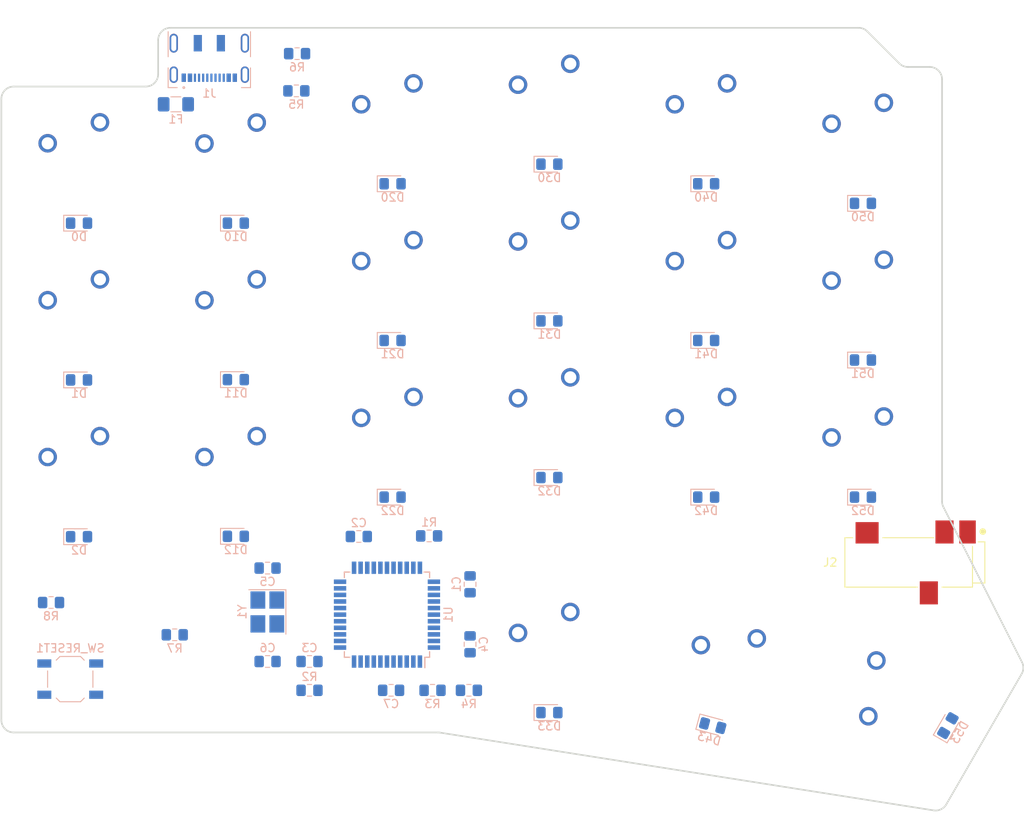
<source format=kicad_pcb>
(kicad_pcb (version 20171130) (host pcbnew "(5.1.5)-3")

  (general
    (thickness 1.6)
    (drawings 23)
    (tracks 0)
    (zones 0)
    (modules 63)
    (nets 74)
  )

  (page A4)
  (layers
    (0 F.Cu signal)
    (31 B.Cu signal)
    (32 B.Adhes user)
    (33 F.Adhes user)
    (34 B.Paste user)
    (35 F.Paste user)
    (36 B.SilkS user)
    (37 F.SilkS user)
    (38 B.Mask user)
    (39 F.Mask user)
    (40 Dwgs.User user)
    (41 Cmts.User user)
    (42 Eco1.User user)
    (43 Eco2.User user)
    (44 Edge.Cuts user)
    (45 Margin user)
    (46 B.CrtYd user)
    (47 F.CrtYd user)
    (48 B.Fab user)
    (49 F.Fab user)
  )

  (setup
    (last_trace_width 0.25)
    (trace_clearance 0.2)
    (zone_clearance 0.508)
    (zone_45_only no)
    (trace_min 0.2)
    (via_size 0.8)
    (via_drill 0.4)
    (via_min_size 0.4)
    (via_min_drill 0.3)
    (uvia_size 0.3)
    (uvia_drill 0.1)
    (uvias_allowed no)
    (uvia_min_size 0.2)
    (uvia_min_drill 0.1)
    (edge_width 0.05)
    (segment_width 0.2)
    (pcb_text_width 0.3)
    (pcb_text_size 1.5 1.5)
    (mod_edge_width 0.12)
    (mod_text_size 1 1)
    (mod_text_width 0.15)
    (pad_size 1.524 1.524)
    (pad_drill 0.762)
    (pad_to_mask_clearance 0.051)
    (solder_mask_min_width 0.25)
    (aux_axis_origin 0 0)
    (visible_elements 7FFFF7FF)
    (pcbplotparams
      (layerselection 0x010fc_ffffffff)
      (usegerberextensions false)
      (usegerberattributes false)
      (usegerberadvancedattributes false)
      (creategerberjobfile false)
      (excludeedgelayer true)
      (linewidth 0.100000)
      (plotframeref false)
      (viasonmask false)
      (mode 1)
      (useauxorigin false)
      (hpglpennumber 1)
      (hpglpenspeed 20)
      (hpglpendiameter 15.000000)
      (psnegative false)
      (psa4output false)
      (plotreference true)
      (plotvalue true)
      (plotinvisibletext false)
      (padsonsilk false)
      (subtractmaskfromsilk false)
      (outputformat 1)
      (mirror false)
      (drillshape 1)
      (scaleselection 1)
      (outputdirectory ""))
  )

  (net 0 "")
  (net 1 GND)
  (net 2 +5V)
  (net 3 "Net-(C5-Pad1)")
  (net 4 "Net-(C6-Pad1)")
  (net 5 "Net-(C7-Pad1)")
  (net 6 "Net-(D0-Pad2)")
  (net 7 ROW0)
  (net 8 "Net-(D1-Pad2)")
  (net 9 ROW1)
  (net 10 "Net-(D2-Pad2)")
  (net 11 ROW2)
  (net 12 "Net-(D10-Pad2)")
  (net 13 "Net-(D11-Pad2)")
  (net 14 "Net-(D12-Pad2)")
  (net 15 "Net-(D20-Pad2)")
  (net 16 "Net-(D21-Pad2)")
  (net 17 "Net-(D22-Pad2)")
  (net 18 "Net-(D30-Pad2)")
  (net 19 "Net-(D31-Pad2)")
  (net 20 "Net-(D32-Pad2)")
  (net 21 "Net-(D40-Pad2)")
  (net 22 "Net-(D41-Pad2)")
  (net 23 "Net-(D42-Pad2)")
  (net 24 "Net-(D43-Pad2)")
  (net 25 ROW3)
  (net 26 "Net-(D50-Pad2)")
  (net 27 "Net-(D51-Pad2)")
  (net 28 "Net-(D52-Pad2)")
  (net 29 "Net-(D53-Pad2)")
  (net 30 VCC)
  (net 31 D+)
  (net 32 "Net-(J1-PadA8)")
  (net 33 "Net-(J1-PadB5)")
  (net 34 D-)
  (net 35 "Net-(J1-PadB8)")
  (net 36 "Net-(J1-PadA5)")
  (net 37 SCL)
  (net 38 SDA)
  (net 39 COL0)
  (net 40 COL1)
  (net 41 COL2)
  (net 42 COL3)
  (net 43 COL4)
  (net 44 COL5)
  (net 45 "Net-(R1-Pad2)")
  (net 46 "Net-(R2-Pad1)")
  (net 47 "Net-(R3-Pad1)")
  (net 48 "Net-(R4-Pad1)")
  (net 49 "Net-(U1-Pad42)")
  (net 50 "Net-(U1-Pad41)")
  (net 51 "Net-(U1-Pad40)")
  (net 52 "Net-(U1-Pad39)")
  (net 53 "Net-(U1-Pad38)")
  (net 54 "Net-(U1-Pad37)")
  (net 55 "Net-(U1-Pad36)")
  (net 56 "Net-(U1-Pad32)")
  (net 57 "Net-(U1-Pad31)")
  (net 58 "Net-(U1-Pad30)")
  (net 59 "Net-(U1-Pad29)")
  (net 60 "Net-(U1-Pad28)")
  (net 61 "Net-(U1-Pad27)")
  (net 62 "Net-(U1-Pad26)")
  (net 63 "Net-(U1-Pad25)")
  (net 64 "Net-(U1-Pad22)")
  (net 65 "Net-(U1-Pad21)")
  (net 66 "Net-(U1-Pad20)")
  (net 67 "Net-(U1-Pad12)")
  (net 68 "Net-(U1-Pad11)")
  (net 69 "Net-(U1-Pad10)")
  (net 70 "Net-(U1-Pad9)")
  (net 71 "Net-(U1-Pad8)")
  (net 72 "Net-(U1-Pad1)")
  (net 73 "Net-(D33-Pad2)")

  (net_class Default "This is the default net class."
    (clearance 0.2)
    (trace_width 0.25)
    (via_dia 0.8)
    (via_drill 0.4)
    (uvia_dia 0.3)
    (uvia_drill 0.1)
    (add_net +5V)
    (add_net COL0)
    (add_net COL1)
    (add_net COL2)
    (add_net COL3)
    (add_net COL4)
    (add_net COL5)
    (add_net D+)
    (add_net D-)
    (add_net GND)
    (add_net "Net-(C5-Pad1)")
    (add_net "Net-(C6-Pad1)")
    (add_net "Net-(C7-Pad1)")
    (add_net "Net-(D0-Pad2)")
    (add_net "Net-(D1-Pad2)")
    (add_net "Net-(D10-Pad2)")
    (add_net "Net-(D11-Pad2)")
    (add_net "Net-(D12-Pad2)")
    (add_net "Net-(D2-Pad2)")
    (add_net "Net-(D20-Pad2)")
    (add_net "Net-(D21-Pad2)")
    (add_net "Net-(D22-Pad2)")
    (add_net "Net-(D30-Pad2)")
    (add_net "Net-(D31-Pad2)")
    (add_net "Net-(D32-Pad2)")
    (add_net "Net-(D33-Pad2)")
    (add_net "Net-(D40-Pad2)")
    (add_net "Net-(D41-Pad2)")
    (add_net "Net-(D42-Pad2)")
    (add_net "Net-(D43-Pad2)")
    (add_net "Net-(D50-Pad2)")
    (add_net "Net-(D51-Pad2)")
    (add_net "Net-(D52-Pad2)")
    (add_net "Net-(D53-Pad2)")
    (add_net "Net-(J1-PadA5)")
    (add_net "Net-(J1-PadA8)")
    (add_net "Net-(J1-PadB5)")
    (add_net "Net-(J1-PadB8)")
    (add_net "Net-(R1-Pad2)")
    (add_net "Net-(R2-Pad1)")
    (add_net "Net-(R3-Pad1)")
    (add_net "Net-(R4-Pad1)")
    (add_net "Net-(U1-Pad1)")
    (add_net "Net-(U1-Pad10)")
    (add_net "Net-(U1-Pad11)")
    (add_net "Net-(U1-Pad12)")
    (add_net "Net-(U1-Pad20)")
    (add_net "Net-(U1-Pad21)")
    (add_net "Net-(U1-Pad22)")
    (add_net "Net-(U1-Pad25)")
    (add_net "Net-(U1-Pad26)")
    (add_net "Net-(U1-Pad27)")
    (add_net "Net-(U1-Pad28)")
    (add_net "Net-(U1-Pad29)")
    (add_net "Net-(U1-Pad30)")
    (add_net "Net-(U1-Pad31)")
    (add_net "Net-(U1-Pad32)")
    (add_net "Net-(U1-Pad36)")
    (add_net "Net-(U1-Pad37)")
    (add_net "Net-(U1-Pad38)")
    (add_net "Net-(U1-Pad39)")
    (add_net "Net-(U1-Pad40)")
    (add_net "Net-(U1-Pad41)")
    (add_net "Net-(U1-Pad42)")
    (add_net "Net-(U1-Pad8)")
    (add_net "Net-(U1-Pad9)")
    (add_net ROW0)
    (add_net ROW1)
    (add_net ROW2)
    (add_net ROW3)
    (add_net SCL)
    (add_net SDA)
    (add_net VCC)
  )

  (module MX_Only:MXOnly-1U-NoLED (layer F.Cu) (tedit 5BD3C6C7) (tstamp 5F4FE6DA)
    (at 176.913259 46.806647)
    (path /5F569B38)
    (fp_text reference KC_50 (at 0 3.175) (layer Dwgs.User)
      (effects (font (size 1 1) (thickness 0.15)))
    )
    (fp_text value MX-NoLED (at 0 -7.9375) (layer Dwgs.User)
      (effects (font (size 1 1) (thickness 0.15)))
    )
    (fp_line (start 5 -7) (end 7 -7) (layer Dwgs.User) (width 0.15))
    (fp_line (start 7 -7) (end 7 -5) (layer Dwgs.User) (width 0.15))
    (fp_line (start 5 7) (end 7 7) (layer Dwgs.User) (width 0.15))
    (fp_line (start 7 7) (end 7 5) (layer Dwgs.User) (width 0.15))
    (fp_line (start -7 5) (end -7 7) (layer Dwgs.User) (width 0.15))
    (fp_line (start -7 7) (end -5 7) (layer Dwgs.User) (width 0.15))
    (fp_line (start -5 -7) (end -7 -7) (layer Dwgs.User) (width 0.15))
    (fp_line (start -7 -7) (end -7 -5) (layer Dwgs.User) (width 0.15))
    (fp_line (start -9.525 -9.525) (end 9.525 -9.525) (layer Dwgs.User) (width 0.15))
    (fp_line (start 9.525 -9.525) (end 9.525 9.525) (layer Dwgs.User) (width 0.15))
    (fp_line (start 9.525 9.525) (end -9.525 9.525) (layer Dwgs.User) (width 0.15))
    (fp_line (start -9.525 9.525) (end -9.525 -9.525) (layer Dwgs.User) (width 0.15))
    (pad 2 thru_hole circle (at 2.54 -5.08) (size 2.25 2.25) (drill 1.47) (layers *.Cu B.Mask)
      (net 26 "Net-(D50-Pad2)"))
    (pad "" np_thru_hole circle (at 0 0) (size 3.9878 3.9878) (drill 3.9878) (layers *.Cu *.Mask))
    (pad 1 thru_hole circle (at -3.81 -2.54) (size 2.25 2.25) (drill 1.47) (layers *.Cu B.Mask)
      (net 44 COL5))
    (pad "" np_thru_hole circle (at -5.08 0 48.0996) (size 1.75 1.75) (drill 1.75) (layers *.Cu *.Mask))
    (pad "" np_thru_hole circle (at 5.08 0 48.0996) (size 1.75 1.75) (drill 1.75) (layers *.Cu *.Mask))
  )

  (module Crystal:Crystal_SMD_3225-4Pin_3.2x2.5mm_HandSoldering (layer B.Cu) (tedit 5A0FD1B2) (tstamp 5F4FE82E)
    (at 104.579985 103.600001 270)
    (descr "SMD Crystal SERIES SMD3225/4 http://www.txccrystal.com/images/pdf/7m-accuracy.pdf, hand-soldering, 3.2x2.5mm^2 package")
    (tags "SMD SMT crystal hand-soldering")
    (path /5F4DD333)
    (attr smd)
    (fp_text reference Y1 (at 0 3.05 90) (layer B.SilkS)
      (effects (font (size 1 1) (thickness 0.15)) (justify mirror))
    )
    (fp_text value 16MHz (at 0 -3.05 90) (layer B.Fab)
      (effects (font (size 1 1) (thickness 0.15)) (justify mirror))
    )
    (fp_line (start 2.8 2.3) (end -2.8 2.3) (layer B.CrtYd) (width 0.05))
    (fp_line (start 2.8 -2.3) (end 2.8 2.3) (layer B.CrtYd) (width 0.05))
    (fp_line (start -2.8 -2.3) (end 2.8 -2.3) (layer B.CrtYd) (width 0.05))
    (fp_line (start -2.8 2.3) (end -2.8 -2.3) (layer B.CrtYd) (width 0.05))
    (fp_line (start -2.7 -2.25) (end 2.7 -2.25) (layer B.SilkS) (width 0.12))
    (fp_line (start -2.7 2.25) (end -2.7 -2.25) (layer B.SilkS) (width 0.12))
    (fp_line (start -1.6 -0.25) (end -0.6 -1.25) (layer B.Fab) (width 0.1))
    (fp_line (start 1.6 1.25) (end -1.6 1.25) (layer B.Fab) (width 0.1))
    (fp_line (start 1.6 -1.25) (end 1.6 1.25) (layer B.Fab) (width 0.1))
    (fp_line (start -1.6 -1.25) (end 1.6 -1.25) (layer B.Fab) (width 0.1))
    (fp_line (start -1.6 1.25) (end -1.6 -1.25) (layer B.Fab) (width 0.1))
    (fp_text user %R (at 0 0 90) (layer B.Fab)
      (effects (font (size 0.7 0.7) (thickness 0.105)) (justify mirror))
    )
    (pad 4 smd rect (at -1.45 1.15 270) (size 2.1 1.8) (layers B.Cu B.Paste B.Mask)
      (net 3 "Net-(C5-Pad1)"))
    (pad 3 smd rect (at 1.45 1.15 270) (size 2.1 1.8) (layers B.Cu B.Paste B.Mask)
      (net 1 GND))
    (pad 2 smd rect (at 1.45 -1.15 270) (size 2.1 1.8) (layers B.Cu B.Paste B.Mask)
      (net 4 "Net-(C6-Pad1)"))
    (pad 1 smd rect (at -1.45 -1.15 270) (size 2.1 1.8) (layers B.Cu B.Paste B.Mask)
      (net 1 GND))
    (model ${KISYS3DMOD}/Crystal.3dshapes/Crystal_SMD_3225-4Pin_3.2x2.5mm_HandSoldering.wrl
      (at (xyz 0 0 0))
      (scale (xyz 1 1 1))
      (rotate (xyz 0 0 0))
    )
  )

  (module Package_QFP:TQFP-44_10x10mm_P0.8mm (layer B.Cu) (tedit 5A02F146) (tstamp 5F4FE81A)
    (at 119.109985 103.926623 90)
    (descr "44-Lead Plastic Thin Quad Flatpack (PT) - 10x10x1.0 mm Body [TQFP] (see Microchip Packaging Specification 00000049BS.pdf)")
    (tags "QFP 0.8")
    (path /5F4D64E4)
    (attr smd)
    (fp_text reference U1 (at 0 7.45 90) (layer B.SilkS)
      (effects (font (size 1 1) (thickness 0.15)) (justify mirror))
    )
    (fp_text value ATmega32U4-AU (at 0 -7.45 90) (layer B.Fab)
      (effects (font (size 1 1) (thickness 0.15)) (justify mirror))
    )
    (fp_line (start -5.175 4.6) (end -6.45 4.6) (layer B.SilkS) (width 0.15))
    (fp_line (start 5.175 5.175) (end 4.5 5.175) (layer B.SilkS) (width 0.15))
    (fp_line (start 5.175 -5.175) (end 4.5 -5.175) (layer B.SilkS) (width 0.15))
    (fp_line (start -5.175 -5.175) (end -4.5 -5.175) (layer B.SilkS) (width 0.15))
    (fp_line (start -5.175 5.175) (end -4.5 5.175) (layer B.SilkS) (width 0.15))
    (fp_line (start -5.175 -5.175) (end -5.175 -4.5) (layer B.SilkS) (width 0.15))
    (fp_line (start 5.175 -5.175) (end 5.175 -4.5) (layer B.SilkS) (width 0.15))
    (fp_line (start 5.175 5.175) (end 5.175 4.5) (layer B.SilkS) (width 0.15))
    (fp_line (start -5.175 5.175) (end -5.175 4.6) (layer B.SilkS) (width 0.15))
    (fp_line (start -6.7 -6.7) (end 6.7 -6.7) (layer B.CrtYd) (width 0.05))
    (fp_line (start -6.7 6.7) (end 6.7 6.7) (layer B.CrtYd) (width 0.05))
    (fp_line (start 6.7 6.7) (end 6.7 -6.7) (layer B.CrtYd) (width 0.05))
    (fp_line (start -6.7 6.7) (end -6.7 -6.7) (layer B.CrtYd) (width 0.05))
    (fp_line (start -5 4) (end -4 5) (layer B.Fab) (width 0.15))
    (fp_line (start -5 -5) (end -5 4) (layer B.Fab) (width 0.15))
    (fp_line (start 5 -5) (end -5 -5) (layer B.Fab) (width 0.15))
    (fp_line (start 5 5) (end 5 -5) (layer B.Fab) (width 0.15))
    (fp_line (start -4 5) (end 5 5) (layer B.Fab) (width 0.15))
    (fp_text user %R (at 0 0 90) (layer B.Fab)
      (effects (font (size 1 1) (thickness 0.15)) (justify mirror))
    )
    (pad 44 smd rect (at -4 5.7) (size 1.5 0.55) (layers B.Cu B.Paste B.Mask)
      (net 2 +5V))
    (pad 43 smd rect (at -3.2 5.7) (size 1.5 0.55) (layers B.Cu B.Paste B.Mask)
      (net 1 GND))
    (pad 42 smd rect (at -2.4 5.7) (size 1.5 0.55) (layers B.Cu B.Paste B.Mask)
      (net 49 "Net-(U1-Pad42)"))
    (pad 41 smd rect (at -1.6 5.7) (size 1.5 0.55) (layers B.Cu B.Paste B.Mask)
      (net 50 "Net-(U1-Pad41)"))
    (pad 40 smd rect (at -0.8 5.7) (size 1.5 0.55) (layers B.Cu B.Paste B.Mask)
      (net 51 "Net-(U1-Pad40)"))
    (pad 39 smd rect (at 0 5.7) (size 1.5 0.55) (layers B.Cu B.Paste B.Mask)
      (net 52 "Net-(U1-Pad39)"))
    (pad 38 smd rect (at 0.8 5.7) (size 1.5 0.55) (layers B.Cu B.Paste B.Mask)
      (net 53 "Net-(U1-Pad38)"))
    (pad 37 smd rect (at 1.6 5.7) (size 1.5 0.55) (layers B.Cu B.Paste B.Mask)
      (net 54 "Net-(U1-Pad37)"))
    (pad 36 smd rect (at 2.4 5.7) (size 1.5 0.55) (layers B.Cu B.Paste B.Mask)
      (net 55 "Net-(U1-Pad36)"))
    (pad 35 smd rect (at 3.2 5.7) (size 1.5 0.55) (layers B.Cu B.Paste B.Mask)
      (net 1 GND))
    (pad 34 smd rect (at 4 5.7) (size 1.5 0.55) (layers B.Cu B.Paste B.Mask)
      (net 2 +5V))
    (pad 33 smd rect (at 5.7 4 90) (size 1.5 0.55) (layers B.Cu B.Paste B.Mask)
      (net 45 "Net-(R1-Pad2)"))
    (pad 32 smd rect (at 5.7 3.2 90) (size 1.5 0.55) (layers B.Cu B.Paste B.Mask)
      (net 56 "Net-(U1-Pad32)"))
    (pad 31 smd rect (at 5.7 2.4 90) (size 1.5 0.55) (layers B.Cu B.Paste B.Mask)
      (net 57 "Net-(U1-Pad31)"))
    (pad 30 smd rect (at 5.7 1.6 90) (size 1.5 0.55) (layers B.Cu B.Paste B.Mask)
      (net 58 "Net-(U1-Pad30)"))
    (pad 29 smd rect (at 5.7 0.8 90) (size 1.5 0.55) (layers B.Cu B.Paste B.Mask)
      (net 59 "Net-(U1-Pad29)"))
    (pad 28 smd rect (at 5.7 0 90) (size 1.5 0.55) (layers B.Cu B.Paste B.Mask)
      (net 60 "Net-(U1-Pad28)"))
    (pad 27 smd rect (at 5.7 -0.8 90) (size 1.5 0.55) (layers B.Cu B.Paste B.Mask)
      (net 61 "Net-(U1-Pad27)"))
    (pad 26 smd rect (at 5.7 -1.6 90) (size 1.5 0.55) (layers B.Cu B.Paste B.Mask)
      (net 62 "Net-(U1-Pad26)"))
    (pad 25 smd rect (at 5.7 -2.4 90) (size 1.5 0.55) (layers B.Cu B.Paste B.Mask)
      (net 63 "Net-(U1-Pad25)"))
    (pad 24 smd rect (at 5.7 -3.2 90) (size 1.5 0.55) (layers B.Cu B.Paste B.Mask)
      (net 2 +5V))
    (pad 23 smd rect (at 5.7 -4 90) (size 1.5 0.55) (layers B.Cu B.Paste B.Mask)
      (net 1 GND))
    (pad 22 smd rect (at 4 -5.7) (size 1.5 0.55) (layers B.Cu B.Paste B.Mask)
      (net 64 "Net-(U1-Pad22)"))
    (pad 21 smd rect (at 3.2 -5.7) (size 1.5 0.55) (layers B.Cu B.Paste B.Mask)
      (net 65 "Net-(U1-Pad21)"))
    (pad 20 smd rect (at 2.4 -5.7) (size 1.5 0.55) (layers B.Cu B.Paste B.Mask)
      (net 66 "Net-(U1-Pad20)"))
    (pad 19 smd rect (at 1.6 -5.7) (size 1.5 0.55) (layers B.Cu B.Paste B.Mask)
      (net 38 SDA))
    (pad 18 smd rect (at 0.8 -5.7) (size 1.5 0.55) (layers B.Cu B.Paste B.Mask)
      (net 37 SCL))
    (pad 17 smd rect (at 0 -5.7) (size 1.5 0.55) (layers B.Cu B.Paste B.Mask)
      (net 3 "Net-(C5-Pad1)"))
    (pad 16 smd rect (at -0.8 -5.7) (size 1.5 0.55) (layers B.Cu B.Paste B.Mask)
      (net 4 "Net-(C6-Pad1)"))
    (pad 15 smd rect (at -1.6 -5.7) (size 1.5 0.55) (layers B.Cu B.Paste B.Mask)
      (net 1 GND))
    (pad 14 smd rect (at -2.4 -5.7) (size 1.5 0.55) (layers B.Cu B.Paste B.Mask)
      (net 2 +5V))
    (pad 13 smd rect (at -3.2 -5.7) (size 1.5 0.55) (layers B.Cu B.Paste B.Mask)
      (net 46 "Net-(R2-Pad1)"))
    (pad 12 smd rect (at -4 -5.7) (size 1.5 0.55) (layers B.Cu B.Paste B.Mask)
      (net 67 "Net-(U1-Pad12)"))
    (pad 11 smd rect (at -5.7 -4 90) (size 1.5 0.55) (layers B.Cu B.Paste B.Mask)
      (net 68 "Net-(U1-Pad11)"))
    (pad 10 smd rect (at -5.7 -3.2 90) (size 1.5 0.55) (layers B.Cu B.Paste B.Mask)
      (net 69 "Net-(U1-Pad10)"))
    (pad 9 smd rect (at -5.7 -2.4 90) (size 1.5 0.55) (layers B.Cu B.Paste B.Mask)
      (net 70 "Net-(U1-Pad9)"))
    (pad 8 smd rect (at -5.7 -1.6 90) (size 1.5 0.55) (layers B.Cu B.Paste B.Mask)
      (net 71 "Net-(U1-Pad8)"))
    (pad 7 smd rect (at -5.7 -0.8 90) (size 1.5 0.55) (layers B.Cu B.Paste B.Mask)
      (net 2 +5V))
    (pad 6 smd rect (at -5.7 0 90) (size 1.5 0.55) (layers B.Cu B.Paste B.Mask)
      (net 5 "Net-(C7-Pad1)"))
    (pad 5 smd rect (at -5.7 0.8 90) (size 1.5 0.55) (layers B.Cu B.Paste B.Mask)
      (net 1 GND))
    (pad 4 smd rect (at -5.7 1.6 90) (size 1.5 0.55) (layers B.Cu B.Paste B.Mask)
      (net 47 "Net-(R3-Pad1)"))
    (pad 3 smd rect (at -5.7 2.4 90) (size 1.5 0.55) (layers B.Cu B.Paste B.Mask)
      (net 48 "Net-(R4-Pad1)"))
    (pad 2 smd rect (at -5.7 3.2 90) (size 1.5 0.55) (layers B.Cu B.Paste B.Mask)
      (net 2 +5V))
    (pad 1 smd rect (at -5.7 4 90) (size 1.5 0.55) (layers B.Cu B.Paste B.Mask)
      (net 72 "Net-(U1-Pad1)"))
    (model ${KISYS3DMOD}/Package_QFP.3dshapes/TQFP-44_10x10mm_P0.8mm.wrl
      (at (xyz 0 0 0))
      (scale (xyz 1 1 1))
      (rotate (xyz 0 0 0))
    )
  )

  (module Button_Switch_SMD:SW_SPST_TL3342 (layer B.Cu) (tedit 5A02FC95) (tstamp 5F4FE7D7)
    (at 80.645 111.76 180)
    (descr "Low-profile SMD Tactile Switch, https://www.e-switch.com/system/asset/product_line/data_sheet/165/TL3342.pdf")
    (tags "SPST Tactile Switch")
    (path /5F4E6199)
    (attr smd)
    (fp_text reference SW_RESET1 (at 0 3.75) (layer B.SilkS)
      (effects (font (size 1 1) (thickness 0.15)) (justify mirror))
    )
    (fp_text value SW_Push (at 0 -3.75) (layer B.Fab)
      (effects (font (size 1 1) (thickness 0.15)) (justify mirror))
    )
    (fp_circle (center 0 0) (end 1 0) (layer B.Fab) (width 0.1))
    (fp_line (start -4.25 -3) (end -4.25 3) (layer B.CrtYd) (width 0.05))
    (fp_line (start 4.25 -3) (end -4.25 -3) (layer B.CrtYd) (width 0.05))
    (fp_line (start 4.25 3) (end 4.25 -3) (layer B.CrtYd) (width 0.05))
    (fp_line (start -4.25 3) (end 4.25 3) (layer B.CrtYd) (width 0.05))
    (fp_line (start -1.2 2.6) (end -2.6 1.2) (layer B.Fab) (width 0.1))
    (fp_line (start 1.2 2.6) (end -1.2 2.6) (layer B.Fab) (width 0.1))
    (fp_line (start 2.6 1.2) (end 1.2 2.6) (layer B.Fab) (width 0.1))
    (fp_line (start 2.6 -1.2) (end 2.6 1.2) (layer B.Fab) (width 0.1))
    (fp_line (start 1.2 -2.6) (end 2.6 -1.2) (layer B.Fab) (width 0.1))
    (fp_line (start -1.2 -2.6) (end 1.2 -2.6) (layer B.Fab) (width 0.1))
    (fp_line (start -2.6 -1.2) (end -1.2 -2.6) (layer B.Fab) (width 0.1))
    (fp_line (start -2.6 1.2) (end -2.6 -1.2) (layer B.Fab) (width 0.1))
    (fp_line (start -1.25 2.75) (end 1.25 2.75) (layer B.SilkS) (width 0.12))
    (fp_line (start -2.75 1) (end -2.75 -1) (layer B.SilkS) (width 0.12))
    (fp_line (start -1.25 -2.75) (end 1.25 -2.75) (layer B.SilkS) (width 0.12))
    (fp_line (start 2.75 1) (end 2.75 -1) (layer B.SilkS) (width 0.12))
    (fp_line (start -2 -1) (end -2 1) (layer B.Fab) (width 0.1))
    (fp_line (start -1 -2) (end -2 -1) (layer B.Fab) (width 0.1))
    (fp_line (start 1 -2) (end -1 -2) (layer B.Fab) (width 0.1))
    (fp_line (start 2 -1) (end 1 -2) (layer B.Fab) (width 0.1))
    (fp_line (start 2 1) (end 2 -1) (layer B.Fab) (width 0.1))
    (fp_line (start 1 2) (end 2 1) (layer B.Fab) (width 0.1))
    (fp_line (start -1 2) (end 1 2) (layer B.Fab) (width 0.1))
    (fp_line (start -2 1) (end -1 2) (layer B.Fab) (width 0.1))
    (fp_line (start -1.7 2.3) (end -1.25 2.75) (layer B.SilkS) (width 0.12))
    (fp_line (start 1.7 2.3) (end 1.25 2.75) (layer B.SilkS) (width 0.12))
    (fp_line (start 1.7 -2.3) (end 1.25 -2.75) (layer B.SilkS) (width 0.12))
    (fp_line (start -1.7 -2.3) (end -1.25 -2.75) (layer B.SilkS) (width 0.12))
    (fp_line (start 3.2 -1.6) (end 2.2 -1.6) (layer B.Fab) (width 0.1))
    (fp_line (start 2.7 -2.1) (end 2.7 -1.6) (layer B.Fab) (width 0.1))
    (fp_line (start 1.7 -2.1) (end 3.2 -2.1) (layer B.Fab) (width 0.1))
    (fp_line (start -1.7 -2.1) (end -3.2 -2.1) (layer B.Fab) (width 0.1))
    (fp_line (start -3.2 -1.6) (end -2.2 -1.6) (layer B.Fab) (width 0.1))
    (fp_line (start -2.7 -2.1) (end -2.7 -1.6) (layer B.Fab) (width 0.1))
    (fp_line (start -3.2 1.6) (end -2.2 1.6) (layer B.Fab) (width 0.1))
    (fp_line (start -1.7 2.1) (end -3.2 2.1) (layer B.Fab) (width 0.1))
    (fp_line (start -2.7 2.1) (end -2.7 1.6) (layer B.Fab) (width 0.1))
    (fp_line (start 3.2 1.6) (end 2.2 1.6) (layer B.Fab) (width 0.1))
    (fp_line (start 1.7 2.1) (end 3.2 2.1) (layer B.Fab) (width 0.1))
    (fp_line (start 2.7 2.1) (end 2.7 1.6) (layer B.Fab) (width 0.1))
    (fp_line (start -3.2 2.1) (end -3.2 1.6) (layer B.Fab) (width 0.1))
    (fp_line (start -3.2 -2.1) (end -3.2 -1.6) (layer B.Fab) (width 0.1))
    (fp_line (start 3.2 2.1) (end 3.2 1.6) (layer B.Fab) (width 0.1))
    (fp_line (start 3.2 -2.1) (end 3.2 -1.6) (layer B.Fab) (width 0.1))
    (fp_text user %R (at 0 3.75) (layer B.Fab)
      (effects (font (size 1 1) (thickness 0.15)) (justify mirror))
    )
    (pad 2 smd rect (at 3.15 -1.9 180) (size 1.7 1) (layers B.Cu B.Paste B.Mask)
      (net 46 "Net-(R2-Pad1)"))
    (pad 2 smd rect (at -3.15 -1.9 180) (size 1.7 1) (layers B.Cu B.Paste B.Mask)
      (net 46 "Net-(R2-Pad1)"))
    (pad 1 smd rect (at 3.15 1.9 180) (size 1.7 1) (layers B.Cu B.Paste B.Mask)
      (net 1 GND))
    (pad 1 smd rect (at -3.15 1.9 180) (size 1.7 1) (layers B.Cu B.Paste B.Mask)
      (net 1 GND))
    (model ${KISYS3DMOD}/Button_Switch_SMD.3dshapes/SW_SPST_TL3342.wrl
      (at (xyz 0 0 0))
      (scale (xyz 1 1 1))
      (rotate (xyz 0 0 0))
    )
  )

  (module Resistor_SMD:R_0805_2012Metric_Pad1.15x1.40mm_HandSolder (layer B.Cu) (tedit 5B36C52B) (tstamp 5F4FE7A1)
    (at 78.314 102.455)
    (descr "Resistor SMD 0805 (2012 Metric), square (rectangular) end terminal, IPC_7351 nominal with elongated pad for handsoldering. (Body size source: https://docs.google.com/spreadsheets/d/1BsfQQcO9C6DZCsRaXUlFlo91Tg2WpOkGARC1WS5S8t0/edit?usp=sharing), generated with kicad-footprint-generator")
    (tags "resistor handsolder")
    (path /5F60260E)
    (attr smd)
    (fp_text reference R8 (at 0 1.65) (layer B.SilkS)
      (effects (font (size 1 1) (thickness 0.15)) (justify mirror))
    )
    (fp_text value 4.7k (at 0 -1.65) (layer B.Fab)
      (effects (font (size 1 1) (thickness 0.15)) (justify mirror))
    )
    (fp_text user %R (at 0 0) (layer B.Fab)
      (effects (font (size 0.5 0.5) (thickness 0.08)) (justify mirror))
    )
    (fp_line (start 1.85 -0.95) (end -1.85 -0.95) (layer B.CrtYd) (width 0.05))
    (fp_line (start 1.85 0.95) (end 1.85 -0.95) (layer B.CrtYd) (width 0.05))
    (fp_line (start -1.85 0.95) (end 1.85 0.95) (layer B.CrtYd) (width 0.05))
    (fp_line (start -1.85 -0.95) (end -1.85 0.95) (layer B.CrtYd) (width 0.05))
    (fp_line (start -0.261252 -0.71) (end 0.261252 -0.71) (layer B.SilkS) (width 0.12))
    (fp_line (start -0.261252 0.71) (end 0.261252 0.71) (layer B.SilkS) (width 0.12))
    (fp_line (start 1 -0.6) (end -1 -0.6) (layer B.Fab) (width 0.1))
    (fp_line (start 1 0.6) (end 1 -0.6) (layer B.Fab) (width 0.1))
    (fp_line (start -1 0.6) (end 1 0.6) (layer B.Fab) (width 0.1))
    (fp_line (start -1 -0.6) (end -1 0.6) (layer B.Fab) (width 0.1))
    (pad 2 smd roundrect (at 1.025 0) (size 1.15 1.4) (layers B.Cu B.Paste B.Mask) (roundrect_rratio 0.217391)
      (net 38 SDA))
    (pad 1 smd roundrect (at -1.025 0) (size 1.15 1.4) (layers B.Cu B.Paste B.Mask) (roundrect_rratio 0.217391)
      (net 2 +5V))
    (model ${KISYS3DMOD}/Resistor_SMD.3dshapes/R_0805_2012Metric.wrl
      (at (xyz 0 0 0))
      (scale (xyz 1 1 1))
      (rotate (xyz 0 0 0))
    )
  )

  (module Resistor_SMD:R_0805_2012Metric_Pad1.15x1.40mm_HandSolder (layer B.Cu) (tedit 5B36C52B) (tstamp 5F4FE790)
    (at 93.334 106.375)
    (descr "Resistor SMD 0805 (2012 Metric), square (rectangular) end terminal, IPC_7351 nominal with elongated pad for handsoldering. (Body size source: https://docs.google.com/spreadsheets/d/1BsfQQcO9C6DZCsRaXUlFlo91Tg2WpOkGARC1WS5S8t0/edit?usp=sharing), generated with kicad-footprint-generator")
    (tags "resistor handsolder")
    (path /5F600E12)
    (attr smd)
    (fp_text reference R7 (at 0 1.65) (layer B.SilkS)
      (effects (font (size 1 1) (thickness 0.15)) (justify mirror))
    )
    (fp_text value 4.7k (at 0 -1.65) (layer B.Fab)
      (effects (font (size 1 1) (thickness 0.15)) (justify mirror))
    )
    (fp_text user %R (at 0 0) (layer B.Fab)
      (effects (font (size 0.5 0.5) (thickness 0.08)) (justify mirror))
    )
    (fp_line (start 1.85 -0.95) (end -1.85 -0.95) (layer B.CrtYd) (width 0.05))
    (fp_line (start 1.85 0.95) (end 1.85 -0.95) (layer B.CrtYd) (width 0.05))
    (fp_line (start -1.85 0.95) (end 1.85 0.95) (layer B.CrtYd) (width 0.05))
    (fp_line (start -1.85 -0.95) (end -1.85 0.95) (layer B.CrtYd) (width 0.05))
    (fp_line (start -0.261252 -0.71) (end 0.261252 -0.71) (layer B.SilkS) (width 0.12))
    (fp_line (start -0.261252 0.71) (end 0.261252 0.71) (layer B.SilkS) (width 0.12))
    (fp_line (start 1 -0.6) (end -1 -0.6) (layer B.Fab) (width 0.1))
    (fp_line (start 1 0.6) (end 1 -0.6) (layer B.Fab) (width 0.1))
    (fp_line (start -1 0.6) (end 1 0.6) (layer B.Fab) (width 0.1))
    (fp_line (start -1 -0.6) (end -1 0.6) (layer B.Fab) (width 0.1))
    (pad 2 smd roundrect (at 1.025 0) (size 1.15 1.4) (layers B.Cu B.Paste B.Mask) (roundrect_rratio 0.217391)
      (net 37 SCL))
    (pad 1 smd roundrect (at -1.025 0) (size 1.15 1.4) (layers B.Cu B.Paste B.Mask) (roundrect_rratio 0.217391)
      (net 2 +5V))
    (model ${KISYS3DMOD}/Resistor_SMD.3dshapes/R_0805_2012Metric.wrl
      (at (xyz 0 0 0))
      (scale (xyz 1 1 1))
      (rotate (xyz 0 0 0))
    )
  )

  (module Resistor_SMD:R_0805_2012Metric_Pad1.15x1.40mm_HandSolder (layer B.Cu) (tedit 5B36C52B) (tstamp 5F4FE77F)
    (at 108.192897 35.75525)
    (descr "Resistor SMD 0805 (2012 Metric), square (rectangular) end terminal, IPC_7351 nominal with elongated pad for handsoldering. (Body size source: https://docs.google.com/spreadsheets/d/1BsfQQcO9C6DZCsRaXUlFlo91Tg2WpOkGARC1WS5S8t0/edit?usp=sharing), generated with kicad-footprint-generator")
    (tags "resistor handsolder")
    (path /5F4DB46A)
    (attr smd)
    (fp_text reference R6 (at 0 1.65) (layer B.SilkS)
      (effects (font (size 1 1) (thickness 0.15)) (justify mirror))
    )
    (fp_text value 5.1k (at 0 -1.65) (layer B.Fab)
      (effects (font (size 1 1) (thickness 0.15)) (justify mirror))
    )
    (fp_text user %R (at 0 0) (layer B.Fab)
      (effects (font (size 0.5 0.5) (thickness 0.08)) (justify mirror))
    )
    (fp_line (start 1.85 -0.95) (end -1.85 -0.95) (layer B.CrtYd) (width 0.05))
    (fp_line (start 1.85 0.95) (end 1.85 -0.95) (layer B.CrtYd) (width 0.05))
    (fp_line (start -1.85 0.95) (end 1.85 0.95) (layer B.CrtYd) (width 0.05))
    (fp_line (start -1.85 -0.95) (end -1.85 0.95) (layer B.CrtYd) (width 0.05))
    (fp_line (start -0.261252 -0.71) (end 0.261252 -0.71) (layer B.SilkS) (width 0.12))
    (fp_line (start -0.261252 0.71) (end 0.261252 0.71) (layer B.SilkS) (width 0.12))
    (fp_line (start 1 -0.6) (end -1 -0.6) (layer B.Fab) (width 0.1))
    (fp_line (start 1 0.6) (end 1 -0.6) (layer B.Fab) (width 0.1))
    (fp_line (start -1 0.6) (end 1 0.6) (layer B.Fab) (width 0.1))
    (fp_line (start -1 -0.6) (end -1 0.6) (layer B.Fab) (width 0.1))
    (pad 2 smd roundrect (at 1.025 0) (size 1.15 1.4) (layers B.Cu B.Paste B.Mask) (roundrect_rratio 0.217391)
      (net 33 "Net-(J1-PadB5)"))
    (pad 1 smd roundrect (at -1.025 0) (size 1.15 1.4) (layers B.Cu B.Paste B.Mask) (roundrect_rratio 0.217391)
      (net 1 GND))
    (model ${KISYS3DMOD}/Resistor_SMD.3dshapes/R_0805_2012Metric.wrl
      (at (xyz 0 0 0))
      (scale (xyz 1 1 1))
      (rotate (xyz 0 0 0))
    )
  )

  (module Resistor_SMD:R_0805_2012Metric_Pad1.15x1.40mm_HandSolder (layer B.Cu) (tedit 5B36C52B) (tstamp 5F4FE76E)
    (at 108.103 40.279)
    (descr "Resistor SMD 0805 (2012 Metric), square (rectangular) end terminal, IPC_7351 nominal with elongated pad for handsoldering. (Body size source: https://docs.google.com/spreadsheets/d/1BsfQQcO9C6DZCsRaXUlFlo91Tg2WpOkGARC1WS5S8t0/edit?usp=sharing), generated with kicad-footprint-generator")
    (tags "resistor handsolder")
    (path /5F4DA8E6)
    (attr smd)
    (fp_text reference R5 (at 0 1.65) (layer B.SilkS)
      (effects (font (size 1 1) (thickness 0.15)) (justify mirror))
    )
    (fp_text value 5.1k (at 0 -1.65) (layer B.Fab)
      (effects (font (size 1 1) (thickness 0.15)) (justify mirror))
    )
    (fp_text user %R (at 0 0) (layer B.Fab)
      (effects (font (size 0.5 0.5) (thickness 0.08)) (justify mirror))
    )
    (fp_line (start 1.85 -0.95) (end -1.85 -0.95) (layer B.CrtYd) (width 0.05))
    (fp_line (start 1.85 0.95) (end 1.85 -0.95) (layer B.CrtYd) (width 0.05))
    (fp_line (start -1.85 0.95) (end 1.85 0.95) (layer B.CrtYd) (width 0.05))
    (fp_line (start -1.85 -0.95) (end -1.85 0.95) (layer B.CrtYd) (width 0.05))
    (fp_line (start -0.261252 -0.71) (end 0.261252 -0.71) (layer B.SilkS) (width 0.12))
    (fp_line (start -0.261252 0.71) (end 0.261252 0.71) (layer B.SilkS) (width 0.12))
    (fp_line (start 1 -0.6) (end -1 -0.6) (layer B.Fab) (width 0.1))
    (fp_line (start 1 0.6) (end 1 -0.6) (layer B.Fab) (width 0.1))
    (fp_line (start -1 0.6) (end 1 0.6) (layer B.Fab) (width 0.1))
    (fp_line (start -1 -0.6) (end -1 0.6) (layer B.Fab) (width 0.1))
    (pad 2 smd roundrect (at 1.025 0) (size 1.15 1.4) (layers B.Cu B.Paste B.Mask) (roundrect_rratio 0.217391)
      (net 36 "Net-(J1-PadA5)"))
    (pad 1 smd roundrect (at -1.025 0) (size 1.15 1.4) (layers B.Cu B.Paste B.Mask) (roundrect_rratio 0.217391)
      (net 1 GND))
    (model ${KISYS3DMOD}/Resistor_SMD.3dshapes/R_0805_2012Metric.wrl
      (at (xyz 0 0 0))
      (scale (xyz 1 1 1))
      (rotate (xyz 0 0 0))
    )
  )

  (module Resistor_SMD:R_0805_2012Metric_Pad1.15x1.40mm_HandSolder (layer B.Cu) (tedit 5B36C52B) (tstamp 5F4FE75D)
    (at 129.059985 113.120001)
    (descr "Resistor SMD 0805 (2012 Metric), square (rectangular) end terminal, IPC_7351 nominal with elongated pad for handsoldering. (Body size source: https://docs.google.com/spreadsheets/d/1BsfQQcO9C6DZCsRaXUlFlo91Tg2WpOkGARC1WS5S8t0/edit?usp=sharing), generated with kicad-footprint-generator")
    (tags "resistor handsolder")
    (path /5F4DE81A)
    (attr smd)
    (fp_text reference R4 (at 0 1.65) (layer B.SilkS)
      (effects (font (size 1 1) (thickness 0.15)) (justify mirror))
    )
    (fp_text value 22 (at 0 -1.65) (layer B.Fab)
      (effects (font (size 1 1) (thickness 0.15)) (justify mirror))
    )
    (fp_text user %R (at 0 0) (layer B.Fab)
      (effects (font (size 0.5 0.5) (thickness 0.08)) (justify mirror))
    )
    (fp_line (start 1.85 -0.95) (end -1.85 -0.95) (layer B.CrtYd) (width 0.05))
    (fp_line (start 1.85 0.95) (end 1.85 -0.95) (layer B.CrtYd) (width 0.05))
    (fp_line (start -1.85 0.95) (end 1.85 0.95) (layer B.CrtYd) (width 0.05))
    (fp_line (start -1.85 -0.95) (end -1.85 0.95) (layer B.CrtYd) (width 0.05))
    (fp_line (start -0.261252 -0.71) (end 0.261252 -0.71) (layer B.SilkS) (width 0.12))
    (fp_line (start -0.261252 0.71) (end 0.261252 0.71) (layer B.SilkS) (width 0.12))
    (fp_line (start 1 -0.6) (end -1 -0.6) (layer B.Fab) (width 0.1))
    (fp_line (start 1 0.6) (end 1 -0.6) (layer B.Fab) (width 0.1))
    (fp_line (start -1 0.6) (end 1 0.6) (layer B.Fab) (width 0.1))
    (fp_line (start -1 -0.6) (end -1 0.6) (layer B.Fab) (width 0.1))
    (pad 2 smd roundrect (at 1.025 0) (size 1.15 1.4) (layers B.Cu B.Paste B.Mask) (roundrect_rratio 0.217391)
      (net 34 D-))
    (pad 1 smd roundrect (at -1.025 0) (size 1.15 1.4) (layers B.Cu B.Paste B.Mask) (roundrect_rratio 0.217391)
      (net 48 "Net-(R4-Pad1)"))
    (model ${KISYS3DMOD}/Resistor_SMD.3dshapes/R_0805_2012Metric.wrl
      (at (xyz 0 0 0))
      (scale (xyz 1 1 1))
      (rotate (xyz 0 0 0))
    )
  )

  (module Resistor_SMD:R_0805_2012Metric_Pad1.15x1.40mm_HandSolder (layer B.Cu) (tedit 5B36C52B) (tstamp 5F4FE74C)
    (at 124.639985 113.120001)
    (descr "Resistor SMD 0805 (2012 Metric), square (rectangular) end terminal, IPC_7351 nominal with elongated pad for handsoldering. (Body size source: https://docs.google.com/spreadsheets/d/1BsfQQcO9C6DZCsRaXUlFlo91Tg2WpOkGARC1WS5S8t0/edit?usp=sharing), generated with kicad-footprint-generator")
    (tags "resistor handsolder")
    (path /5F4DDC66)
    (attr smd)
    (fp_text reference R3 (at 0 1.65) (layer B.SilkS)
      (effects (font (size 1 1) (thickness 0.15)) (justify mirror))
    )
    (fp_text value 22 (at 0 -1.65) (layer B.Fab)
      (effects (font (size 1 1) (thickness 0.15)) (justify mirror))
    )
    (fp_text user %R (at 0 0) (layer B.Fab)
      (effects (font (size 0.5 0.5) (thickness 0.08)) (justify mirror))
    )
    (fp_line (start 1.85 -0.95) (end -1.85 -0.95) (layer B.CrtYd) (width 0.05))
    (fp_line (start 1.85 0.95) (end 1.85 -0.95) (layer B.CrtYd) (width 0.05))
    (fp_line (start -1.85 0.95) (end 1.85 0.95) (layer B.CrtYd) (width 0.05))
    (fp_line (start -1.85 -0.95) (end -1.85 0.95) (layer B.CrtYd) (width 0.05))
    (fp_line (start -0.261252 -0.71) (end 0.261252 -0.71) (layer B.SilkS) (width 0.12))
    (fp_line (start -0.261252 0.71) (end 0.261252 0.71) (layer B.SilkS) (width 0.12))
    (fp_line (start 1 -0.6) (end -1 -0.6) (layer B.Fab) (width 0.1))
    (fp_line (start 1 0.6) (end 1 -0.6) (layer B.Fab) (width 0.1))
    (fp_line (start -1 0.6) (end 1 0.6) (layer B.Fab) (width 0.1))
    (fp_line (start -1 -0.6) (end -1 0.6) (layer B.Fab) (width 0.1))
    (pad 2 smd roundrect (at 1.025 0) (size 1.15 1.4) (layers B.Cu B.Paste B.Mask) (roundrect_rratio 0.217391)
      (net 31 D+))
    (pad 1 smd roundrect (at -1.025 0) (size 1.15 1.4) (layers B.Cu B.Paste B.Mask) (roundrect_rratio 0.217391)
      (net 47 "Net-(R3-Pad1)"))
    (model ${KISYS3DMOD}/Resistor_SMD.3dshapes/R_0805_2012Metric.wrl
      (at (xyz 0 0 0))
      (scale (xyz 1 1 1))
      (rotate (xyz 0 0 0))
    )
  )

  (module Resistor_SMD:R_0805_2012Metric_Pad1.15x1.40mm_HandSolder (layer B.Cu) (tedit 5B36C52B) (tstamp 5F4FE73B)
    (at 109.699985 113.120001 180)
    (descr "Resistor SMD 0805 (2012 Metric), square (rectangular) end terminal, IPC_7351 nominal with elongated pad for handsoldering. (Body size source: https://docs.google.com/spreadsheets/d/1BsfQQcO9C6DZCsRaXUlFlo91Tg2WpOkGARC1WS5S8t0/edit?usp=sharing), generated with kicad-footprint-generator")
    (tags "resistor handsolder")
    (path /5F4EEC8C)
    (attr smd)
    (fp_text reference R2 (at 0 1.65) (layer B.SilkS)
      (effects (font (size 1 1) (thickness 0.15)) (justify mirror))
    )
    (fp_text value 10k (at 0 -1.65) (layer B.Fab)
      (effects (font (size 1 1) (thickness 0.15)) (justify mirror))
    )
    (fp_text user %R (at 0 0) (layer B.Fab)
      (effects (font (size 0.5 0.5) (thickness 0.08)) (justify mirror))
    )
    (fp_line (start 1.85 -0.95) (end -1.85 -0.95) (layer B.CrtYd) (width 0.05))
    (fp_line (start 1.85 0.95) (end 1.85 -0.95) (layer B.CrtYd) (width 0.05))
    (fp_line (start -1.85 0.95) (end 1.85 0.95) (layer B.CrtYd) (width 0.05))
    (fp_line (start -1.85 -0.95) (end -1.85 0.95) (layer B.CrtYd) (width 0.05))
    (fp_line (start -0.261252 -0.71) (end 0.261252 -0.71) (layer B.SilkS) (width 0.12))
    (fp_line (start -0.261252 0.71) (end 0.261252 0.71) (layer B.SilkS) (width 0.12))
    (fp_line (start 1 -0.6) (end -1 -0.6) (layer B.Fab) (width 0.1))
    (fp_line (start 1 0.6) (end 1 -0.6) (layer B.Fab) (width 0.1))
    (fp_line (start -1 0.6) (end 1 0.6) (layer B.Fab) (width 0.1))
    (fp_line (start -1 -0.6) (end -1 0.6) (layer B.Fab) (width 0.1))
    (pad 2 smd roundrect (at 1.025 0 180) (size 1.15 1.4) (layers B.Cu B.Paste B.Mask) (roundrect_rratio 0.217391)
      (net 2 +5V))
    (pad 1 smd roundrect (at -1.025 0 180) (size 1.15 1.4) (layers B.Cu B.Paste B.Mask) (roundrect_rratio 0.217391)
      (net 46 "Net-(R2-Pad1)"))
    (model ${KISYS3DMOD}/Resistor_SMD.3dshapes/R_0805_2012Metric.wrl
      (at (xyz 0 0 0))
      (scale (xyz 1 1 1))
      (rotate (xyz 0 0 0))
    )
  )

  (module Resistor_SMD:R_0805_2012Metric_Pad1.15x1.40mm_HandSolder (layer B.Cu) (tedit 5B36C52B) (tstamp 5F4FE72A)
    (at 124.229985 94.360001 180)
    (descr "Resistor SMD 0805 (2012 Metric), square (rectangular) end terminal, IPC_7351 nominal with elongated pad for handsoldering. (Body size source: https://docs.google.com/spreadsheets/d/1BsfQQcO9C6DZCsRaXUlFlo91Tg2WpOkGARC1WS5S8t0/edit?usp=sharing), generated with kicad-footprint-generator")
    (tags "resistor handsolder")
    (path /5F4DB4DA)
    (attr smd)
    (fp_text reference R1 (at 0 1.65) (layer B.SilkS)
      (effects (font (size 1 1) (thickness 0.15)) (justify mirror))
    )
    (fp_text value 10k (at 0 -1.65) (layer B.Fab)
      (effects (font (size 1 1) (thickness 0.15)) (justify mirror))
    )
    (fp_text user %R (at 0 0) (layer B.Fab)
      (effects (font (size 0.5 0.5) (thickness 0.08)) (justify mirror))
    )
    (fp_line (start 1.85 -0.95) (end -1.85 -0.95) (layer B.CrtYd) (width 0.05))
    (fp_line (start 1.85 0.95) (end 1.85 -0.95) (layer B.CrtYd) (width 0.05))
    (fp_line (start -1.85 0.95) (end 1.85 0.95) (layer B.CrtYd) (width 0.05))
    (fp_line (start -1.85 -0.95) (end -1.85 0.95) (layer B.CrtYd) (width 0.05))
    (fp_line (start -0.261252 -0.71) (end 0.261252 -0.71) (layer B.SilkS) (width 0.12))
    (fp_line (start -0.261252 0.71) (end 0.261252 0.71) (layer B.SilkS) (width 0.12))
    (fp_line (start 1 -0.6) (end -1 -0.6) (layer B.Fab) (width 0.1))
    (fp_line (start 1 0.6) (end 1 -0.6) (layer B.Fab) (width 0.1))
    (fp_line (start -1 0.6) (end 1 0.6) (layer B.Fab) (width 0.1))
    (fp_line (start -1 -0.6) (end -1 0.6) (layer B.Fab) (width 0.1))
    (pad 2 smd roundrect (at 1.025 0 180) (size 1.15 1.4) (layers B.Cu B.Paste B.Mask) (roundrect_rratio 0.217391)
      (net 45 "Net-(R1-Pad2)"))
    (pad 1 smd roundrect (at -1.025 0 180) (size 1.15 1.4) (layers B.Cu B.Paste B.Mask) (roundrect_rratio 0.217391)
      (net 1 GND))
    (model ${KISYS3DMOD}/Resistor_SMD.3dshapes/R_0805_2012Metric.wrl
      (at (xyz 0 0 0))
      (scale (xyz 1 1 1))
      (rotate (xyz 0 0 0))
    )
  )

  (module MX_Only:MXOnly-1U-NoLED (layer F.Cu) (tedit 5BD3C6C7) (tstamp 5F4FE719)
    (at 181.673257 114.239952 60)
    (path /5F50E5AE)
    (fp_text reference KC_53 (at 0 3.175 60) (layer Dwgs.User)
      (effects (font (size 1 1) (thickness 0.15)))
    )
    (fp_text value MX-NoLED (at 0 -7.9375 60) (layer Dwgs.User)
      (effects (font (size 1 1) (thickness 0.15)))
    )
    (fp_line (start 5 -7) (end 7 -7) (layer Dwgs.User) (width 0.15))
    (fp_line (start 7 -7) (end 7 -5) (layer Dwgs.User) (width 0.15))
    (fp_line (start 5 7) (end 7 7) (layer Dwgs.User) (width 0.15))
    (fp_line (start 7 7) (end 7 5) (layer Dwgs.User) (width 0.15))
    (fp_line (start -7 5) (end -7 7) (layer Dwgs.User) (width 0.15))
    (fp_line (start -7 7) (end -5 7) (layer Dwgs.User) (width 0.15))
    (fp_line (start -5 -7) (end -7 -7) (layer Dwgs.User) (width 0.15))
    (fp_line (start -7 -7) (end -7 -5) (layer Dwgs.User) (width 0.15))
    (fp_line (start -9.525 -9.525) (end 9.525 -9.525) (layer Dwgs.User) (width 0.15))
    (fp_line (start 9.525 -9.525) (end 9.525 9.525) (layer Dwgs.User) (width 0.15))
    (fp_line (start 9.525 9.525) (end -9.525 9.525) (layer Dwgs.User) (width 0.15))
    (fp_line (start -9.525 9.525) (end -9.525 -9.525) (layer Dwgs.User) (width 0.15))
    (pad 2 thru_hole circle (at 2.54 -5.08 60) (size 2.25 2.25) (drill 1.47) (layers *.Cu B.Mask)
      (net 29 "Net-(D53-Pad2)"))
    (pad "" np_thru_hole circle (at 0 0 60) (size 3.9878 3.9878) (drill 3.9878) (layers *.Cu *.Mask))
    (pad 1 thru_hole circle (at -3.81 -2.54 60) (size 2.25 2.25) (drill 1.47) (layers *.Cu B.Mask)
      (net 44 COL5))
    (pad "" np_thru_hole circle (at -5.08 0 108.0996) (size 1.75 1.75) (drill 1.75) (layers *.Cu *.Mask))
    (pad "" np_thru_hole circle (at 5.08 0 108.0996) (size 1.75 1.75) (drill 1.75) (layers *.Cu *.Mask))
  )

  (module MX_Only:MXOnly-1U-NoLED (layer F.Cu) (tedit 5BD3C6C7) (tstamp 5F4FE704)
    (at 176.913259 84.929999)
    (path /5F57BA89)
    (fp_text reference KC_52 (at 0 3.175) (layer Dwgs.User)
      (effects (font (size 1 1) (thickness 0.15)))
    )
    (fp_text value MX-NoLED (at 0 -7.9375) (layer Dwgs.User)
      (effects (font (size 1 1) (thickness 0.15)))
    )
    (fp_line (start 5 -7) (end 7 -7) (layer Dwgs.User) (width 0.15))
    (fp_line (start 7 -7) (end 7 -5) (layer Dwgs.User) (width 0.15))
    (fp_line (start 5 7) (end 7 7) (layer Dwgs.User) (width 0.15))
    (fp_line (start 7 7) (end 7 5) (layer Dwgs.User) (width 0.15))
    (fp_line (start -7 5) (end -7 7) (layer Dwgs.User) (width 0.15))
    (fp_line (start -7 7) (end -5 7) (layer Dwgs.User) (width 0.15))
    (fp_line (start -5 -7) (end -7 -7) (layer Dwgs.User) (width 0.15))
    (fp_line (start -7 -7) (end -7 -5) (layer Dwgs.User) (width 0.15))
    (fp_line (start -9.525 -9.525) (end 9.525 -9.525) (layer Dwgs.User) (width 0.15))
    (fp_line (start 9.525 -9.525) (end 9.525 9.525) (layer Dwgs.User) (width 0.15))
    (fp_line (start 9.525 9.525) (end -9.525 9.525) (layer Dwgs.User) (width 0.15))
    (fp_line (start -9.525 9.525) (end -9.525 -9.525) (layer Dwgs.User) (width 0.15))
    (pad 2 thru_hole circle (at 2.54 -5.08) (size 2.25 2.25) (drill 1.47) (layers *.Cu B.Mask)
      (net 28 "Net-(D52-Pad2)"))
    (pad "" np_thru_hole circle (at 0 0) (size 3.9878 3.9878) (drill 3.9878) (layers *.Cu *.Mask))
    (pad 1 thru_hole circle (at -3.81 -2.54) (size 2.25 2.25) (drill 1.47) (layers *.Cu B.Mask)
      (net 44 COL5))
    (pad "" np_thru_hole circle (at -5.08 0 48.0996) (size 1.75 1.75) (drill 1.75) (layers *.Cu *.Mask))
    (pad "" np_thru_hole circle (at 5.08 0 48.0996) (size 1.75 1.75) (drill 1.75) (layers *.Cu *.Mask))
  )

  (module MX_Only:MXOnly-1U-NoLED (layer F.Cu) (tedit 5BD3C6C7) (tstamp 5F4FE6EF)
    (at 176.913259 65.879999)
    (path /5F574F9D)
    (fp_text reference KC_51 (at 0 3.175) (layer Dwgs.User)
      (effects (font (size 1 1) (thickness 0.15)))
    )
    (fp_text value MX-NoLED (at 0 -7.9375) (layer Dwgs.User)
      (effects (font (size 1 1) (thickness 0.15)))
    )
    (fp_line (start 5 -7) (end 7 -7) (layer Dwgs.User) (width 0.15))
    (fp_line (start 7 -7) (end 7 -5) (layer Dwgs.User) (width 0.15))
    (fp_line (start 5 7) (end 7 7) (layer Dwgs.User) (width 0.15))
    (fp_line (start 7 7) (end 7 5) (layer Dwgs.User) (width 0.15))
    (fp_line (start -7 5) (end -7 7) (layer Dwgs.User) (width 0.15))
    (fp_line (start -7 7) (end -5 7) (layer Dwgs.User) (width 0.15))
    (fp_line (start -5 -7) (end -7 -7) (layer Dwgs.User) (width 0.15))
    (fp_line (start -7 -7) (end -7 -5) (layer Dwgs.User) (width 0.15))
    (fp_line (start -9.525 -9.525) (end 9.525 -9.525) (layer Dwgs.User) (width 0.15))
    (fp_line (start 9.525 -9.525) (end 9.525 9.525) (layer Dwgs.User) (width 0.15))
    (fp_line (start 9.525 9.525) (end -9.525 9.525) (layer Dwgs.User) (width 0.15))
    (fp_line (start -9.525 9.525) (end -9.525 -9.525) (layer Dwgs.User) (width 0.15))
    (pad 2 thru_hole circle (at 2.54 -5.08) (size 2.25 2.25) (drill 1.47) (layers *.Cu B.Mask)
      (net 27 "Net-(D51-Pad2)"))
    (pad "" np_thru_hole circle (at 0 0) (size 3.9878 3.9878) (drill 3.9878) (layers *.Cu *.Mask))
    (pad 1 thru_hole circle (at -3.81 -2.54) (size 2.25 2.25) (drill 1.47) (layers *.Cu B.Mask)
      (net 44 COL5))
    (pad "" np_thru_hole circle (at -5.08 0 48.0996) (size 1.75 1.75) (drill 1.75) (layers *.Cu *.Mask))
    (pad "" np_thru_hole circle (at 5.08 0 48.0996) (size 1.75 1.75) (drill 1.75) (layers *.Cu *.Mask))
  )

  (module MX_Only:MXOnly-1U-NoLED (layer F.Cu) (tedit 5BD3C6C7) (tstamp 5F4FE6C5)
    (at 160.253266 111.06662 345)
    (path /5F50E5BB)
    (fp_text reference KC_43 (at 0 3.175 165) (layer Dwgs.User)
      (effects (font (size 1 1) (thickness 0.15)))
    )
    (fp_text value MX-NoLED (at 0 -7.9375 165) (layer Dwgs.User)
      (effects (font (size 1 1) (thickness 0.15)))
    )
    (fp_line (start 5 -7) (end 7 -7) (layer Dwgs.User) (width 0.15))
    (fp_line (start 7 -7) (end 7 -5) (layer Dwgs.User) (width 0.15))
    (fp_line (start 5 7) (end 7 7) (layer Dwgs.User) (width 0.15))
    (fp_line (start 7 7) (end 7 5) (layer Dwgs.User) (width 0.15))
    (fp_line (start -7 5) (end -7 7) (layer Dwgs.User) (width 0.15))
    (fp_line (start -7 7) (end -5 7) (layer Dwgs.User) (width 0.15))
    (fp_line (start -5 -7) (end -7 -7) (layer Dwgs.User) (width 0.15))
    (fp_line (start -7 -7) (end -7 -5) (layer Dwgs.User) (width 0.15))
    (fp_line (start -9.525 -9.525) (end 9.525 -9.525) (layer Dwgs.User) (width 0.15))
    (fp_line (start 9.525 -9.525) (end 9.525 9.525) (layer Dwgs.User) (width 0.15))
    (fp_line (start 9.525 9.525) (end -9.525 9.525) (layer Dwgs.User) (width 0.15))
    (fp_line (start -9.525 9.525) (end -9.525 -9.525) (layer Dwgs.User) (width 0.15))
    (pad 2 thru_hole circle (at 2.54 -5.08 345) (size 2.25 2.25) (drill 1.47) (layers *.Cu B.Mask)
      (net 24 "Net-(D43-Pad2)"))
    (pad "" np_thru_hole circle (at 0 0 345) (size 3.9878 3.9878) (drill 3.9878) (layers *.Cu *.Mask))
    (pad 1 thru_hole circle (at -3.81 -2.54 345) (size 2.25 2.25) (drill 1.47) (layers *.Cu B.Mask)
      (net 43 COL4))
    (pad "" np_thru_hole circle (at -5.08 0 33.0996) (size 1.75 1.75) (drill 1.75) (layers *.Cu *.Mask))
    (pad "" np_thru_hole circle (at 5.08 0 33.0996) (size 1.75 1.75) (drill 1.75) (layers *.Cu *.Mask))
  )

  (module MX_Only:MXOnly-1U-NoLED (layer F.Cu) (tedit 5BD3C6C7) (tstamp 5F4FE6B0)
    (at 157.873267 82.548749)
    (path /5F57BA7C)
    (fp_text reference KC_42 (at 0 3.175) (layer Dwgs.User)
      (effects (font (size 1 1) (thickness 0.15)))
    )
    (fp_text value MX-NoLED (at 0 -7.9375) (layer Dwgs.User)
      (effects (font (size 1 1) (thickness 0.15)))
    )
    (fp_line (start 5 -7) (end 7 -7) (layer Dwgs.User) (width 0.15))
    (fp_line (start 7 -7) (end 7 -5) (layer Dwgs.User) (width 0.15))
    (fp_line (start 5 7) (end 7 7) (layer Dwgs.User) (width 0.15))
    (fp_line (start 7 7) (end 7 5) (layer Dwgs.User) (width 0.15))
    (fp_line (start -7 5) (end -7 7) (layer Dwgs.User) (width 0.15))
    (fp_line (start -7 7) (end -5 7) (layer Dwgs.User) (width 0.15))
    (fp_line (start -5 -7) (end -7 -7) (layer Dwgs.User) (width 0.15))
    (fp_line (start -7 -7) (end -7 -5) (layer Dwgs.User) (width 0.15))
    (fp_line (start -9.525 -9.525) (end 9.525 -9.525) (layer Dwgs.User) (width 0.15))
    (fp_line (start 9.525 -9.525) (end 9.525 9.525) (layer Dwgs.User) (width 0.15))
    (fp_line (start 9.525 9.525) (end -9.525 9.525) (layer Dwgs.User) (width 0.15))
    (fp_line (start -9.525 9.525) (end -9.525 -9.525) (layer Dwgs.User) (width 0.15))
    (pad 2 thru_hole circle (at 2.54 -5.08) (size 2.25 2.25) (drill 1.47) (layers *.Cu B.Mask)
      (net 23 "Net-(D42-Pad2)"))
    (pad "" np_thru_hole circle (at 0 0) (size 3.9878 3.9878) (drill 3.9878) (layers *.Cu *.Mask))
    (pad 1 thru_hole circle (at -3.81 -2.54) (size 2.25 2.25) (drill 1.47) (layers *.Cu B.Mask)
      (net 43 COL4))
    (pad "" np_thru_hole circle (at -5.08 0 48.0996) (size 1.75 1.75) (drill 1.75) (layers *.Cu *.Mask))
    (pad "" np_thru_hole circle (at 5.08 0 48.0996) (size 1.75 1.75) (drill 1.75) (layers *.Cu *.Mask))
  )

  (module MX_Only:MXOnly-1U-NoLED (layer F.Cu) (tedit 5BD3C6C7) (tstamp 5F4FE69B)
    (at 157.873267 63.498749)
    (path /5F574F90)
    (fp_text reference KC_41 (at 0 3.175) (layer Dwgs.User)
      (effects (font (size 1 1) (thickness 0.15)))
    )
    (fp_text value MX-NoLED (at 0 -7.9375) (layer Dwgs.User)
      (effects (font (size 1 1) (thickness 0.15)))
    )
    (fp_line (start 5 -7) (end 7 -7) (layer Dwgs.User) (width 0.15))
    (fp_line (start 7 -7) (end 7 -5) (layer Dwgs.User) (width 0.15))
    (fp_line (start 5 7) (end 7 7) (layer Dwgs.User) (width 0.15))
    (fp_line (start 7 7) (end 7 5) (layer Dwgs.User) (width 0.15))
    (fp_line (start -7 5) (end -7 7) (layer Dwgs.User) (width 0.15))
    (fp_line (start -7 7) (end -5 7) (layer Dwgs.User) (width 0.15))
    (fp_line (start -5 -7) (end -7 -7) (layer Dwgs.User) (width 0.15))
    (fp_line (start -7 -7) (end -7 -5) (layer Dwgs.User) (width 0.15))
    (fp_line (start -9.525 -9.525) (end 9.525 -9.525) (layer Dwgs.User) (width 0.15))
    (fp_line (start 9.525 -9.525) (end 9.525 9.525) (layer Dwgs.User) (width 0.15))
    (fp_line (start 9.525 9.525) (end -9.525 9.525) (layer Dwgs.User) (width 0.15))
    (fp_line (start -9.525 9.525) (end -9.525 -9.525) (layer Dwgs.User) (width 0.15))
    (pad 2 thru_hole circle (at 2.54 -5.08) (size 2.25 2.25) (drill 1.47) (layers *.Cu B.Mask)
      (net 22 "Net-(D41-Pad2)"))
    (pad "" np_thru_hole circle (at 0 0) (size 3.9878 3.9878) (drill 3.9878) (layers *.Cu *.Mask))
    (pad 1 thru_hole circle (at -3.81 -2.54) (size 2.25 2.25) (drill 1.47) (layers *.Cu B.Mask)
      (net 43 COL4))
    (pad "" np_thru_hole circle (at -5.08 0 48.0996) (size 1.75 1.75) (drill 1.75) (layers *.Cu *.Mask))
    (pad "" np_thru_hole circle (at 5.08 0 48.0996) (size 1.75 1.75) (drill 1.75) (layers *.Cu *.Mask))
  )

  (module MX_Only:MXOnly-1U-NoLED (layer F.Cu) (tedit 5BD3C6C7) (tstamp 5F4FE686)
    (at 157.873267 44.448749)
    (path /5F568074)
    (fp_text reference KC_40 (at 0 3.175) (layer Dwgs.User)
      (effects (font (size 1 1) (thickness 0.15)))
    )
    (fp_text value MX-NoLED (at 0 -7.9375) (layer Dwgs.User)
      (effects (font (size 1 1) (thickness 0.15)))
    )
    (fp_line (start 5 -7) (end 7 -7) (layer Dwgs.User) (width 0.15))
    (fp_line (start 7 -7) (end 7 -5) (layer Dwgs.User) (width 0.15))
    (fp_line (start 5 7) (end 7 7) (layer Dwgs.User) (width 0.15))
    (fp_line (start 7 7) (end 7 5) (layer Dwgs.User) (width 0.15))
    (fp_line (start -7 5) (end -7 7) (layer Dwgs.User) (width 0.15))
    (fp_line (start -7 7) (end -5 7) (layer Dwgs.User) (width 0.15))
    (fp_line (start -5 -7) (end -7 -7) (layer Dwgs.User) (width 0.15))
    (fp_line (start -7 -7) (end -7 -5) (layer Dwgs.User) (width 0.15))
    (fp_line (start -9.525 -9.525) (end 9.525 -9.525) (layer Dwgs.User) (width 0.15))
    (fp_line (start 9.525 -9.525) (end 9.525 9.525) (layer Dwgs.User) (width 0.15))
    (fp_line (start 9.525 9.525) (end -9.525 9.525) (layer Dwgs.User) (width 0.15))
    (fp_line (start -9.525 9.525) (end -9.525 -9.525) (layer Dwgs.User) (width 0.15))
    (pad 2 thru_hole circle (at 2.54 -5.08) (size 2.25 2.25) (drill 1.47) (layers *.Cu B.Mask)
      (net 21 "Net-(D40-Pad2)"))
    (pad "" np_thru_hole circle (at 0 0) (size 3.9878 3.9878) (drill 3.9878) (layers *.Cu *.Mask))
    (pad 1 thru_hole circle (at -3.81 -2.54) (size 2.25 2.25) (drill 1.47) (layers *.Cu B.Mask)
      (net 43 COL4))
    (pad "" np_thru_hole circle (at -5.08 0 48.0996) (size 1.75 1.75) (drill 1.75) (layers *.Cu *.Mask))
    (pad "" np_thru_hole circle (at 5.08 0 48.0996) (size 1.75 1.75) (drill 1.75) (layers *.Cu *.Mask))
  )

  (module MX_Only:MXOnly-1U-NoLED (layer F.Cu) (tedit 5BD3C6C7) (tstamp 5F4FE671)
    (at 138.833275 108.686621)
    (path /5F50E5C8)
    (fp_text reference KC_33 (at 0 3.175) (layer Dwgs.User)
      (effects (font (size 1 1) (thickness 0.15)))
    )
    (fp_text value MX-NoLED (at 0 -7.9375) (layer Dwgs.User)
      (effects (font (size 1 1) (thickness 0.15)))
    )
    (fp_line (start 5 -7) (end 7 -7) (layer Dwgs.User) (width 0.15))
    (fp_line (start 7 -7) (end 7 -5) (layer Dwgs.User) (width 0.15))
    (fp_line (start 5 7) (end 7 7) (layer Dwgs.User) (width 0.15))
    (fp_line (start 7 7) (end 7 5) (layer Dwgs.User) (width 0.15))
    (fp_line (start -7 5) (end -7 7) (layer Dwgs.User) (width 0.15))
    (fp_line (start -7 7) (end -5 7) (layer Dwgs.User) (width 0.15))
    (fp_line (start -5 -7) (end -7 -7) (layer Dwgs.User) (width 0.15))
    (fp_line (start -7 -7) (end -7 -5) (layer Dwgs.User) (width 0.15))
    (fp_line (start -9.525 -9.525) (end 9.525 -9.525) (layer Dwgs.User) (width 0.15))
    (fp_line (start 9.525 -9.525) (end 9.525 9.525) (layer Dwgs.User) (width 0.15))
    (fp_line (start 9.525 9.525) (end -9.525 9.525) (layer Dwgs.User) (width 0.15))
    (fp_line (start -9.525 9.525) (end -9.525 -9.525) (layer Dwgs.User) (width 0.15))
    (pad 2 thru_hole circle (at 2.54 -5.08) (size 2.25 2.25) (drill 1.47) (layers *.Cu B.Mask)
      (net 73 "Net-(D33-Pad2)"))
    (pad "" np_thru_hole circle (at 0 0) (size 3.9878 3.9878) (drill 3.9878) (layers *.Cu *.Mask))
    (pad 1 thru_hole circle (at -3.81 -2.54) (size 2.25 2.25) (drill 1.47) (layers *.Cu B.Mask)
      (net 42 COL3))
    (pad "" np_thru_hole circle (at -5.08 0 48.0996) (size 1.75 1.75) (drill 1.75) (layers *.Cu *.Mask))
    (pad "" np_thru_hole circle (at 5.08 0 48.0996) (size 1.75 1.75) (drill 1.75) (layers *.Cu *.Mask))
  )

  (module MX_Only:MXOnly-1U-NoLED (layer F.Cu) (tedit 5BD3C6C7) (tstamp 5F4FE65C)
    (at 138.833275 80.167499)
    (path /5F57BA6F)
    (fp_text reference KC_32 (at 0 3.175) (layer Dwgs.User)
      (effects (font (size 1 1) (thickness 0.15)))
    )
    (fp_text value MX-NoLED (at 0 -7.9375) (layer Dwgs.User)
      (effects (font (size 1 1) (thickness 0.15)))
    )
    (fp_line (start 5 -7) (end 7 -7) (layer Dwgs.User) (width 0.15))
    (fp_line (start 7 -7) (end 7 -5) (layer Dwgs.User) (width 0.15))
    (fp_line (start 5 7) (end 7 7) (layer Dwgs.User) (width 0.15))
    (fp_line (start 7 7) (end 7 5) (layer Dwgs.User) (width 0.15))
    (fp_line (start -7 5) (end -7 7) (layer Dwgs.User) (width 0.15))
    (fp_line (start -7 7) (end -5 7) (layer Dwgs.User) (width 0.15))
    (fp_line (start -5 -7) (end -7 -7) (layer Dwgs.User) (width 0.15))
    (fp_line (start -7 -7) (end -7 -5) (layer Dwgs.User) (width 0.15))
    (fp_line (start -9.525 -9.525) (end 9.525 -9.525) (layer Dwgs.User) (width 0.15))
    (fp_line (start 9.525 -9.525) (end 9.525 9.525) (layer Dwgs.User) (width 0.15))
    (fp_line (start 9.525 9.525) (end -9.525 9.525) (layer Dwgs.User) (width 0.15))
    (fp_line (start -9.525 9.525) (end -9.525 -9.525) (layer Dwgs.User) (width 0.15))
    (pad 2 thru_hole circle (at 2.54 -5.08) (size 2.25 2.25) (drill 1.47) (layers *.Cu B.Mask)
      (net 20 "Net-(D32-Pad2)"))
    (pad "" np_thru_hole circle (at 0 0) (size 3.9878 3.9878) (drill 3.9878) (layers *.Cu *.Mask))
    (pad 1 thru_hole circle (at -3.81 -2.54) (size 2.25 2.25) (drill 1.47) (layers *.Cu B.Mask)
      (net 42 COL3))
    (pad "" np_thru_hole circle (at -5.08 0 48.0996) (size 1.75 1.75) (drill 1.75) (layers *.Cu *.Mask))
    (pad "" np_thru_hole circle (at 5.08 0 48.0996) (size 1.75 1.75) (drill 1.75) (layers *.Cu *.Mask))
  )

  (module MX_Only:MXOnly-1U-NoLED (layer F.Cu) (tedit 5BD3C6C7) (tstamp 5F4FE647)
    (at 138.833275 61.117499)
    (path /5F574F83)
    (fp_text reference KC_31 (at 0 3.175) (layer Dwgs.User)
      (effects (font (size 1 1) (thickness 0.15)))
    )
    (fp_text value MX-NoLED (at 0 -7.9375) (layer Dwgs.User)
      (effects (font (size 1 1) (thickness 0.15)))
    )
    (fp_line (start 5 -7) (end 7 -7) (layer Dwgs.User) (width 0.15))
    (fp_line (start 7 -7) (end 7 -5) (layer Dwgs.User) (width 0.15))
    (fp_line (start 5 7) (end 7 7) (layer Dwgs.User) (width 0.15))
    (fp_line (start 7 7) (end 7 5) (layer Dwgs.User) (width 0.15))
    (fp_line (start -7 5) (end -7 7) (layer Dwgs.User) (width 0.15))
    (fp_line (start -7 7) (end -5 7) (layer Dwgs.User) (width 0.15))
    (fp_line (start -5 -7) (end -7 -7) (layer Dwgs.User) (width 0.15))
    (fp_line (start -7 -7) (end -7 -5) (layer Dwgs.User) (width 0.15))
    (fp_line (start -9.525 -9.525) (end 9.525 -9.525) (layer Dwgs.User) (width 0.15))
    (fp_line (start 9.525 -9.525) (end 9.525 9.525) (layer Dwgs.User) (width 0.15))
    (fp_line (start 9.525 9.525) (end -9.525 9.525) (layer Dwgs.User) (width 0.15))
    (fp_line (start -9.525 9.525) (end -9.525 -9.525) (layer Dwgs.User) (width 0.15))
    (pad 2 thru_hole circle (at 2.54 -5.08) (size 2.25 2.25) (drill 1.47) (layers *.Cu B.Mask)
      (net 19 "Net-(D31-Pad2)"))
    (pad "" np_thru_hole circle (at 0 0) (size 3.9878 3.9878) (drill 3.9878) (layers *.Cu *.Mask))
    (pad 1 thru_hole circle (at -3.81 -2.54) (size 2.25 2.25) (drill 1.47) (layers *.Cu B.Mask)
      (net 42 COL3))
    (pad "" np_thru_hole circle (at -5.08 0 48.0996) (size 1.75 1.75) (drill 1.75) (layers *.Cu *.Mask))
    (pad "" np_thru_hole circle (at 5.08 0 48.0996) (size 1.75 1.75) (drill 1.75) (layers *.Cu *.Mask))
  )

  (module MX_Only:MXOnly-1U-NoLED (layer F.Cu) (tedit 5BD3C6C7) (tstamp 5F4FE632)
    (at 138.833275 42.067499)
    (path /5F565BF4)
    (fp_text reference KC_30 (at 0 3.175) (layer Dwgs.User)
      (effects (font (size 1 1) (thickness 0.15)))
    )
    (fp_text value MX-NoLED (at 0 -7.9375) (layer Dwgs.User)
      (effects (font (size 1 1) (thickness 0.15)))
    )
    (fp_line (start 5 -7) (end 7 -7) (layer Dwgs.User) (width 0.15))
    (fp_line (start 7 -7) (end 7 -5) (layer Dwgs.User) (width 0.15))
    (fp_line (start 5 7) (end 7 7) (layer Dwgs.User) (width 0.15))
    (fp_line (start 7 7) (end 7 5) (layer Dwgs.User) (width 0.15))
    (fp_line (start -7 5) (end -7 7) (layer Dwgs.User) (width 0.15))
    (fp_line (start -7 7) (end -5 7) (layer Dwgs.User) (width 0.15))
    (fp_line (start -5 -7) (end -7 -7) (layer Dwgs.User) (width 0.15))
    (fp_line (start -7 -7) (end -7 -5) (layer Dwgs.User) (width 0.15))
    (fp_line (start -9.525 -9.525) (end 9.525 -9.525) (layer Dwgs.User) (width 0.15))
    (fp_line (start 9.525 -9.525) (end 9.525 9.525) (layer Dwgs.User) (width 0.15))
    (fp_line (start 9.525 9.525) (end -9.525 9.525) (layer Dwgs.User) (width 0.15))
    (fp_line (start -9.525 9.525) (end -9.525 -9.525) (layer Dwgs.User) (width 0.15))
    (pad 2 thru_hole circle (at 2.54 -5.08) (size 2.25 2.25) (drill 1.47) (layers *.Cu B.Mask)
      (net 18 "Net-(D30-Pad2)"))
    (pad "" np_thru_hole circle (at 0 0) (size 3.9878 3.9878) (drill 3.9878) (layers *.Cu *.Mask))
    (pad 1 thru_hole circle (at -3.81 -2.54) (size 2.25 2.25) (drill 1.47) (layers *.Cu B.Mask)
      (net 42 COL3))
    (pad "" np_thru_hole circle (at -5.08 0 48.0996) (size 1.75 1.75) (drill 1.75) (layers *.Cu *.Mask))
    (pad "" np_thru_hole circle (at 5.08 0 48.0996) (size 1.75 1.75) (drill 1.75) (layers *.Cu *.Mask))
  )

  (module MX_Only:MXOnly-1U-NoLED (layer F.Cu) (tedit 5BD3C6C7) (tstamp 5F4FE61D)
    (at 119.793283 82.548749)
    (path /5F57BA62)
    (fp_text reference KC_22 (at 0 3.175) (layer Dwgs.User)
      (effects (font (size 1 1) (thickness 0.15)))
    )
    (fp_text value MX-NoLED (at 0 -7.9375) (layer Dwgs.User)
      (effects (font (size 1 1) (thickness 0.15)))
    )
    (fp_line (start 5 -7) (end 7 -7) (layer Dwgs.User) (width 0.15))
    (fp_line (start 7 -7) (end 7 -5) (layer Dwgs.User) (width 0.15))
    (fp_line (start 5 7) (end 7 7) (layer Dwgs.User) (width 0.15))
    (fp_line (start 7 7) (end 7 5) (layer Dwgs.User) (width 0.15))
    (fp_line (start -7 5) (end -7 7) (layer Dwgs.User) (width 0.15))
    (fp_line (start -7 7) (end -5 7) (layer Dwgs.User) (width 0.15))
    (fp_line (start -5 -7) (end -7 -7) (layer Dwgs.User) (width 0.15))
    (fp_line (start -7 -7) (end -7 -5) (layer Dwgs.User) (width 0.15))
    (fp_line (start -9.525 -9.525) (end 9.525 -9.525) (layer Dwgs.User) (width 0.15))
    (fp_line (start 9.525 -9.525) (end 9.525 9.525) (layer Dwgs.User) (width 0.15))
    (fp_line (start 9.525 9.525) (end -9.525 9.525) (layer Dwgs.User) (width 0.15))
    (fp_line (start -9.525 9.525) (end -9.525 -9.525) (layer Dwgs.User) (width 0.15))
    (pad 2 thru_hole circle (at 2.54 -5.08) (size 2.25 2.25) (drill 1.47) (layers *.Cu B.Mask)
      (net 17 "Net-(D22-Pad2)"))
    (pad "" np_thru_hole circle (at 0 0) (size 3.9878 3.9878) (drill 3.9878) (layers *.Cu *.Mask))
    (pad 1 thru_hole circle (at -3.81 -2.54) (size 2.25 2.25) (drill 1.47) (layers *.Cu B.Mask)
      (net 41 COL2))
    (pad "" np_thru_hole circle (at -5.08 0 48.0996) (size 1.75 1.75) (drill 1.75) (layers *.Cu *.Mask))
    (pad "" np_thru_hole circle (at 5.08 0 48.0996) (size 1.75 1.75) (drill 1.75) (layers *.Cu *.Mask))
  )

  (module MX_Only:MXOnly-1U-NoLED (layer F.Cu) (tedit 5BD3C6C7) (tstamp 5F4FE608)
    (at 119.793283 63.498749)
    (path /5F574F76)
    (fp_text reference KC_21 (at 0 3.175) (layer Dwgs.User)
      (effects (font (size 1 1) (thickness 0.15)))
    )
    (fp_text value MX-NoLED (at 0 -7.9375) (layer Dwgs.User)
      (effects (font (size 1 1) (thickness 0.15)))
    )
    (fp_line (start 5 -7) (end 7 -7) (layer Dwgs.User) (width 0.15))
    (fp_line (start 7 -7) (end 7 -5) (layer Dwgs.User) (width 0.15))
    (fp_line (start 5 7) (end 7 7) (layer Dwgs.User) (width 0.15))
    (fp_line (start 7 7) (end 7 5) (layer Dwgs.User) (width 0.15))
    (fp_line (start -7 5) (end -7 7) (layer Dwgs.User) (width 0.15))
    (fp_line (start -7 7) (end -5 7) (layer Dwgs.User) (width 0.15))
    (fp_line (start -5 -7) (end -7 -7) (layer Dwgs.User) (width 0.15))
    (fp_line (start -7 -7) (end -7 -5) (layer Dwgs.User) (width 0.15))
    (fp_line (start -9.525 -9.525) (end 9.525 -9.525) (layer Dwgs.User) (width 0.15))
    (fp_line (start 9.525 -9.525) (end 9.525 9.525) (layer Dwgs.User) (width 0.15))
    (fp_line (start 9.525 9.525) (end -9.525 9.525) (layer Dwgs.User) (width 0.15))
    (fp_line (start -9.525 9.525) (end -9.525 -9.525) (layer Dwgs.User) (width 0.15))
    (pad 2 thru_hole circle (at 2.54 -5.08) (size 2.25 2.25) (drill 1.47) (layers *.Cu B.Mask)
      (net 16 "Net-(D21-Pad2)"))
    (pad "" np_thru_hole circle (at 0 0) (size 3.9878 3.9878) (drill 3.9878) (layers *.Cu *.Mask))
    (pad 1 thru_hole circle (at -3.81 -2.54) (size 2.25 2.25) (drill 1.47) (layers *.Cu B.Mask)
      (net 41 COL2))
    (pad "" np_thru_hole circle (at -5.08 0 48.0996) (size 1.75 1.75) (drill 1.75) (layers *.Cu *.Mask))
    (pad "" np_thru_hole circle (at 5.08 0 48.0996) (size 1.75 1.75) (drill 1.75) (layers *.Cu *.Mask))
  )

  (module MX_Only:MXOnly-1U-NoLED (layer F.Cu) (tedit 5BD3C6C7) (tstamp 5F4FE5F3)
    (at 119.793283 44.448749)
    (path /5F564070)
    (fp_text reference KC_20 (at 0 3.175) (layer Dwgs.User)
      (effects (font (size 1 1) (thickness 0.15)))
    )
    (fp_text value MX-NoLED (at 0 -7.9375) (layer Dwgs.User)
      (effects (font (size 1 1) (thickness 0.15)))
    )
    (fp_line (start 5 -7) (end 7 -7) (layer Dwgs.User) (width 0.15))
    (fp_line (start 7 -7) (end 7 -5) (layer Dwgs.User) (width 0.15))
    (fp_line (start 5 7) (end 7 7) (layer Dwgs.User) (width 0.15))
    (fp_line (start 7 7) (end 7 5) (layer Dwgs.User) (width 0.15))
    (fp_line (start -7 5) (end -7 7) (layer Dwgs.User) (width 0.15))
    (fp_line (start -7 7) (end -5 7) (layer Dwgs.User) (width 0.15))
    (fp_line (start -5 -7) (end -7 -7) (layer Dwgs.User) (width 0.15))
    (fp_line (start -7 -7) (end -7 -5) (layer Dwgs.User) (width 0.15))
    (fp_line (start -9.525 -9.525) (end 9.525 -9.525) (layer Dwgs.User) (width 0.15))
    (fp_line (start 9.525 -9.525) (end 9.525 9.525) (layer Dwgs.User) (width 0.15))
    (fp_line (start 9.525 9.525) (end -9.525 9.525) (layer Dwgs.User) (width 0.15))
    (fp_line (start -9.525 9.525) (end -9.525 -9.525) (layer Dwgs.User) (width 0.15))
    (pad 2 thru_hole circle (at 2.54 -5.08) (size 2.25 2.25) (drill 1.47) (layers *.Cu B.Mask)
      (net 15 "Net-(D20-Pad2)"))
    (pad "" np_thru_hole circle (at 0 0) (size 3.9878 3.9878) (drill 3.9878) (layers *.Cu *.Mask))
    (pad 1 thru_hole circle (at -3.81 -2.54) (size 2.25 2.25) (drill 1.47) (layers *.Cu B.Mask)
      (net 41 COL2))
    (pad "" np_thru_hole circle (at -5.08 0 48.0996) (size 1.75 1.75) (drill 1.75) (layers *.Cu *.Mask))
    (pad "" np_thru_hole circle (at 5.08 0 48.0996) (size 1.75 1.75) (drill 1.75) (layers *.Cu *.Mask))
  )

  (module MX_Only:MXOnly-1U-NoLED (layer F.Cu) (tedit 5BD3C6C7) (tstamp 5F4FE5DE)
    (at 100.753291 87.311249)
    (path /5F57BA55)
    (fp_text reference KC_12 (at 0 3.175) (layer Dwgs.User)
      (effects (font (size 1 1) (thickness 0.15)))
    )
    (fp_text value MX-NoLED (at 0 -7.9375) (layer Dwgs.User)
      (effects (font (size 1 1) (thickness 0.15)))
    )
    (fp_line (start 5 -7) (end 7 -7) (layer Dwgs.User) (width 0.15))
    (fp_line (start 7 -7) (end 7 -5) (layer Dwgs.User) (width 0.15))
    (fp_line (start 5 7) (end 7 7) (layer Dwgs.User) (width 0.15))
    (fp_line (start 7 7) (end 7 5) (layer Dwgs.User) (width 0.15))
    (fp_line (start -7 5) (end -7 7) (layer Dwgs.User) (width 0.15))
    (fp_line (start -7 7) (end -5 7) (layer Dwgs.User) (width 0.15))
    (fp_line (start -5 -7) (end -7 -7) (layer Dwgs.User) (width 0.15))
    (fp_line (start -7 -7) (end -7 -5) (layer Dwgs.User) (width 0.15))
    (fp_line (start -9.525 -9.525) (end 9.525 -9.525) (layer Dwgs.User) (width 0.15))
    (fp_line (start 9.525 -9.525) (end 9.525 9.525) (layer Dwgs.User) (width 0.15))
    (fp_line (start 9.525 9.525) (end -9.525 9.525) (layer Dwgs.User) (width 0.15))
    (fp_line (start -9.525 9.525) (end -9.525 -9.525) (layer Dwgs.User) (width 0.15))
    (pad 2 thru_hole circle (at 2.54 -5.08) (size 2.25 2.25) (drill 1.47) (layers *.Cu B.Mask)
      (net 14 "Net-(D12-Pad2)"))
    (pad "" np_thru_hole circle (at 0 0) (size 3.9878 3.9878) (drill 3.9878) (layers *.Cu *.Mask))
    (pad 1 thru_hole circle (at -3.81 -2.54) (size 2.25 2.25) (drill 1.47) (layers *.Cu B.Mask)
      (net 40 COL1))
    (pad "" np_thru_hole circle (at -5.08 0 48.0996) (size 1.75 1.75) (drill 1.75) (layers *.Cu *.Mask))
    (pad "" np_thru_hole circle (at 5.08 0 48.0996) (size 1.75 1.75) (drill 1.75) (layers *.Cu *.Mask))
  )

  (module MX_Only:MXOnly-1U-NoLED (layer F.Cu) (tedit 5BD3C6C7) (tstamp 5F4FE5C9)
    (at 100.753291 68.261249)
    (path /5F574F69)
    (fp_text reference KC_11 (at 0 3.175) (layer Dwgs.User)
      (effects (font (size 1 1) (thickness 0.15)))
    )
    (fp_text value MX-NoLED (at 0 -7.9375) (layer Dwgs.User)
      (effects (font (size 1 1) (thickness 0.15)))
    )
    (fp_line (start 5 -7) (end 7 -7) (layer Dwgs.User) (width 0.15))
    (fp_line (start 7 -7) (end 7 -5) (layer Dwgs.User) (width 0.15))
    (fp_line (start 5 7) (end 7 7) (layer Dwgs.User) (width 0.15))
    (fp_line (start 7 7) (end 7 5) (layer Dwgs.User) (width 0.15))
    (fp_line (start -7 5) (end -7 7) (layer Dwgs.User) (width 0.15))
    (fp_line (start -7 7) (end -5 7) (layer Dwgs.User) (width 0.15))
    (fp_line (start -5 -7) (end -7 -7) (layer Dwgs.User) (width 0.15))
    (fp_line (start -7 -7) (end -7 -5) (layer Dwgs.User) (width 0.15))
    (fp_line (start -9.525 -9.525) (end 9.525 -9.525) (layer Dwgs.User) (width 0.15))
    (fp_line (start 9.525 -9.525) (end 9.525 9.525) (layer Dwgs.User) (width 0.15))
    (fp_line (start 9.525 9.525) (end -9.525 9.525) (layer Dwgs.User) (width 0.15))
    (fp_line (start -9.525 9.525) (end -9.525 -9.525) (layer Dwgs.User) (width 0.15))
    (pad 2 thru_hole circle (at 2.54 -5.08) (size 2.25 2.25) (drill 1.47) (layers *.Cu B.Mask)
      (net 13 "Net-(D11-Pad2)"))
    (pad "" np_thru_hole circle (at 0 0) (size 3.9878 3.9878) (drill 3.9878) (layers *.Cu *.Mask))
    (pad 1 thru_hole circle (at -3.81 -2.54) (size 2.25 2.25) (drill 1.47) (layers *.Cu B.Mask)
      (net 40 COL1))
    (pad "" np_thru_hole circle (at -5.08 0 48.0996) (size 1.75 1.75) (drill 1.75) (layers *.Cu *.Mask))
    (pad "" np_thru_hole circle (at 5.08 0 48.0996) (size 1.75 1.75) (drill 1.75) (layers *.Cu *.Mask))
  )

  (module MX_Only:MXOnly-1U-NoLED (layer F.Cu) (tedit 5BD3C6C7) (tstamp 5F4FE5B4)
    (at 100.753291 49.211249)
    (path /5F561D17)
    (fp_text reference KC_10 (at 0 3.175) (layer Dwgs.User)
      (effects (font (size 1 1) (thickness 0.15)))
    )
    (fp_text value MX-NoLED (at 0 -7.9375) (layer Dwgs.User)
      (effects (font (size 1 1) (thickness 0.15)))
    )
    (fp_line (start 5 -7) (end 7 -7) (layer Dwgs.User) (width 0.15))
    (fp_line (start 7 -7) (end 7 -5) (layer Dwgs.User) (width 0.15))
    (fp_line (start 5 7) (end 7 7) (layer Dwgs.User) (width 0.15))
    (fp_line (start 7 7) (end 7 5) (layer Dwgs.User) (width 0.15))
    (fp_line (start -7 5) (end -7 7) (layer Dwgs.User) (width 0.15))
    (fp_line (start -7 7) (end -5 7) (layer Dwgs.User) (width 0.15))
    (fp_line (start -5 -7) (end -7 -7) (layer Dwgs.User) (width 0.15))
    (fp_line (start -7 -7) (end -7 -5) (layer Dwgs.User) (width 0.15))
    (fp_line (start -9.525 -9.525) (end 9.525 -9.525) (layer Dwgs.User) (width 0.15))
    (fp_line (start 9.525 -9.525) (end 9.525 9.525) (layer Dwgs.User) (width 0.15))
    (fp_line (start 9.525 9.525) (end -9.525 9.525) (layer Dwgs.User) (width 0.15))
    (fp_line (start -9.525 9.525) (end -9.525 -9.525) (layer Dwgs.User) (width 0.15))
    (pad 2 thru_hole circle (at 2.54 -5.08) (size 2.25 2.25) (drill 1.47) (layers *.Cu B.Mask)
      (net 12 "Net-(D10-Pad2)"))
    (pad "" np_thru_hole circle (at 0 0) (size 3.9878 3.9878) (drill 3.9878) (layers *.Cu *.Mask))
    (pad 1 thru_hole circle (at -3.81 -2.54) (size 2.25 2.25) (drill 1.47) (layers *.Cu B.Mask)
      (net 40 COL1))
    (pad "" np_thru_hole circle (at -5.08 0 48.0996) (size 1.75 1.75) (drill 1.75) (layers *.Cu *.Mask))
    (pad "" np_thru_hole circle (at 5.08 0 48.0996) (size 1.75 1.75) (drill 1.75) (layers *.Cu *.Mask))
  )

  (module MX_Only:MXOnly-1U-NoLED (layer F.Cu) (tedit 5BD3C6C7) (tstamp 5F4FE59F)
    (at 81.713299 87.311249)
    (path /5F57BA46)
    (fp_text reference KC_02 (at 0 3.175) (layer Dwgs.User)
      (effects (font (size 1 1) (thickness 0.15)))
    )
    (fp_text value MX-NoLED (at 0 -7.9375) (layer Dwgs.User)
      (effects (font (size 1 1) (thickness 0.15)))
    )
    (fp_line (start 5 -7) (end 7 -7) (layer Dwgs.User) (width 0.15))
    (fp_line (start 7 -7) (end 7 -5) (layer Dwgs.User) (width 0.15))
    (fp_line (start 5 7) (end 7 7) (layer Dwgs.User) (width 0.15))
    (fp_line (start 7 7) (end 7 5) (layer Dwgs.User) (width 0.15))
    (fp_line (start -7 5) (end -7 7) (layer Dwgs.User) (width 0.15))
    (fp_line (start -7 7) (end -5 7) (layer Dwgs.User) (width 0.15))
    (fp_line (start -5 -7) (end -7 -7) (layer Dwgs.User) (width 0.15))
    (fp_line (start -7 -7) (end -7 -5) (layer Dwgs.User) (width 0.15))
    (fp_line (start -9.525 -9.525) (end 9.525 -9.525) (layer Dwgs.User) (width 0.15))
    (fp_line (start 9.525 -9.525) (end 9.525 9.525) (layer Dwgs.User) (width 0.15))
    (fp_line (start 9.525 9.525) (end -9.525 9.525) (layer Dwgs.User) (width 0.15))
    (fp_line (start -9.525 9.525) (end -9.525 -9.525) (layer Dwgs.User) (width 0.15))
    (pad 2 thru_hole circle (at 2.54 -5.08) (size 2.25 2.25) (drill 1.47) (layers *.Cu B.Mask)
      (net 10 "Net-(D2-Pad2)"))
    (pad "" np_thru_hole circle (at 0 0) (size 3.9878 3.9878) (drill 3.9878) (layers *.Cu *.Mask))
    (pad 1 thru_hole circle (at -3.81 -2.54) (size 2.25 2.25) (drill 1.47) (layers *.Cu B.Mask)
      (net 39 COL0))
    (pad "" np_thru_hole circle (at -5.08 0 48.0996) (size 1.75 1.75) (drill 1.75) (layers *.Cu *.Mask))
    (pad "" np_thru_hole circle (at 5.08 0 48.0996) (size 1.75 1.75) (drill 1.75) (layers *.Cu *.Mask))
  )

  (module MX_Only:MXOnly-1U-NoLED (layer F.Cu) (tedit 5BD3C6C7) (tstamp 5F4FE58A)
    (at 81.713299 68.261249)
    (path /5F574F5A)
    (fp_text reference KC_01 (at 0 3.175) (layer Dwgs.User)
      (effects (font (size 1 1) (thickness 0.15)))
    )
    (fp_text value MX-NoLED (at 0 -7.9375) (layer Dwgs.User)
      (effects (font (size 1 1) (thickness 0.15)))
    )
    (fp_line (start 5 -7) (end 7 -7) (layer Dwgs.User) (width 0.15))
    (fp_line (start 7 -7) (end 7 -5) (layer Dwgs.User) (width 0.15))
    (fp_line (start 5 7) (end 7 7) (layer Dwgs.User) (width 0.15))
    (fp_line (start 7 7) (end 7 5) (layer Dwgs.User) (width 0.15))
    (fp_line (start -7 5) (end -7 7) (layer Dwgs.User) (width 0.15))
    (fp_line (start -7 7) (end -5 7) (layer Dwgs.User) (width 0.15))
    (fp_line (start -5 -7) (end -7 -7) (layer Dwgs.User) (width 0.15))
    (fp_line (start -7 -7) (end -7 -5) (layer Dwgs.User) (width 0.15))
    (fp_line (start -9.525 -9.525) (end 9.525 -9.525) (layer Dwgs.User) (width 0.15))
    (fp_line (start 9.525 -9.525) (end 9.525 9.525) (layer Dwgs.User) (width 0.15))
    (fp_line (start 9.525 9.525) (end -9.525 9.525) (layer Dwgs.User) (width 0.15))
    (fp_line (start -9.525 9.525) (end -9.525 -9.525) (layer Dwgs.User) (width 0.15))
    (pad 2 thru_hole circle (at 2.54 -5.08) (size 2.25 2.25) (drill 1.47) (layers *.Cu B.Mask)
      (net 8 "Net-(D1-Pad2)"))
    (pad "" np_thru_hole circle (at 0 0) (size 3.9878 3.9878) (drill 3.9878) (layers *.Cu *.Mask))
    (pad 1 thru_hole circle (at -3.81 -2.54) (size 2.25 2.25) (drill 1.47) (layers *.Cu B.Mask)
      (net 39 COL0))
    (pad "" np_thru_hole circle (at -5.08 0 48.0996) (size 1.75 1.75) (drill 1.75) (layers *.Cu *.Mask))
    (pad "" np_thru_hole circle (at 5.08 0 48.0996) (size 1.75 1.75) (drill 1.75) (layers *.Cu *.Mask))
  )

  (module MX_Only:MXOnly-1U-NoLED (layer F.Cu) (tedit 5BD3C6C7) (tstamp 5F4FE575)
    (at 81.713299 49.186646)
    (path /5F4F8331)
    (fp_text reference KC_00 (at 0 3.175) (layer Dwgs.User)
      (effects (font (size 1 1) (thickness 0.15)))
    )
    (fp_text value MX-NoLED (at 0 -7.9375) (layer Dwgs.User)
      (effects (font (size 1 1) (thickness 0.15)))
    )
    (fp_line (start 5 -7) (end 7 -7) (layer Dwgs.User) (width 0.15))
    (fp_line (start 7 -7) (end 7 -5) (layer Dwgs.User) (width 0.15))
    (fp_line (start 5 7) (end 7 7) (layer Dwgs.User) (width 0.15))
    (fp_line (start 7 7) (end 7 5) (layer Dwgs.User) (width 0.15))
    (fp_line (start -7 5) (end -7 7) (layer Dwgs.User) (width 0.15))
    (fp_line (start -7 7) (end -5 7) (layer Dwgs.User) (width 0.15))
    (fp_line (start -5 -7) (end -7 -7) (layer Dwgs.User) (width 0.15))
    (fp_line (start -7 -7) (end -7 -5) (layer Dwgs.User) (width 0.15))
    (fp_line (start -9.525 -9.525) (end 9.525 -9.525) (layer Dwgs.User) (width 0.15))
    (fp_line (start 9.525 -9.525) (end 9.525 9.525) (layer Dwgs.User) (width 0.15))
    (fp_line (start 9.525 9.525) (end -9.525 9.525) (layer Dwgs.User) (width 0.15))
    (fp_line (start -9.525 9.525) (end -9.525 -9.525) (layer Dwgs.User) (width 0.15))
    (pad 2 thru_hole circle (at 2.54 -5.08) (size 2.25 2.25) (drill 1.47) (layers *.Cu B.Mask)
      (net 6 "Net-(D0-Pad2)"))
    (pad "" np_thru_hole circle (at 0 0) (size 3.9878 3.9878) (drill 3.9878) (layers *.Cu *.Mask))
    (pad 1 thru_hole circle (at -3.81 -2.54) (size 2.25 2.25) (drill 1.47) (layers *.Cu B.Mask)
      (net 39 COL0))
    (pad "" np_thru_hole circle (at -5.08 0 48.0996) (size 1.75 1.75) (drill 1.75) (layers *.Cu *.Mask))
    (pad "" np_thru_hole circle (at 5.08 0 48.0996) (size 1.75 1.75) (drill 1.75) (layers *.Cu *.Mask))
  )

  (module SJ-43514-SMT:CUI_SJ-43514-SMT (layer F.Cu) (tedit 5F4E730C) (tstamp 5F4FE560)
    (at 182.46659 97.579959 180)
    (path /5F4F21CF)
    (fp_text reference J2 (at 9.519996 0) (layer F.SilkS)
      (effects (font (size 1.004591 1.004591) (thickness 0.15)))
    )
    (fp_text value TRRS (at 0.91336 6.392105) (layer F.Fab)
      (effects (font (size 1.003724 1.003724) (thickness 0.015)))
    )
    (fp_line (start -9.5 2.75) (end -9.5 -2.75) (layer F.CrtYd) (width 0.05))
    (fp_line (start -8.5 2.75) (end -9.5 2.75) (layer F.CrtYd) (width 0.05))
    (fp_line (start -8.5 5.5) (end -8.5 2.75) (layer F.CrtYd) (width 0.05))
    (fp_line (start -3 5.5) (end -8.5 5.5) (layer F.CrtYd) (width 0.05))
    (fp_line (start -3 3.25) (end -3 5.5) (layer F.CrtYd) (width 0.05))
    (fp_line (start 3.25 3.25) (end -3 3.25) (layer F.CrtYd) (width 0.05))
    (fp_line (start 3.25 5.5) (end 3.25 3.25) (layer F.CrtYd) (width 0.05))
    (fp_line (start 6.75 5.5) (end 3.25 5.5) (layer F.CrtYd) (width 0.05))
    (fp_line (start 6.75 3.25) (end 6.75 5.5) (layer F.CrtYd) (width 0.05))
    (fp_line (start 8 3.25) (end 6.75 3.25) (layer F.CrtYd) (width 0.05))
    (fp_line (start 8 -3.25) (end 8 3.25) (layer F.CrtYd) (width 0.05))
    (fp_line (start -1.1 -3.25) (end 8 -3.25) (layer F.CrtYd) (width 0.05))
    (fp_line (start -1.1 -5.35) (end -1.1 -3.25) (layer F.CrtYd) (width 0.05))
    (fp_line (start -3.8 -5.35) (end -1.1 -5.35) (layer F.CrtYd) (width 0.05))
    (fp_line (start -3.8 -3.25) (end -3.8 -5.35) (layer F.CrtYd) (width 0.05))
    (fp_line (start -8 -3.25) (end -3.8 -3.25) (layer F.CrtYd) (width 0.05))
    (fp_line (start -8 -2.75) (end -8 -3.25) (layer F.CrtYd) (width 0.05))
    (fp_line (start -9.5 -2.75) (end -8 -2.75) (layer F.CrtYd) (width 0.05))
    (fp_line (start 7.75 -3) (end 7.75 3) (layer F.SilkS) (width 0.127))
    (fp_circle (center -9 3.75) (end -8.8 3.75) (layer F.SilkS) (width 0.4))
    (fp_line (start 7.75 -3) (end -1.05 -3) (layer F.SilkS) (width 0.127))
    (fp_line (start 6.8 3) (end 7.75 3) (layer F.SilkS) (width 0.127))
    (fp_line (start -3.05 3) (end 3.15 3) (layer F.SilkS) (width 0.127))
    (fp_line (start -9.25 2.5) (end -8.45 2.5) (layer F.SilkS) (width 0.127))
    (fp_line (start -9.25 -2.5) (end -9.25 2.5) (layer F.SilkS) (width 0.127))
    (fp_line (start -7.75 -2.5) (end -9.25 -2.5) (layer F.SilkS) (width 0.127))
    (fp_line (start -7.75 -2.5) (end -7.75 1.95) (layer F.SilkS) (width 0.127))
    (fp_line (start -7.75 -3) (end -7.75 -2.5) (layer F.SilkS) (width 0.127))
    (fp_line (start -4.05 -3) (end -7.75 -3) (layer F.SilkS) (width 0.127))
    (fp_line (start -9.25 2.5) (end -7.75 2.5) (layer F.Fab) (width 0.127))
    (fp_line (start -9.25 -2.5) (end -9.25 2.5) (layer F.Fab) (width 0.127))
    (fp_line (start -7.75 -2.5) (end -9.25 -2.5) (layer F.Fab) (width 0.127))
    (fp_line (start 7.75 -3) (end -7.75 -3) (layer F.Fab) (width 0.127))
    (fp_line (start 7.75 3) (end 7.75 -3) (layer F.Fab) (width 0.127))
    (fp_line (start -7.75 3) (end 7.75 3) (layer F.Fab) (width 0.127))
    (fp_line (start -7.75 2.5) (end -7.75 3) (layer F.Fab) (width 0.127))
    (fp_line (start -7.75 -2.5) (end -7.75 2.5) (layer F.Fab) (width 0.127))
    (fp_line (start -7.75 -3) (end -7.75 -2.5) (layer F.Fab) (width 0.127))
    (pad None np_thru_hole circle (at 3.75 0 180) (size 1.7 1.7) (drill 1.7) (layers *.Cu *.Mask))
    (pad None np_thru_hole circle (at -3.25 0 180) (size 1.7 1.7) (drill 1.7) (layers *.Cu *.Mask))
    (pad 4 smd rect (at -4.35 3.7 180) (size 2.2 2.8) (layers F.Cu F.Paste F.Mask)
      (net 37 SCL))
    (pad 3 smd rect (at -2.45 -3.7 180) (size 2.2 2.8) (layers F.Cu F.Paste F.Mask)
      (net 38 SDA))
    (pad 2 smd rect (at 5.05 3.6 180) (size 2.8 2.6) (layers F.Cu F.Paste F.Mask)
      (net 1 GND))
    (pad 1 smd rect (at -7.15 3.7 180) (size 2 2.8) (layers F.Cu F.Paste F.Mask)
      (net 2 +5V))
  )

  (module Connector_USB:USB_C_Receptacle_JAE_DX07S016JA1 (layer B.Cu) (tedit 5E791ED6) (tstamp 5F4FE530)
    (at 97.536 36.322)
    (descr "USB Type-C receptacle for USB 2.0 and PD, https://www.jae.com/en/connectors/series/detail/product/id=91780&type_code=T1010")
    (tags "usb usb-c 2.0 pd")
    (path /5F4D72AE)
    (attr smd)
    (fp_text reference J1 (at 0 4.2625) (layer B.SilkS)
      (effects (font (size 1 1) (thickness 0.15)) (justify mirror))
    )
    (fp_text value USB_C_Receptacle_USB2.0 (at 0 -6.2375) (layer B.Fab)
      (effects (font (size 1 1) (thickness 0.15)) (justify mirror))
    )
    (fp_line (start -2.85 3.35) (end 4.47 3.35) (layer B.Fab) (width 0.1))
    (fp_line (start -3.1 2.85) (end -2.85 3.35) (layer B.Fab) (width 0.1))
    (fp_line (start -3.35 3.35) (end -3.1 2.85) (layer B.Fab) (width 0.1))
    (fp_line (start 3.9 3.56) (end 5 3.56) (layer B.SilkS) (width 0.12))
    (fp_line (start -5 3.56) (end -3.9 3.56) (layer B.SilkS) (width 0.12))
    (fp_circle (center -3.1 3.56) (end -2.988197 3.56) (layer B.SilkS) (width 0.12))
    (fp_text user "PCB edge" (at 0 -3.4) (layer B.Fab)
      (effects (font (size 0.4 0.4) (thickness 0.1)) (justify mirror))
    )
    (fp_line (start -3 -3.7875) (end 3 -3.7875) (layer B.Fab) (width 0.1))
    (fp_line (start -5 -0.1875) (end -5 -3.2375) (layer B.SilkS) (width 0.12))
    (fp_line (start -5 3.56) (end -5 1.1625) (layer B.SilkS) (width 0.12))
    (fp_line (start 5 -0.1875) (end 5 -3.2375) (layer B.SilkS) (width 0.12))
    (fp_line (start 5 3.56) (end 5 1.1625) (layer B.SilkS) (width 0.12))
    (fp_line (start 5.32 3.25) (end 5.32 -5) (layer B.CrtYd) (width 0.05))
    (fp_line (start -5.32 3.25) (end -5.32 -5) (layer B.CrtYd) (width 0.05))
    (fp_line (start -5.32 -5) (end 5.32 -5) (layer B.CrtYd) (width 0.05))
    (fp_line (start -5.32 3.25) (end 5.32 3.25) (layer B.CrtYd) (width 0.05))
    (fp_text user %R (at 0 0.2925) (layer B.Fab)
      (effects (font (size 1 1) (thickness 0.15)) (justify mirror))
    )
    (fp_line (start 4.47 3.35) (end 4.47 -4.7375) (layer B.Fab) (width 0.1))
    (fp_line (start -4.47 -4.7375) (end 4.47 -4.7375) (layer B.Fab) (width 0.1))
    (fp_line (start -4.47 3.35) (end -4.47 -4.7375) (layer B.Fab) (width 0.1))
    (fp_line (start -4.47 3.35) (end -3.35 3.35) (layer B.Fab) (width 0.1))
    (pad S1 smd rect (at -1.4 -1.8375) (size 1 2) (layers B.Cu B.Paste B.Mask)
      (net 1 GND))
    (pad S1 smd rect (at 1.4 -1.8375) (size 1 2) (layers B.Cu B.Paste B.Mask)
      (net 1 GND))
    (pad S1 thru_hole oval (at 4.32 -1.8375) (size 1 2.3) (drill oval 0.6 1.9) (layers *.Cu *.Mask)
      (net 1 GND))
    (pad "" np_thru_hole oval (at 3 1.2625) (size 0.85 0.6) (drill oval 0.85 0.6) (layers *.Cu *.Mask))
    (pad S1 thru_hole oval (at -4.32 -1.8375) (size 1 2.3) (drill oval 0.6 1.9) (layers *.Cu *.Mask)
      (net 1 GND))
    (pad "" np_thru_hole circle (at -3 1.2625) (size 0.6 0.6) (drill 0.6) (layers *.Cu *.Mask))
    (pad S1 thru_hole oval (at -4.32 1.9875) (size 1 2) (drill oval 0.6 1.6) (layers *.Cu *.Mask)
      (net 1 GND))
    (pad S1 thru_hole oval (at 4.32 1.9875) (size 1 2) (drill oval 0.6 1.6) (layers *.Cu *.Mask)
      (net 1 GND))
    (pad A6 smd rect (at -0.25 2.3625) (size 0.27 1) (layers B.Cu B.Paste B.Mask)
      (net 31 D+))
    (pad A8 smd rect (at 1.75 2.3625) (size 0.27 1) (layers B.Cu B.Paste B.Mask)
      (net 32 "Net-(J1-PadA8)"))
    (pad B5 smd rect (at 1.25 2.3625) (size 0.27 1) (layers B.Cu B.Paste B.Mask)
      (net 33 "Net-(J1-PadB5)"))
    (pad A7 smd rect (at 0.75 2.3625) (size 0.27 1) (layers B.Cu B.Paste B.Mask)
      (net 34 D-))
    (pad B6 smd rect (at 0.25 2.3625) (size 0.27 1) (layers B.Cu B.Paste B.Mask)
      (net 31 D+))
    (pad B7 smd rect (at -0.75 2.3625) (size 0.27 1) (layers B.Cu B.Paste B.Mask)
      (net 34 D-))
    (pad B8 smd rect (at -1.25 2.3625) (size 0.27 1) (layers B.Cu B.Paste B.Mask)
      (net 35 "Net-(J1-PadB8)"))
    (pad A5 smd rect (at -1.75 2.3625) (size 0.27 1) (layers B.Cu B.Paste B.Mask)
      (net 36 "Net-(J1-PadA5)"))
    (pad A12 smd rect (at 3.1 2.3625) (size 0.52 1) (layers B.Cu B.Paste B.Mask)
      (net 1 GND))
    (pad B4 smd rect (at 2.35 2.3625) (size 0.52 1) (layers B.Cu B.Paste B.Mask)
      (net 30 VCC))
    (pad A4 smd rect (at -2.35 2.3625) (size 0.52 1) (layers B.Cu B.Paste B.Mask)
      (net 30 VCC))
    (pad A1 smd rect (at -3.1 2.3625) (size 0.52 1) (layers B.Cu B.Paste B.Mask)
      (net 1 GND))
    (pad B12 smd rect (at -3.1 2.3625) (size 0.52 1) (layers B.Cu B.Paste B.Mask)
      (net 1 GND))
    (pad B9 smd rect (at -2.35 2.3625) (size 0.52 1) (layers B.Cu B.Paste B.Mask)
      (net 30 VCC))
    (pad A9 smd rect (at 2.35 2.3625) (size 0.52 1) (layers B.Cu B.Paste B.Mask)
      (net 30 VCC))
    (pad B1 smd rect (at 3.1 2.3625) (size 0.52 1) (layers B.Cu B.Paste B.Mask)
      (net 1 GND))
    (model ${KISYS3DMOD}/Connector_USB.3dshapes/USB_C_Receptacle_JAE_DX07S016JA1.wrl
      (at (xyz 0 0 0))
      (scale (xyz 1 1 1))
      (rotate (xyz 0 0 0))
    )
  )

  (module Fuse:Fuse_1206_3216Metric_Pad1.42x1.75mm_HandSolder (layer B.Cu) (tedit 5B301BBE) (tstamp 5F4FE4FF)
    (at 93.472 41.91)
    (descr "Fuse SMD 1206 (3216 Metric), square (rectangular) end terminal, IPC_7351 nominal with elongated pad for handsoldering. (Body size source: http://www.tortai-tech.com/upload/download/2011102023233369053.pdf), generated with kicad-footprint-generator")
    (tags "resistor handsolder")
    (path /5F4E76E9)
    (attr smd)
    (fp_text reference F1 (at 0 1.82) (layer B.SilkS)
      (effects (font (size 1 1) (thickness 0.15)) (justify mirror))
    )
    (fp_text value 500mA (at 0 -1.82) (layer B.Fab)
      (effects (font (size 1 1) (thickness 0.15)) (justify mirror))
    )
    (fp_text user %R (at 0 0) (layer B.Fab)
      (effects (font (size 0.8 0.8) (thickness 0.12)) (justify mirror))
    )
    (fp_line (start 2.45 -1.12) (end -2.45 -1.12) (layer B.CrtYd) (width 0.05))
    (fp_line (start 2.45 1.12) (end 2.45 -1.12) (layer B.CrtYd) (width 0.05))
    (fp_line (start -2.45 1.12) (end 2.45 1.12) (layer B.CrtYd) (width 0.05))
    (fp_line (start -2.45 -1.12) (end -2.45 1.12) (layer B.CrtYd) (width 0.05))
    (fp_line (start -0.602064 -0.91) (end 0.602064 -0.91) (layer B.SilkS) (width 0.12))
    (fp_line (start -0.602064 0.91) (end 0.602064 0.91) (layer B.SilkS) (width 0.12))
    (fp_line (start 1.6 -0.8) (end -1.6 -0.8) (layer B.Fab) (width 0.1))
    (fp_line (start 1.6 0.8) (end 1.6 -0.8) (layer B.Fab) (width 0.1))
    (fp_line (start -1.6 0.8) (end 1.6 0.8) (layer B.Fab) (width 0.1))
    (fp_line (start -1.6 -0.8) (end -1.6 0.8) (layer B.Fab) (width 0.1))
    (pad 2 smd roundrect (at 1.4875 0) (size 1.425 1.75) (layers B.Cu B.Paste B.Mask) (roundrect_rratio 0.175439)
      (net 30 VCC))
    (pad 1 smd roundrect (at -1.4875 0) (size 1.425 1.75) (layers B.Cu B.Paste B.Mask) (roundrect_rratio 0.175439)
      (net 2 +5V))
    (model ${KISYS3DMOD}/Fuse.3dshapes/Fuse_1206_3216Metric.wrl
      (at (xyz 0 0 0))
      (scale (xyz 1 1 1))
      (rotate (xyz 0 0 0))
    )
  )

  (module Diode_SMD:D_0805_2012Metric_Pad1.15x1.40mm_HandSolder (layer B.Cu) (tedit 5B4B45C8) (tstamp 5F4FE4EE)
    (at 187.226588 117.413284 60)
    (descr "Diode SMD 0805 (2012 Metric), square (rectangular) end terminal, IPC_7351 nominal, (Body size source: https://docs.google.com/spreadsheets/d/1BsfQQcO9C6DZCsRaXUlFlo91Tg2WpOkGARC1WS5S8t0/edit?usp=sharing), generated with kicad-footprint-generator")
    (tags "diode handsolder")
    (path /5F50E5A7)
    (attr smd)
    (fp_text reference D53 (at 0 1.65 60) (layer B.SilkS)
      (effects (font (size 1 1) (thickness 0.15)) (justify mirror))
    )
    (fp_text value SOD-123 (at 0 -1.65 60) (layer B.Fab)
      (effects (font (size 1 1) (thickness 0.15)) (justify mirror))
    )
    (fp_text user %R (at 0 0 60) (layer B.Fab)
      (effects (font (size 0.5 0.5) (thickness 0.08)) (justify mirror))
    )
    (fp_line (start 1.85 -0.95) (end -1.85 -0.95) (layer B.CrtYd) (width 0.05))
    (fp_line (start 1.85 0.95) (end 1.85 -0.95) (layer B.CrtYd) (width 0.05))
    (fp_line (start -1.85 0.95) (end 1.85 0.95) (layer B.CrtYd) (width 0.05))
    (fp_line (start -1.85 -0.95) (end -1.85 0.95) (layer B.CrtYd) (width 0.05))
    (fp_line (start -1.86 -0.96) (end 1 -0.96) (layer B.SilkS) (width 0.12))
    (fp_line (start -1.86 0.96) (end -1.86 -0.96) (layer B.SilkS) (width 0.12))
    (fp_line (start 1 0.96) (end -1.86 0.96) (layer B.SilkS) (width 0.12))
    (fp_line (start 1 -0.6) (end 1 0.6) (layer B.Fab) (width 0.1))
    (fp_line (start -1 -0.6) (end 1 -0.6) (layer B.Fab) (width 0.1))
    (fp_line (start -1 0.3) (end -1 -0.6) (layer B.Fab) (width 0.1))
    (fp_line (start -0.7 0.6) (end -1 0.3) (layer B.Fab) (width 0.1))
    (fp_line (start 1 0.6) (end -0.7 0.6) (layer B.Fab) (width 0.1))
    (pad 2 smd roundrect (at 1.025 0 60) (size 1.15 1.4) (layers B.Cu B.Paste B.Mask) (roundrect_rratio 0.217391)
      (net 29 "Net-(D53-Pad2)"))
    (pad 1 smd roundrect (at -1.025 0 60) (size 1.15 1.4) (layers B.Cu B.Paste B.Mask) (roundrect_rratio 0.217391)
      (net 25 ROW3))
    (model ${KISYS3DMOD}/Diode_SMD.3dshapes/D_0805_2012Metric.wrl
      (at (xyz 0 0 0))
      (scale (xyz 1 1 1))
      (rotate (xyz 0 0 0))
    )
  )

  (module Diode_SMD:D_0805_2012Metric_Pad1.15x1.40mm_HandSolder (layer B.Cu) (tedit 5B4B45C8) (tstamp 5F4FE4DB)
    (at 176.913259 89.646629)
    (descr "Diode SMD 0805 (2012 Metric), square (rectangular) end terminal, IPC_7351 nominal, (Body size source: https://docs.google.com/spreadsheets/d/1BsfQQcO9C6DZCsRaXUlFlo91Tg2WpOkGARC1WS5S8t0/edit?usp=sharing), generated with kicad-footprint-generator")
    (tags "diode handsolder")
    (path /5F57BA82)
    (attr smd)
    (fp_text reference D52 (at 0 1.65) (layer B.SilkS)
      (effects (font (size 1 1) (thickness 0.15)) (justify mirror))
    )
    (fp_text value SOD-123 (at 0 -1.65) (layer B.Fab)
      (effects (font (size 1 1) (thickness 0.15)) (justify mirror))
    )
    (fp_text user %R (at 0 0) (layer B.Fab)
      (effects (font (size 0.5 0.5) (thickness 0.08)) (justify mirror))
    )
    (fp_line (start 1.85 -0.95) (end -1.85 -0.95) (layer B.CrtYd) (width 0.05))
    (fp_line (start 1.85 0.95) (end 1.85 -0.95) (layer B.CrtYd) (width 0.05))
    (fp_line (start -1.85 0.95) (end 1.85 0.95) (layer B.CrtYd) (width 0.05))
    (fp_line (start -1.85 -0.95) (end -1.85 0.95) (layer B.CrtYd) (width 0.05))
    (fp_line (start -1.86 -0.96) (end 1 -0.96) (layer B.SilkS) (width 0.12))
    (fp_line (start -1.86 0.96) (end -1.86 -0.96) (layer B.SilkS) (width 0.12))
    (fp_line (start 1 0.96) (end -1.86 0.96) (layer B.SilkS) (width 0.12))
    (fp_line (start 1 -0.6) (end 1 0.6) (layer B.Fab) (width 0.1))
    (fp_line (start -1 -0.6) (end 1 -0.6) (layer B.Fab) (width 0.1))
    (fp_line (start -1 0.3) (end -1 -0.6) (layer B.Fab) (width 0.1))
    (fp_line (start -0.7 0.6) (end -1 0.3) (layer B.Fab) (width 0.1))
    (fp_line (start 1 0.6) (end -0.7 0.6) (layer B.Fab) (width 0.1))
    (pad 2 smd roundrect (at 1.025 0) (size 1.15 1.4) (layers B.Cu B.Paste B.Mask) (roundrect_rratio 0.217391)
      (net 28 "Net-(D52-Pad2)"))
    (pad 1 smd roundrect (at -1.025 0) (size 1.15 1.4) (layers B.Cu B.Paste B.Mask) (roundrect_rratio 0.217391)
      (net 11 ROW2))
    (model ${KISYS3DMOD}/Diode_SMD.3dshapes/D_0805_2012Metric.wrl
      (at (xyz 0 0 0))
      (scale (xyz 1 1 1))
      (rotate (xyz 0 0 0))
    )
  )

  (module Diode_SMD:D_0805_2012Metric_Pad1.15x1.40mm_HandSolder (layer B.Cu) (tedit 5B4B45C8) (tstamp 5F4FE4C8)
    (at 176.913259 72.986636)
    (descr "Diode SMD 0805 (2012 Metric), square (rectangular) end terminal, IPC_7351 nominal, (Body size source: https://docs.google.com/spreadsheets/d/1BsfQQcO9C6DZCsRaXUlFlo91Tg2WpOkGARC1WS5S8t0/edit?usp=sharing), generated with kicad-footprint-generator")
    (tags "diode handsolder")
    (path /5F574F96)
    (attr smd)
    (fp_text reference D51 (at 0 1.65) (layer B.SilkS)
      (effects (font (size 1 1) (thickness 0.15)) (justify mirror))
    )
    (fp_text value SOD-123 (at 0 -1.65) (layer B.Fab)
      (effects (font (size 1 1) (thickness 0.15)) (justify mirror))
    )
    (fp_text user %R (at 0 0) (layer B.Fab)
      (effects (font (size 0.5 0.5) (thickness 0.08)) (justify mirror))
    )
    (fp_line (start 1.85 -0.95) (end -1.85 -0.95) (layer B.CrtYd) (width 0.05))
    (fp_line (start 1.85 0.95) (end 1.85 -0.95) (layer B.CrtYd) (width 0.05))
    (fp_line (start -1.85 0.95) (end 1.85 0.95) (layer B.CrtYd) (width 0.05))
    (fp_line (start -1.85 -0.95) (end -1.85 0.95) (layer B.CrtYd) (width 0.05))
    (fp_line (start -1.86 -0.96) (end 1 -0.96) (layer B.SilkS) (width 0.12))
    (fp_line (start -1.86 0.96) (end -1.86 -0.96) (layer B.SilkS) (width 0.12))
    (fp_line (start 1 0.96) (end -1.86 0.96) (layer B.SilkS) (width 0.12))
    (fp_line (start 1 -0.6) (end 1 0.6) (layer B.Fab) (width 0.1))
    (fp_line (start -1 -0.6) (end 1 -0.6) (layer B.Fab) (width 0.1))
    (fp_line (start -1 0.3) (end -1 -0.6) (layer B.Fab) (width 0.1))
    (fp_line (start -0.7 0.6) (end -1 0.3) (layer B.Fab) (width 0.1))
    (fp_line (start 1 0.6) (end -0.7 0.6) (layer B.Fab) (width 0.1))
    (pad 2 smd roundrect (at 1.025 0) (size 1.15 1.4) (layers B.Cu B.Paste B.Mask) (roundrect_rratio 0.217391)
      (net 27 "Net-(D51-Pad2)"))
    (pad 1 smd roundrect (at -1.025 0) (size 1.15 1.4) (layers B.Cu B.Paste B.Mask) (roundrect_rratio 0.217391)
      (net 9 ROW1))
    (model ${KISYS3DMOD}/Diode_SMD.3dshapes/D_0805_2012Metric.wrl
      (at (xyz 0 0 0))
      (scale (xyz 1 1 1))
      (rotate (xyz 0 0 0))
    )
  )

  (module Diode_SMD:D_0805_2012Metric_Pad1.15x1.40mm_HandSolder (layer B.Cu) (tedit 5B4B45C8) (tstamp 5F4FE4B5)
    (at 176.913259 53.946644)
    (descr "Diode SMD 0805 (2012 Metric), square (rectangular) end terminal, IPC_7351 nominal, (Body size source: https://docs.google.com/spreadsheets/d/1BsfQQcO9C6DZCsRaXUlFlo91Tg2WpOkGARC1WS5S8t0/edit?usp=sharing), generated with kicad-footprint-generator")
    (tags "diode handsolder")
    (path /5F569B31)
    (attr smd)
    (fp_text reference D50 (at 0 1.65) (layer B.SilkS)
      (effects (font (size 1 1) (thickness 0.15)) (justify mirror))
    )
    (fp_text value SOD-123 (at 0 -1.65) (layer B.Fab)
      (effects (font (size 1 1) (thickness 0.15)) (justify mirror))
    )
    (fp_text user %R (at 0 0) (layer B.Fab)
      (effects (font (size 0.5 0.5) (thickness 0.08)) (justify mirror))
    )
    (fp_line (start 1.85 -0.95) (end -1.85 -0.95) (layer B.CrtYd) (width 0.05))
    (fp_line (start 1.85 0.95) (end 1.85 -0.95) (layer B.CrtYd) (width 0.05))
    (fp_line (start -1.85 0.95) (end 1.85 0.95) (layer B.CrtYd) (width 0.05))
    (fp_line (start -1.85 -0.95) (end -1.85 0.95) (layer B.CrtYd) (width 0.05))
    (fp_line (start -1.86 -0.96) (end 1 -0.96) (layer B.SilkS) (width 0.12))
    (fp_line (start -1.86 0.96) (end -1.86 -0.96) (layer B.SilkS) (width 0.12))
    (fp_line (start 1 0.96) (end -1.86 0.96) (layer B.SilkS) (width 0.12))
    (fp_line (start 1 -0.6) (end 1 0.6) (layer B.Fab) (width 0.1))
    (fp_line (start -1 -0.6) (end 1 -0.6) (layer B.Fab) (width 0.1))
    (fp_line (start -1 0.3) (end -1 -0.6) (layer B.Fab) (width 0.1))
    (fp_line (start -0.7 0.6) (end -1 0.3) (layer B.Fab) (width 0.1))
    (fp_line (start 1 0.6) (end -0.7 0.6) (layer B.Fab) (width 0.1))
    (pad 2 smd roundrect (at 1.025 0) (size 1.15 1.4) (layers B.Cu B.Paste B.Mask) (roundrect_rratio 0.217391)
      (net 26 "Net-(D50-Pad2)"))
    (pad 1 smd roundrect (at -1.025 0) (size 1.15 1.4) (layers B.Cu B.Paste B.Mask) (roundrect_rratio 0.217391)
      (net 7 ROW0))
    (model ${KISYS3DMOD}/Diode_SMD.3dshapes/D_0805_2012Metric.wrl
      (at (xyz 0 0 0))
      (scale (xyz 1 1 1))
      (rotate (xyz 0 0 0))
    )
  )

  (module Diode_SMD:D_0805_2012Metric_Pad1.15x1.40mm_HandSolder (layer B.Cu) (tedit 5B4B45C8) (tstamp 5F4FE4A2)
    (at 158.6666 117.413284 345)
    (descr "Diode SMD 0805 (2012 Metric), square (rectangular) end terminal, IPC_7351 nominal, (Body size source: https://docs.google.com/spreadsheets/d/1BsfQQcO9C6DZCsRaXUlFlo91Tg2WpOkGARC1WS5S8t0/edit?usp=sharing), generated with kicad-footprint-generator")
    (tags "diode handsolder")
    (path /5F50E5B4)
    (attr smd)
    (fp_text reference D43 (at 0 1.65 165) (layer B.SilkS)
      (effects (font (size 1 1) (thickness 0.15)) (justify mirror))
    )
    (fp_text value SOD-123 (at 0 -1.65 165) (layer B.Fab)
      (effects (font (size 1 1) (thickness 0.15)) (justify mirror))
    )
    (fp_text user %R (at 0 0 165) (layer B.Fab)
      (effects (font (size 0.5 0.5) (thickness 0.08)) (justify mirror))
    )
    (fp_line (start 1.85 -0.95) (end -1.85 -0.95) (layer B.CrtYd) (width 0.05))
    (fp_line (start 1.85 0.95) (end 1.85 -0.95) (layer B.CrtYd) (width 0.05))
    (fp_line (start -1.85 0.95) (end 1.85 0.95) (layer B.CrtYd) (width 0.05))
    (fp_line (start -1.85 -0.95) (end -1.85 0.95) (layer B.CrtYd) (width 0.05))
    (fp_line (start -1.86 -0.96) (end 1 -0.96) (layer B.SilkS) (width 0.12))
    (fp_line (start -1.86 0.96) (end -1.86 -0.96) (layer B.SilkS) (width 0.12))
    (fp_line (start 1 0.96) (end -1.86 0.96) (layer B.SilkS) (width 0.12))
    (fp_line (start 1 -0.6) (end 1 0.6) (layer B.Fab) (width 0.1))
    (fp_line (start -1 -0.6) (end 1 -0.6) (layer B.Fab) (width 0.1))
    (fp_line (start -1 0.3) (end -1 -0.6) (layer B.Fab) (width 0.1))
    (fp_line (start -0.7 0.6) (end -1 0.3) (layer B.Fab) (width 0.1))
    (fp_line (start 1 0.6) (end -0.7 0.6) (layer B.Fab) (width 0.1))
    (pad 2 smd roundrect (at 1.025 0 345) (size 1.15 1.4) (layers B.Cu B.Paste B.Mask) (roundrect_rratio 0.217391)
      (net 24 "Net-(D43-Pad2)"))
    (pad 1 smd roundrect (at -1.025 0 345) (size 1.15 1.4) (layers B.Cu B.Paste B.Mask) (roundrect_rratio 0.217391)
      (net 25 ROW3))
    (model ${KISYS3DMOD}/Diode_SMD.3dshapes/D_0805_2012Metric.wrl
      (at (xyz 0 0 0))
      (scale (xyz 1 1 1))
      (rotate (xyz 0 0 0))
    )
  )

  (module Diode_SMD:D_0805_2012Metric_Pad1.15x1.40mm_HandSolder (layer B.Cu) (tedit 5B4B45C8) (tstamp 5F4FE48F)
    (at 157.873267 89.646629)
    (descr "Diode SMD 0805 (2012 Metric), square (rectangular) end terminal, IPC_7351 nominal, (Body size source: https://docs.google.com/spreadsheets/d/1BsfQQcO9C6DZCsRaXUlFlo91Tg2WpOkGARC1WS5S8t0/edit?usp=sharing), generated with kicad-footprint-generator")
    (tags "diode handsolder")
    (path /5F57BA75)
    (attr smd)
    (fp_text reference D42 (at 0 1.65) (layer B.SilkS)
      (effects (font (size 1 1) (thickness 0.15)) (justify mirror))
    )
    (fp_text value SOD-123 (at 0 -1.65) (layer B.Fab)
      (effects (font (size 1 1) (thickness 0.15)) (justify mirror))
    )
    (fp_text user %R (at 0 0) (layer B.Fab)
      (effects (font (size 0.5 0.5) (thickness 0.08)) (justify mirror))
    )
    (fp_line (start 1.85 -0.95) (end -1.85 -0.95) (layer B.CrtYd) (width 0.05))
    (fp_line (start 1.85 0.95) (end 1.85 -0.95) (layer B.CrtYd) (width 0.05))
    (fp_line (start -1.85 0.95) (end 1.85 0.95) (layer B.CrtYd) (width 0.05))
    (fp_line (start -1.85 -0.95) (end -1.85 0.95) (layer B.CrtYd) (width 0.05))
    (fp_line (start -1.86 -0.96) (end 1 -0.96) (layer B.SilkS) (width 0.12))
    (fp_line (start -1.86 0.96) (end -1.86 -0.96) (layer B.SilkS) (width 0.12))
    (fp_line (start 1 0.96) (end -1.86 0.96) (layer B.SilkS) (width 0.12))
    (fp_line (start 1 -0.6) (end 1 0.6) (layer B.Fab) (width 0.1))
    (fp_line (start -1 -0.6) (end 1 -0.6) (layer B.Fab) (width 0.1))
    (fp_line (start -1 0.3) (end -1 -0.6) (layer B.Fab) (width 0.1))
    (fp_line (start -0.7 0.6) (end -1 0.3) (layer B.Fab) (width 0.1))
    (fp_line (start 1 0.6) (end -0.7 0.6) (layer B.Fab) (width 0.1))
    (pad 2 smd roundrect (at 1.025 0) (size 1.15 1.4) (layers B.Cu B.Paste B.Mask) (roundrect_rratio 0.217391)
      (net 23 "Net-(D42-Pad2)"))
    (pad 1 smd roundrect (at -1.025 0) (size 1.15 1.4) (layers B.Cu B.Paste B.Mask) (roundrect_rratio 0.217391)
      (net 11 ROW2))
    (model ${KISYS3DMOD}/Diode_SMD.3dshapes/D_0805_2012Metric.wrl
      (at (xyz 0 0 0))
      (scale (xyz 1 1 1))
      (rotate (xyz 0 0 0))
    )
  )

  (module Diode_SMD:D_0805_2012Metric_Pad1.15x1.40mm_HandSolder (layer B.Cu) (tedit 5B4B45C8) (tstamp 5F4FE47C)
    (at 157.873267 70.606637)
    (descr "Diode SMD 0805 (2012 Metric), square (rectangular) end terminal, IPC_7351 nominal, (Body size source: https://docs.google.com/spreadsheets/d/1BsfQQcO9C6DZCsRaXUlFlo91Tg2WpOkGARC1WS5S8t0/edit?usp=sharing), generated with kicad-footprint-generator")
    (tags "diode handsolder")
    (path /5F574F89)
    (attr smd)
    (fp_text reference D41 (at 0 1.65) (layer B.SilkS)
      (effects (font (size 1 1) (thickness 0.15)) (justify mirror))
    )
    (fp_text value SOD-123 (at 0 -1.65) (layer B.Fab)
      (effects (font (size 1 1) (thickness 0.15)) (justify mirror))
    )
    (fp_text user %R (at 0 0) (layer B.Fab)
      (effects (font (size 0.5 0.5) (thickness 0.08)) (justify mirror))
    )
    (fp_line (start 1.85 -0.95) (end -1.85 -0.95) (layer B.CrtYd) (width 0.05))
    (fp_line (start 1.85 0.95) (end 1.85 -0.95) (layer B.CrtYd) (width 0.05))
    (fp_line (start -1.85 0.95) (end 1.85 0.95) (layer B.CrtYd) (width 0.05))
    (fp_line (start -1.85 -0.95) (end -1.85 0.95) (layer B.CrtYd) (width 0.05))
    (fp_line (start -1.86 -0.96) (end 1 -0.96) (layer B.SilkS) (width 0.12))
    (fp_line (start -1.86 0.96) (end -1.86 -0.96) (layer B.SilkS) (width 0.12))
    (fp_line (start 1 0.96) (end -1.86 0.96) (layer B.SilkS) (width 0.12))
    (fp_line (start 1 -0.6) (end 1 0.6) (layer B.Fab) (width 0.1))
    (fp_line (start -1 -0.6) (end 1 -0.6) (layer B.Fab) (width 0.1))
    (fp_line (start -1 0.3) (end -1 -0.6) (layer B.Fab) (width 0.1))
    (fp_line (start -0.7 0.6) (end -1 0.3) (layer B.Fab) (width 0.1))
    (fp_line (start 1 0.6) (end -0.7 0.6) (layer B.Fab) (width 0.1))
    (pad 2 smd roundrect (at 1.025 0) (size 1.15 1.4) (layers B.Cu B.Paste B.Mask) (roundrect_rratio 0.217391)
      (net 22 "Net-(D41-Pad2)"))
    (pad 1 smd roundrect (at -1.025 0) (size 1.15 1.4) (layers B.Cu B.Paste B.Mask) (roundrect_rratio 0.217391)
      (net 9 ROW1))
    (model ${KISYS3DMOD}/Diode_SMD.3dshapes/D_0805_2012Metric.wrl
      (at (xyz 0 0 0))
      (scale (xyz 1 1 1))
      (rotate (xyz 0 0 0))
    )
  )

  (module Diode_SMD:D_0805_2012Metric_Pad1.15x1.40mm_HandSolder (layer B.Cu) (tedit 5B4B45C8) (tstamp 5F4FE469)
    (at 157.873267 51.566645)
    (descr "Diode SMD 0805 (2012 Metric), square (rectangular) end terminal, IPC_7351 nominal, (Body size source: https://docs.google.com/spreadsheets/d/1BsfQQcO9C6DZCsRaXUlFlo91Tg2WpOkGARC1WS5S8t0/edit?usp=sharing), generated with kicad-footprint-generator")
    (tags "diode handsolder")
    (path /5F56806D)
    (attr smd)
    (fp_text reference D40 (at 0 1.65) (layer B.SilkS)
      (effects (font (size 1 1) (thickness 0.15)) (justify mirror))
    )
    (fp_text value SOD-123 (at 0 -1.65) (layer B.Fab)
      (effects (font (size 1 1) (thickness 0.15)) (justify mirror))
    )
    (fp_text user %R (at 0 0) (layer B.Fab)
      (effects (font (size 0.5 0.5) (thickness 0.08)) (justify mirror))
    )
    (fp_line (start 1.85 -0.95) (end -1.85 -0.95) (layer B.CrtYd) (width 0.05))
    (fp_line (start 1.85 0.95) (end 1.85 -0.95) (layer B.CrtYd) (width 0.05))
    (fp_line (start -1.85 0.95) (end 1.85 0.95) (layer B.CrtYd) (width 0.05))
    (fp_line (start -1.85 -0.95) (end -1.85 0.95) (layer B.CrtYd) (width 0.05))
    (fp_line (start -1.86 -0.96) (end 1 -0.96) (layer B.SilkS) (width 0.12))
    (fp_line (start -1.86 0.96) (end -1.86 -0.96) (layer B.SilkS) (width 0.12))
    (fp_line (start 1 0.96) (end -1.86 0.96) (layer B.SilkS) (width 0.12))
    (fp_line (start 1 -0.6) (end 1 0.6) (layer B.Fab) (width 0.1))
    (fp_line (start -1 -0.6) (end 1 -0.6) (layer B.Fab) (width 0.1))
    (fp_line (start -1 0.3) (end -1 -0.6) (layer B.Fab) (width 0.1))
    (fp_line (start -0.7 0.6) (end -1 0.3) (layer B.Fab) (width 0.1))
    (fp_line (start 1 0.6) (end -0.7 0.6) (layer B.Fab) (width 0.1))
    (pad 2 smd roundrect (at 1.025 0) (size 1.15 1.4) (layers B.Cu B.Paste B.Mask) (roundrect_rratio 0.217391)
      (net 21 "Net-(D40-Pad2)"))
    (pad 1 smd roundrect (at -1.025 0) (size 1.15 1.4) (layers B.Cu B.Paste B.Mask) (roundrect_rratio 0.217391)
      (net 7 ROW0))
    (model ${KISYS3DMOD}/Diode_SMD.3dshapes/D_0805_2012Metric.wrl
      (at (xyz 0 0 0))
      (scale (xyz 1 1 1))
      (rotate (xyz 0 0 0))
    )
  )

  (module Diode_SMD:D_0805_2012Metric_Pad1.15x1.40mm_HandSolder (layer B.Cu) (tedit 5B4B45C8) (tstamp 5F4FE456)
    (at 138.833275 115.826618)
    (descr "Diode SMD 0805 (2012 Metric), square (rectangular) end terminal, IPC_7351 nominal, (Body size source: https://docs.google.com/spreadsheets/d/1BsfQQcO9C6DZCsRaXUlFlo91Tg2WpOkGARC1WS5S8t0/edit?usp=sharing), generated with kicad-footprint-generator")
    (tags "diode handsolder")
    (path /5F50E5C1)
    (attr smd)
    (fp_text reference D33 (at 0 1.65) (layer B.SilkS)
      (effects (font (size 1 1) (thickness 0.15)) (justify mirror))
    )
    (fp_text value SOD-123 (at 0 -1.65) (layer B.Fab)
      (effects (font (size 1 1) (thickness 0.15)) (justify mirror))
    )
    (fp_text user %R (at 0 0) (layer B.Fab)
      (effects (font (size 0.5 0.5) (thickness 0.08)) (justify mirror))
    )
    (fp_line (start 1.85 -0.95) (end -1.85 -0.95) (layer B.CrtYd) (width 0.05))
    (fp_line (start 1.85 0.95) (end 1.85 -0.95) (layer B.CrtYd) (width 0.05))
    (fp_line (start -1.85 0.95) (end 1.85 0.95) (layer B.CrtYd) (width 0.05))
    (fp_line (start -1.85 -0.95) (end -1.85 0.95) (layer B.CrtYd) (width 0.05))
    (fp_line (start -1.86 -0.96) (end 1 -0.96) (layer B.SilkS) (width 0.12))
    (fp_line (start -1.86 0.96) (end -1.86 -0.96) (layer B.SilkS) (width 0.12))
    (fp_line (start 1 0.96) (end -1.86 0.96) (layer B.SilkS) (width 0.12))
    (fp_line (start 1 -0.6) (end 1 0.6) (layer B.Fab) (width 0.1))
    (fp_line (start -1 -0.6) (end 1 -0.6) (layer B.Fab) (width 0.1))
    (fp_line (start -1 0.3) (end -1 -0.6) (layer B.Fab) (width 0.1))
    (fp_line (start -0.7 0.6) (end -1 0.3) (layer B.Fab) (width 0.1))
    (fp_line (start 1 0.6) (end -0.7 0.6) (layer B.Fab) (width 0.1))
    (pad 2 smd roundrect (at 1.025 0) (size 1.15 1.4) (layers B.Cu B.Paste B.Mask) (roundrect_rratio 0.217391)
      (net 73 "Net-(D33-Pad2)"))
    (pad 1 smd roundrect (at -1.025 0) (size 1.15 1.4) (layers B.Cu B.Paste B.Mask) (roundrect_rratio 0.217391)
      (net 25 ROW3))
    (model ${KISYS3DMOD}/Diode_SMD.3dshapes/D_0805_2012Metric.wrl
      (at (xyz 0 0 0))
      (scale (xyz 1 1 1))
      (rotate (xyz 0 0 0))
    )
  )

  (module Diode_SMD:D_0805_2012Metric_Pad1.15x1.40mm_HandSolder (layer B.Cu) (tedit 5B4B45C8) (tstamp 5F4FE443)
    (at 138.833275 87.26663)
    (descr "Diode SMD 0805 (2012 Metric), square (rectangular) end terminal, IPC_7351 nominal, (Body size source: https://docs.google.com/spreadsheets/d/1BsfQQcO9C6DZCsRaXUlFlo91Tg2WpOkGARC1WS5S8t0/edit?usp=sharing), generated with kicad-footprint-generator")
    (tags "diode handsolder")
    (path /5F57BA68)
    (attr smd)
    (fp_text reference D32 (at 0 1.65) (layer B.SilkS)
      (effects (font (size 1 1) (thickness 0.15)) (justify mirror))
    )
    (fp_text value SOD-123 (at 0 -1.65) (layer B.Fab)
      (effects (font (size 1 1) (thickness 0.15)) (justify mirror))
    )
    (fp_text user %R (at 0 0) (layer B.Fab)
      (effects (font (size 0.5 0.5) (thickness 0.08)) (justify mirror))
    )
    (fp_line (start 1.85 -0.95) (end -1.85 -0.95) (layer B.CrtYd) (width 0.05))
    (fp_line (start 1.85 0.95) (end 1.85 -0.95) (layer B.CrtYd) (width 0.05))
    (fp_line (start -1.85 0.95) (end 1.85 0.95) (layer B.CrtYd) (width 0.05))
    (fp_line (start -1.85 -0.95) (end -1.85 0.95) (layer B.CrtYd) (width 0.05))
    (fp_line (start -1.86 -0.96) (end 1 -0.96) (layer B.SilkS) (width 0.12))
    (fp_line (start -1.86 0.96) (end -1.86 -0.96) (layer B.SilkS) (width 0.12))
    (fp_line (start 1 0.96) (end -1.86 0.96) (layer B.SilkS) (width 0.12))
    (fp_line (start 1 -0.6) (end 1 0.6) (layer B.Fab) (width 0.1))
    (fp_line (start -1 -0.6) (end 1 -0.6) (layer B.Fab) (width 0.1))
    (fp_line (start -1 0.3) (end -1 -0.6) (layer B.Fab) (width 0.1))
    (fp_line (start -0.7 0.6) (end -1 0.3) (layer B.Fab) (width 0.1))
    (fp_line (start 1 0.6) (end -0.7 0.6) (layer B.Fab) (width 0.1))
    (pad 2 smd roundrect (at 1.025 0) (size 1.15 1.4) (layers B.Cu B.Paste B.Mask) (roundrect_rratio 0.217391)
      (net 20 "Net-(D32-Pad2)"))
    (pad 1 smd roundrect (at -1.025 0) (size 1.15 1.4) (layers B.Cu B.Paste B.Mask) (roundrect_rratio 0.217391)
      (net 11 ROW2))
    (model ${KISYS3DMOD}/Diode_SMD.3dshapes/D_0805_2012Metric.wrl
      (at (xyz 0 0 0))
      (scale (xyz 1 1 1))
      (rotate (xyz 0 0 0))
    )
  )

  (module Diode_SMD:D_0805_2012Metric_Pad1.15x1.40mm_HandSolder (layer B.Cu) (tedit 5B4B45C8) (tstamp 5F4FE430)
    (at 138.833275 68.226638)
    (descr "Diode SMD 0805 (2012 Metric), square (rectangular) end terminal, IPC_7351 nominal, (Body size source: https://docs.google.com/spreadsheets/d/1BsfQQcO9C6DZCsRaXUlFlo91Tg2WpOkGARC1WS5S8t0/edit?usp=sharing), generated with kicad-footprint-generator")
    (tags "diode handsolder")
    (path /5F574F7C)
    (attr smd)
    (fp_text reference D31 (at 0 1.65) (layer B.SilkS)
      (effects (font (size 1 1) (thickness 0.15)) (justify mirror))
    )
    (fp_text value SOD-123 (at 0 -1.65) (layer B.Fab)
      (effects (font (size 1 1) (thickness 0.15)) (justify mirror))
    )
    (fp_text user %R (at 0 0) (layer B.Fab)
      (effects (font (size 0.5 0.5) (thickness 0.08)) (justify mirror))
    )
    (fp_line (start 1.85 -0.95) (end -1.85 -0.95) (layer B.CrtYd) (width 0.05))
    (fp_line (start 1.85 0.95) (end 1.85 -0.95) (layer B.CrtYd) (width 0.05))
    (fp_line (start -1.85 0.95) (end 1.85 0.95) (layer B.CrtYd) (width 0.05))
    (fp_line (start -1.85 -0.95) (end -1.85 0.95) (layer B.CrtYd) (width 0.05))
    (fp_line (start -1.86 -0.96) (end 1 -0.96) (layer B.SilkS) (width 0.12))
    (fp_line (start -1.86 0.96) (end -1.86 -0.96) (layer B.SilkS) (width 0.12))
    (fp_line (start 1 0.96) (end -1.86 0.96) (layer B.SilkS) (width 0.12))
    (fp_line (start 1 -0.6) (end 1 0.6) (layer B.Fab) (width 0.1))
    (fp_line (start -1 -0.6) (end 1 -0.6) (layer B.Fab) (width 0.1))
    (fp_line (start -1 0.3) (end -1 -0.6) (layer B.Fab) (width 0.1))
    (fp_line (start -0.7 0.6) (end -1 0.3) (layer B.Fab) (width 0.1))
    (fp_line (start 1 0.6) (end -0.7 0.6) (layer B.Fab) (width 0.1))
    (pad 2 smd roundrect (at 1.025 0) (size 1.15 1.4) (layers B.Cu B.Paste B.Mask) (roundrect_rratio 0.217391)
      (net 19 "Net-(D31-Pad2)"))
    (pad 1 smd roundrect (at -1.025 0) (size 1.15 1.4) (layers B.Cu B.Paste B.Mask) (roundrect_rratio 0.217391)
      (net 9 ROW1))
    (model ${KISYS3DMOD}/Diode_SMD.3dshapes/D_0805_2012Metric.wrl
      (at (xyz 0 0 0))
      (scale (xyz 1 1 1))
      (rotate (xyz 0 0 0))
    )
  )

  (module Diode_SMD:D_0805_2012Metric_Pad1.15x1.40mm_HandSolder (layer B.Cu) (tedit 5B4B45C8) (tstamp 5F4FE41D)
    (at 138.833275 49.186646)
    (descr "Diode SMD 0805 (2012 Metric), square (rectangular) end terminal, IPC_7351 nominal, (Body size source: https://docs.google.com/spreadsheets/d/1BsfQQcO9C6DZCsRaXUlFlo91Tg2WpOkGARC1WS5S8t0/edit?usp=sharing), generated with kicad-footprint-generator")
    (tags "diode handsolder")
    (path /5F565BED)
    (attr smd)
    (fp_text reference D30 (at 0 1.65) (layer B.SilkS)
      (effects (font (size 1 1) (thickness 0.15)) (justify mirror))
    )
    (fp_text value SOD-123 (at 0 -1.65) (layer B.Fab)
      (effects (font (size 1 1) (thickness 0.15)) (justify mirror))
    )
    (fp_text user %R (at 0 0) (layer B.Fab)
      (effects (font (size 0.5 0.5) (thickness 0.08)) (justify mirror))
    )
    (fp_line (start 1.85 -0.95) (end -1.85 -0.95) (layer B.CrtYd) (width 0.05))
    (fp_line (start 1.85 0.95) (end 1.85 -0.95) (layer B.CrtYd) (width 0.05))
    (fp_line (start -1.85 0.95) (end 1.85 0.95) (layer B.CrtYd) (width 0.05))
    (fp_line (start -1.85 -0.95) (end -1.85 0.95) (layer B.CrtYd) (width 0.05))
    (fp_line (start -1.86 -0.96) (end 1 -0.96) (layer B.SilkS) (width 0.12))
    (fp_line (start -1.86 0.96) (end -1.86 -0.96) (layer B.SilkS) (width 0.12))
    (fp_line (start 1 0.96) (end -1.86 0.96) (layer B.SilkS) (width 0.12))
    (fp_line (start 1 -0.6) (end 1 0.6) (layer B.Fab) (width 0.1))
    (fp_line (start -1 -0.6) (end 1 -0.6) (layer B.Fab) (width 0.1))
    (fp_line (start -1 0.3) (end -1 -0.6) (layer B.Fab) (width 0.1))
    (fp_line (start -0.7 0.6) (end -1 0.3) (layer B.Fab) (width 0.1))
    (fp_line (start 1 0.6) (end -0.7 0.6) (layer B.Fab) (width 0.1))
    (pad 2 smd roundrect (at 1.025 0) (size 1.15 1.4) (layers B.Cu B.Paste B.Mask) (roundrect_rratio 0.217391)
      (net 18 "Net-(D30-Pad2)"))
    (pad 1 smd roundrect (at -1.025 0) (size 1.15 1.4) (layers B.Cu B.Paste B.Mask) (roundrect_rratio 0.217391)
      (net 7 ROW0))
    (model ${KISYS3DMOD}/Diode_SMD.3dshapes/D_0805_2012Metric.wrl
      (at (xyz 0 0 0))
      (scale (xyz 1 1 1))
      (rotate (xyz 0 0 0))
    )
  )

  (module Diode_SMD:D_0805_2012Metric_Pad1.15x1.40mm_HandSolder (layer B.Cu) (tedit 5B4B45C8) (tstamp 5F4FE40A)
    (at 119.793283 89.646629)
    (descr "Diode SMD 0805 (2012 Metric), square (rectangular) end terminal, IPC_7351 nominal, (Body size source: https://docs.google.com/spreadsheets/d/1BsfQQcO9C6DZCsRaXUlFlo91Tg2WpOkGARC1WS5S8t0/edit?usp=sharing), generated with kicad-footprint-generator")
    (tags "diode handsolder")
    (path /5F57BA5B)
    (attr smd)
    (fp_text reference D22 (at 0 1.65) (layer B.SilkS)
      (effects (font (size 1 1) (thickness 0.15)) (justify mirror))
    )
    (fp_text value SOD-123 (at 0 -1.65) (layer B.Fab)
      (effects (font (size 1 1) (thickness 0.15)) (justify mirror))
    )
    (fp_text user %R (at 0 0) (layer B.Fab)
      (effects (font (size 0.5 0.5) (thickness 0.08)) (justify mirror))
    )
    (fp_line (start 1.85 -0.95) (end -1.85 -0.95) (layer B.CrtYd) (width 0.05))
    (fp_line (start 1.85 0.95) (end 1.85 -0.95) (layer B.CrtYd) (width 0.05))
    (fp_line (start -1.85 0.95) (end 1.85 0.95) (layer B.CrtYd) (width 0.05))
    (fp_line (start -1.85 -0.95) (end -1.85 0.95) (layer B.CrtYd) (width 0.05))
    (fp_line (start -1.86 -0.96) (end 1 -0.96) (layer B.SilkS) (width 0.12))
    (fp_line (start -1.86 0.96) (end -1.86 -0.96) (layer B.SilkS) (width 0.12))
    (fp_line (start 1 0.96) (end -1.86 0.96) (layer B.SilkS) (width 0.12))
    (fp_line (start 1 -0.6) (end 1 0.6) (layer B.Fab) (width 0.1))
    (fp_line (start -1 -0.6) (end 1 -0.6) (layer B.Fab) (width 0.1))
    (fp_line (start -1 0.3) (end -1 -0.6) (layer B.Fab) (width 0.1))
    (fp_line (start -0.7 0.6) (end -1 0.3) (layer B.Fab) (width 0.1))
    (fp_line (start 1 0.6) (end -0.7 0.6) (layer B.Fab) (width 0.1))
    (pad 2 smd roundrect (at 1.025 0) (size 1.15 1.4) (layers B.Cu B.Paste B.Mask) (roundrect_rratio 0.217391)
      (net 17 "Net-(D22-Pad2)"))
    (pad 1 smd roundrect (at -1.025 0) (size 1.15 1.4) (layers B.Cu B.Paste B.Mask) (roundrect_rratio 0.217391)
      (net 11 ROW2))
    (model ${KISYS3DMOD}/Diode_SMD.3dshapes/D_0805_2012Metric.wrl
      (at (xyz 0 0 0))
      (scale (xyz 1 1 1))
      (rotate (xyz 0 0 0))
    )
  )

  (module Diode_SMD:D_0805_2012Metric_Pad1.15x1.40mm_HandSolder (layer B.Cu) (tedit 5B4B45C8) (tstamp 5F4FE3F7)
    (at 119.793283 70.606637)
    (descr "Diode SMD 0805 (2012 Metric), square (rectangular) end terminal, IPC_7351 nominal, (Body size source: https://docs.google.com/spreadsheets/d/1BsfQQcO9C6DZCsRaXUlFlo91Tg2WpOkGARC1WS5S8t0/edit?usp=sharing), generated with kicad-footprint-generator")
    (tags "diode handsolder")
    (path /5F574F6F)
    (attr smd)
    (fp_text reference D21 (at 0 1.65) (layer B.SilkS)
      (effects (font (size 1 1) (thickness 0.15)) (justify mirror))
    )
    (fp_text value SOD-123 (at 0 -1.65) (layer B.Fab)
      (effects (font (size 1 1) (thickness 0.15)) (justify mirror))
    )
    (fp_text user %R (at 0 0) (layer B.Fab)
      (effects (font (size 0.5 0.5) (thickness 0.08)) (justify mirror))
    )
    (fp_line (start 1.85 -0.95) (end -1.85 -0.95) (layer B.CrtYd) (width 0.05))
    (fp_line (start 1.85 0.95) (end 1.85 -0.95) (layer B.CrtYd) (width 0.05))
    (fp_line (start -1.85 0.95) (end 1.85 0.95) (layer B.CrtYd) (width 0.05))
    (fp_line (start -1.85 -0.95) (end -1.85 0.95) (layer B.CrtYd) (width 0.05))
    (fp_line (start -1.86 -0.96) (end 1 -0.96) (layer B.SilkS) (width 0.12))
    (fp_line (start -1.86 0.96) (end -1.86 -0.96) (layer B.SilkS) (width 0.12))
    (fp_line (start 1 0.96) (end -1.86 0.96) (layer B.SilkS) (width 0.12))
    (fp_line (start 1 -0.6) (end 1 0.6) (layer B.Fab) (width 0.1))
    (fp_line (start -1 -0.6) (end 1 -0.6) (layer B.Fab) (width 0.1))
    (fp_line (start -1 0.3) (end -1 -0.6) (layer B.Fab) (width 0.1))
    (fp_line (start -0.7 0.6) (end -1 0.3) (layer B.Fab) (width 0.1))
    (fp_line (start 1 0.6) (end -0.7 0.6) (layer B.Fab) (width 0.1))
    (pad 2 smd roundrect (at 1.025 0) (size 1.15 1.4) (layers B.Cu B.Paste B.Mask) (roundrect_rratio 0.217391)
      (net 16 "Net-(D21-Pad2)"))
    (pad 1 smd roundrect (at -1.025 0) (size 1.15 1.4) (layers B.Cu B.Paste B.Mask) (roundrect_rratio 0.217391)
      (net 9 ROW1))
    (model ${KISYS3DMOD}/Diode_SMD.3dshapes/D_0805_2012Metric.wrl
      (at (xyz 0 0 0))
      (scale (xyz 1 1 1))
      (rotate (xyz 0 0 0))
    )
  )

  (module Diode_SMD:D_0805_2012Metric_Pad1.15x1.40mm_HandSolder (layer B.Cu) (tedit 5B4B45C8) (tstamp 5F4FE3E4)
    (at 119.793283 51.566645)
    (descr "Diode SMD 0805 (2012 Metric), square (rectangular) end terminal, IPC_7351 nominal, (Body size source: https://docs.google.com/spreadsheets/d/1BsfQQcO9C6DZCsRaXUlFlo91Tg2WpOkGARC1WS5S8t0/edit?usp=sharing), generated with kicad-footprint-generator")
    (tags "diode handsolder")
    (path /5F564069)
    (attr smd)
    (fp_text reference D20 (at 0 1.65) (layer B.SilkS)
      (effects (font (size 1 1) (thickness 0.15)) (justify mirror))
    )
    (fp_text value SOD-123 (at 0 -1.65) (layer B.Fab)
      (effects (font (size 1 1) (thickness 0.15)) (justify mirror))
    )
    (fp_text user %R (at 0 0) (layer B.Fab)
      (effects (font (size 0.5 0.5) (thickness 0.08)) (justify mirror))
    )
    (fp_line (start 1.85 -0.95) (end -1.85 -0.95) (layer B.CrtYd) (width 0.05))
    (fp_line (start 1.85 0.95) (end 1.85 -0.95) (layer B.CrtYd) (width 0.05))
    (fp_line (start -1.85 0.95) (end 1.85 0.95) (layer B.CrtYd) (width 0.05))
    (fp_line (start -1.85 -0.95) (end -1.85 0.95) (layer B.CrtYd) (width 0.05))
    (fp_line (start -1.86 -0.96) (end 1 -0.96) (layer B.SilkS) (width 0.12))
    (fp_line (start -1.86 0.96) (end -1.86 -0.96) (layer B.SilkS) (width 0.12))
    (fp_line (start 1 0.96) (end -1.86 0.96) (layer B.SilkS) (width 0.12))
    (fp_line (start 1 -0.6) (end 1 0.6) (layer B.Fab) (width 0.1))
    (fp_line (start -1 -0.6) (end 1 -0.6) (layer B.Fab) (width 0.1))
    (fp_line (start -1 0.3) (end -1 -0.6) (layer B.Fab) (width 0.1))
    (fp_line (start -0.7 0.6) (end -1 0.3) (layer B.Fab) (width 0.1))
    (fp_line (start 1 0.6) (end -0.7 0.6) (layer B.Fab) (width 0.1))
    (pad 2 smd roundrect (at 1.025 0) (size 1.15 1.4) (layers B.Cu B.Paste B.Mask) (roundrect_rratio 0.217391)
      (net 15 "Net-(D20-Pad2)"))
    (pad 1 smd roundrect (at -1.025 0) (size 1.15 1.4) (layers B.Cu B.Paste B.Mask) (roundrect_rratio 0.217391)
      (net 7 ROW0))
    (model ${KISYS3DMOD}/Diode_SMD.3dshapes/D_0805_2012Metric.wrl
      (at (xyz 0 0 0))
      (scale (xyz 1 1 1))
      (rotate (xyz 0 0 0))
    )
  )

  (module Diode_SMD:D_0805_2012Metric_Pad1.15x1.40mm_HandSolder (layer B.Cu) (tedit 5B4B45C8) (tstamp 5F4FE3D1)
    (at 100.753291 94.406627)
    (descr "Diode SMD 0805 (2012 Metric), square (rectangular) end terminal, IPC_7351 nominal, (Body size source: https://docs.google.com/spreadsheets/d/1BsfQQcO9C6DZCsRaXUlFlo91Tg2WpOkGARC1WS5S8t0/edit?usp=sharing), generated with kicad-footprint-generator")
    (tags "diode handsolder")
    (path /5F57BA4E)
    (attr smd)
    (fp_text reference D12 (at 0 1.65) (layer B.SilkS)
      (effects (font (size 1 1) (thickness 0.15)) (justify mirror))
    )
    (fp_text value SOD-123 (at 0 -1.65) (layer B.Fab)
      (effects (font (size 1 1) (thickness 0.15)) (justify mirror))
    )
    (fp_text user %R (at 0 0) (layer B.Fab)
      (effects (font (size 0.5 0.5) (thickness 0.08)) (justify mirror))
    )
    (fp_line (start 1.85 -0.95) (end -1.85 -0.95) (layer B.CrtYd) (width 0.05))
    (fp_line (start 1.85 0.95) (end 1.85 -0.95) (layer B.CrtYd) (width 0.05))
    (fp_line (start -1.85 0.95) (end 1.85 0.95) (layer B.CrtYd) (width 0.05))
    (fp_line (start -1.85 -0.95) (end -1.85 0.95) (layer B.CrtYd) (width 0.05))
    (fp_line (start -1.86 -0.96) (end 1 -0.96) (layer B.SilkS) (width 0.12))
    (fp_line (start -1.86 0.96) (end -1.86 -0.96) (layer B.SilkS) (width 0.12))
    (fp_line (start 1 0.96) (end -1.86 0.96) (layer B.SilkS) (width 0.12))
    (fp_line (start 1 -0.6) (end 1 0.6) (layer B.Fab) (width 0.1))
    (fp_line (start -1 -0.6) (end 1 -0.6) (layer B.Fab) (width 0.1))
    (fp_line (start -1 0.3) (end -1 -0.6) (layer B.Fab) (width 0.1))
    (fp_line (start -0.7 0.6) (end -1 0.3) (layer B.Fab) (width 0.1))
    (fp_line (start 1 0.6) (end -0.7 0.6) (layer B.Fab) (width 0.1))
    (pad 2 smd roundrect (at 1.025 0) (size 1.15 1.4) (layers B.Cu B.Paste B.Mask) (roundrect_rratio 0.217391)
      (net 14 "Net-(D12-Pad2)"))
    (pad 1 smd roundrect (at -1.025 0) (size 1.15 1.4) (layers B.Cu B.Paste B.Mask) (roundrect_rratio 0.217391)
      (net 11 ROW2))
    (model ${KISYS3DMOD}/Diode_SMD.3dshapes/D_0805_2012Metric.wrl
      (at (xyz 0 0 0))
      (scale (xyz 1 1 1))
      (rotate (xyz 0 0 0))
    )
  )

  (module Diode_SMD:D_0805_2012Metric_Pad1.15x1.40mm_HandSolder (layer B.Cu) (tedit 5B4B45C8) (tstamp 5F4FE3BE)
    (at 100.753291 75.366635)
    (descr "Diode SMD 0805 (2012 Metric), square (rectangular) end terminal, IPC_7351 nominal, (Body size source: https://docs.google.com/spreadsheets/d/1BsfQQcO9C6DZCsRaXUlFlo91Tg2WpOkGARC1WS5S8t0/edit?usp=sharing), generated with kicad-footprint-generator")
    (tags "diode handsolder")
    (path /5F574F62)
    (attr smd)
    (fp_text reference D11 (at 0 1.65) (layer B.SilkS)
      (effects (font (size 1 1) (thickness 0.15)) (justify mirror))
    )
    (fp_text value SOD-123 (at 0 -1.65) (layer B.Fab)
      (effects (font (size 1 1) (thickness 0.15)) (justify mirror))
    )
    (fp_text user %R (at 0 0) (layer B.Fab)
      (effects (font (size 0.5 0.5) (thickness 0.08)) (justify mirror))
    )
    (fp_line (start 1.85 -0.95) (end -1.85 -0.95) (layer B.CrtYd) (width 0.05))
    (fp_line (start 1.85 0.95) (end 1.85 -0.95) (layer B.CrtYd) (width 0.05))
    (fp_line (start -1.85 0.95) (end 1.85 0.95) (layer B.CrtYd) (width 0.05))
    (fp_line (start -1.85 -0.95) (end -1.85 0.95) (layer B.CrtYd) (width 0.05))
    (fp_line (start -1.86 -0.96) (end 1 -0.96) (layer B.SilkS) (width 0.12))
    (fp_line (start -1.86 0.96) (end -1.86 -0.96) (layer B.SilkS) (width 0.12))
    (fp_line (start 1 0.96) (end -1.86 0.96) (layer B.SilkS) (width 0.12))
    (fp_line (start 1 -0.6) (end 1 0.6) (layer B.Fab) (width 0.1))
    (fp_line (start -1 -0.6) (end 1 -0.6) (layer B.Fab) (width 0.1))
    (fp_line (start -1 0.3) (end -1 -0.6) (layer B.Fab) (width 0.1))
    (fp_line (start -0.7 0.6) (end -1 0.3) (layer B.Fab) (width 0.1))
    (fp_line (start 1 0.6) (end -0.7 0.6) (layer B.Fab) (width 0.1))
    (pad 2 smd roundrect (at 1.025 0) (size 1.15 1.4) (layers B.Cu B.Paste B.Mask) (roundrect_rratio 0.217391)
      (net 13 "Net-(D11-Pad2)"))
    (pad 1 smd roundrect (at -1.025 0) (size 1.15 1.4) (layers B.Cu B.Paste B.Mask) (roundrect_rratio 0.217391)
      (net 9 ROW1))
    (model ${KISYS3DMOD}/Diode_SMD.3dshapes/D_0805_2012Metric.wrl
      (at (xyz 0 0 0))
      (scale (xyz 1 1 1))
      (rotate (xyz 0 0 0))
    )
  )

  (module Diode_SMD:D_0805_2012Metric_Pad1.15x1.40mm_HandSolder (layer B.Cu) (tedit 5B4B45C8) (tstamp 5F4FE3AB)
    (at 100.753291 56.354999)
    (descr "Diode SMD 0805 (2012 Metric), square (rectangular) end terminal, IPC_7351 nominal, (Body size source: https://docs.google.com/spreadsheets/d/1BsfQQcO9C6DZCsRaXUlFlo91Tg2WpOkGARC1WS5S8t0/edit?usp=sharing), generated with kicad-footprint-generator")
    (tags "diode handsolder")
    (path /5F561D10)
    (attr smd)
    (fp_text reference D10 (at 0 1.65) (layer B.SilkS)
      (effects (font (size 1 1) (thickness 0.15)) (justify mirror))
    )
    (fp_text value SOD-123 (at 0 -1.65) (layer B.Fab)
      (effects (font (size 1 1) (thickness 0.15)) (justify mirror))
    )
    (fp_text user %R (at 0 0) (layer B.Fab)
      (effects (font (size 0.5 0.5) (thickness 0.08)) (justify mirror))
    )
    (fp_line (start 1.85 -0.95) (end -1.85 -0.95) (layer B.CrtYd) (width 0.05))
    (fp_line (start 1.85 0.95) (end 1.85 -0.95) (layer B.CrtYd) (width 0.05))
    (fp_line (start -1.85 0.95) (end 1.85 0.95) (layer B.CrtYd) (width 0.05))
    (fp_line (start -1.85 -0.95) (end -1.85 0.95) (layer B.CrtYd) (width 0.05))
    (fp_line (start -1.86 -0.96) (end 1 -0.96) (layer B.SilkS) (width 0.12))
    (fp_line (start -1.86 0.96) (end -1.86 -0.96) (layer B.SilkS) (width 0.12))
    (fp_line (start 1 0.96) (end -1.86 0.96) (layer B.SilkS) (width 0.12))
    (fp_line (start 1 -0.6) (end 1 0.6) (layer B.Fab) (width 0.1))
    (fp_line (start -1 -0.6) (end 1 -0.6) (layer B.Fab) (width 0.1))
    (fp_line (start -1 0.3) (end -1 -0.6) (layer B.Fab) (width 0.1))
    (fp_line (start -0.7 0.6) (end -1 0.3) (layer B.Fab) (width 0.1))
    (fp_line (start 1 0.6) (end -0.7 0.6) (layer B.Fab) (width 0.1))
    (pad 2 smd roundrect (at 1.025 0) (size 1.15 1.4) (layers B.Cu B.Paste B.Mask) (roundrect_rratio 0.217391)
      (net 12 "Net-(D10-Pad2)"))
    (pad 1 smd roundrect (at -1.025 0) (size 1.15 1.4) (layers B.Cu B.Paste B.Mask) (roundrect_rratio 0.217391)
      (net 7 ROW0))
    (model ${KISYS3DMOD}/Diode_SMD.3dshapes/D_0805_2012Metric.wrl
      (at (xyz 0 0 0))
      (scale (xyz 1 1 1))
      (rotate (xyz 0 0 0))
    )
  )

  (module Diode_SMD:D_0805_2012Metric_Pad1.15x1.40mm_HandSolder (layer B.Cu) (tedit 5B4B45C8) (tstamp 5F4FE398)
    (at 81.713299 94.454999)
    (descr "Diode SMD 0805 (2012 Metric), square (rectangular) end terminal, IPC_7351 nominal, (Body size source: https://docs.google.com/spreadsheets/d/1BsfQQcO9C6DZCsRaXUlFlo91Tg2WpOkGARC1WS5S8t0/edit?usp=sharing), generated with kicad-footprint-generator")
    (tags "diode handsolder")
    (path /5F57BA3F)
    (attr smd)
    (fp_text reference D2 (at 0 1.65) (layer B.SilkS)
      (effects (font (size 1 1) (thickness 0.15)) (justify mirror))
    )
    (fp_text value SOD-123 (at 0 -1.65) (layer B.Fab)
      (effects (font (size 1 1) (thickness 0.15)) (justify mirror))
    )
    (fp_text user %R (at 0 0) (layer B.Fab)
      (effects (font (size 0.5 0.5) (thickness 0.08)) (justify mirror))
    )
    (fp_line (start 1.85 -0.95) (end -1.85 -0.95) (layer B.CrtYd) (width 0.05))
    (fp_line (start 1.85 0.95) (end 1.85 -0.95) (layer B.CrtYd) (width 0.05))
    (fp_line (start -1.85 0.95) (end 1.85 0.95) (layer B.CrtYd) (width 0.05))
    (fp_line (start -1.85 -0.95) (end -1.85 0.95) (layer B.CrtYd) (width 0.05))
    (fp_line (start -1.86 -0.96) (end 1 -0.96) (layer B.SilkS) (width 0.12))
    (fp_line (start -1.86 0.96) (end -1.86 -0.96) (layer B.SilkS) (width 0.12))
    (fp_line (start 1 0.96) (end -1.86 0.96) (layer B.SilkS) (width 0.12))
    (fp_line (start 1 -0.6) (end 1 0.6) (layer B.Fab) (width 0.1))
    (fp_line (start -1 -0.6) (end 1 -0.6) (layer B.Fab) (width 0.1))
    (fp_line (start -1 0.3) (end -1 -0.6) (layer B.Fab) (width 0.1))
    (fp_line (start -0.7 0.6) (end -1 0.3) (layer B.Fab) (width 0.1))
    (fp_line (start 1 0.6) (end -0.7 0.6) (layer B.Fab) (width 0.1))
    (pad 2 smd roundrect (at 1.025 0) (size 1.15 1.4) (layers B.Cu B.Paste B.Mask) (roundrect_rratio 0.217391)
      (net 10 "Net-(D2-Pad2)"))
    (pad 1 smd roundrect (at -1.025 0) (size 1.15 1.4) (layers B.Cu B.Paste B.Mask) (roundrect_rratio 0.217391)
      (net 11 ROW2))
    (model ${KISYS3DMOD}/Diode_SMD.3dshapes/D_0805_2012Metric.wrl
      (at (xyz 0 0 0))
      (scale (xyz 1 1 1))
      (rotate (xyz 0 0 0))
    )
  )

  (module Diode_SMD:D_0805_2012Metric_Pad1.15x1.40mm_HandSolder (layer B.Cu) (tedit 5B4B45C8) (tstamp 5F4FE385)
    (at 81.713299 75.404999)
    (descr "Diode SMD 0805 (2012 Metric), square (rectangular) end terminal, IPC_7351 nominal, (Body size source: https://docs.google.com/spreadsheets/d/1BsfQQcO9C6DZCsRaXUlFlo91Tg2WpOkGARC1WS5S8t0/edit?usp=sharing), generated with kicad-footprint-generator")
    (tags "diode handsolder")
    (path /5F574F53)
    (attr smd)
    (fp_text reference D1 (at 0 1.65) (layer B.SilkS)
      (effects (font (size 1 1) (thickness 0.15)) (justify mirror))
    )
    (fp_text value SOD-123 (at 0 -1.65) (layer B.Fab)
      (effects (font (size 1 1) (thickness 0.15)) (justify mirror))
    )
    (fp_text user %R (at 0 0) (layer B.Fab)
      (effects (font (size 0.5 0.5) (thickness 0.08)) (justify mirror))
    )
    (fp_line (start 1.85 -0.95) (end -1.85 -0.95) (layer B.CrtYd) (width 0.05))
    (fp_line (start 1.85 0.95) (end 1.85 -0.95) (layer B.CrtYd) (width 0.05))
    (fp_line (start -1.85 0.95) (end 1.85 0.95) (layer B.CrtYd) (width 0.05))
    (fp_line (start -1.85 -0.95) (end -1.85 0.95) (layer B.CrtYd) (width 0.05))
    (fp_line (start -1.86 -0.96) (end 1 -0.96) (layer B.SilkS) (width 0.12))
    (fp_line (start -1.86 0.96) (end -1.86 -0.96) (layer B.SilkS) (width 0.12))
    (fp_line (start 1 0.96) (end -1.86 0.96) (layer B.SilkS) (width 0.12))
    (fp_line (start 1 -0.6) (end 1 0.6) (layer B.Fab) (width 0.1))
    (fp_line (start -1 -0.6) (end 1 -0.6) (layer B.Fab) (width 0.1))
    (fp_line (start -1 0.3) (end -1 -0.6) (layer B.Fab) (width 0.1))
    (fp_line (start -0.7 0.6) (end -1 0.3) (layer B.Fab) (width 0.1))
    (fp_line (start 1 0.6) (end -0.7 0.6) (layer B.Fab) (width 0.1))
    (pad 2 smd roundrect (at 1.025 0) (size 1.15 1.4) (layers B.Cu B.Paste B.Mask) (roundrect_rratio 0.217391)
      (net 8 "Net-(D1-Pad2)"))
    (pad 1 smd roundrect (at -1.025 0) (size 1.15 1.4) (layers B.Cu B.Paste B.Mask) (roundrect_rratio 0.217391)
      (net 9 ROW1))
    (model ${KISYS3DMOD}/Diode_SMD.3dshapes/D_0805_2012Metric.wrl
      (at (xyz 0 0 0))
      (scale (xyz 1 1 1))
      (rotate (xyz 0 0 0))
    )
  )

  (module Diode_SMD:D_0805_2012Metric_Pad1.15x1.40mm_HandSolder (layer B.Cu) (tedit 5B4B45C8) (tstamp 5F4FE372)
    (at 81.713299 56.354999)
    (descr "Diode SMD 0805 (2012 Metric), square (rectangular) end terminal, IPC_7351 nominal, (Body size source: https://docs.google.com/spreadsheets/d/1BsfQQcO9C6DZCsRaXUlFlo91Tg2WpOkGARC1WS5S8t0/edit?usp=sharing), generated with kicad-footprint-generator")
    (tags "diode handsolder")
    (path /5F4F1331)
    (attr smd)
    (fp_text reference D0 (at 0 1.65) (layer B.SilkS)
      (effects (font (size 1 1) (thickness 0.15)) (justify mirror))
    )
    (fp_text value SOD-123 (at 0 -1.65) (layer B.Fab)
      (effects (font (size 1 1) (thickness 0.15)) (justify mirror))
    )
    (fp_text user %R (at 0 0) (layer B.Fab)
      (effects (font (size 0.5 0.5) (thickness 0.08)) (justify mirror))
    )
    (fp_line (start 1.85 -0.95) (end -1.85 -0.95) (layer B.CrtYd) (width 0.05))
    (fp_line (start 1.85 0.95) (end 1.85 -0.95) (layer B.CrtYd) (width 0.05))
    (fp_line (start -1.85 0.95) (end 1.85 0.95) (layer B.CrtYd) (width 0.05))
    (fp_line (start -1.85 -0.95) (end -1.85 0.95) (layer B.CrtYd) (width 0.05))
    (fp_line (start -1.86 -0.96) (end 1 -0.96) (layer B.SilkS) (width 0.12))
    (fp_line (start -1.86 0.96) (end -1.86 -0.96) (layer B.SilkS) (width 0.12))
    (fp_line (start 1 0.96) (end -1.86 0.96) (layer B.SilkS) (width 0.12))
    (fp_line (start 1 -0.6) (end 1 0.6) (layer B.Fab) (width 0.1))
    (fp_line (start -1 -0.6) (end 1 -0.6) (layer B.Fab) (width 0.1))
    (fp_line (start -1 0.3) (end -1 -0.6) (layer B.Fab) (width 0.1))
    (fp_line (start -0.7 0.6) (end -1 0.3) (layer B.Fab) (width 0.1))
    (fp_line (start 1 0.6) (end -0.7 0.6) (layer B.Fab) (width 0.1))
    (pad 2 smd roundrect (at 1.025 0) (size 1.15 1.4) (layers B.Cu B.Paste B.Mask) (roundrect_rratio 0.217391)
      (net 6 "Net-(D0-Pad2)"))
    (pad 1 smd roundrect (at -1.025 0) (size 1.15 1.4) (layers B.Cu B.Paste B.Mask) (roundrect_rratio 0.217391)
      (net 7 ROW0))
    (model ${KISYS3DMOD}/Diode_SMD.3dshapes/D_0805_2012Metric.wrl
      (at (xyz 0 0 0))
      (scale (xyz 1 1 1))
      (rotate (xyz 0 0 0))
    )
  )

  (module Capacitor_SMD:C_0805_2012Metric_Pad1.15x1.40mm_HandSolder (layer B.Cu) (tedit 5B36C52B) (tstamp 5F4FE35F)
    (at 119.609985 113.120001)
    (descr "Capacitor SMD 0805 (2012 Metric), square (rectangular) end terminal, IPC_7351 nominal with elongated pad for handsoldering. (Body size source: https://docs.google.com/spreadsheets/d/1BsfQQcO9C6DZCsRaXUlFlo91Tg2WpOkGARC1WS5S8t0/edit?usp=sharing), generated with kicad-footprint-generator")
    (tags "capacitor handsolder")
    (path /5F4E01B0)
    (attr smd)
    (fp_text reference C7 (at 0 1.65) (layer B.SilkS)
      (effects (font (size 1 1) (thickness 0.15)) (justify mirror))
    )
    (fp_text value 1uF (at 0 -1.65) (layer B.Fab)
      (effects (font (size 1 1) (thickness 0.15)) (justify mirror))
    )
    (fp_text user %R (at 0 0) (layer B.Fab)
      (effects (font (size 0.5 0.5) (thickness 0.08)) (justify mirror))
    )
    (fp_line (start 1.85 -0.95) (end -1.85 -0.95) (layer B.CrtYd) (width 0.05))
    (fp_line (start 1.85 0.95) (end 1.85 -0.95) (layer B.CrtYd) (width 0.05))
    (fp_line (start -1.85 0.95) (end 1.85 0.95) (layer B.CrtYd) (width 0.05))
    (fp_line (start -1.85 -0.95) (end -1.85 0.95) (layer B.CrtYd) (width 0.05))
    (fp_line (start -0.261252 -0.71) (end 0.261252 -0.71) (layer B.SilkS) (width 0.12))
    (fp_line (start -0.261252 0.71) (end 0.261252 0.71) (layer B.SilkS) (width 0.12))
    (fp_line (start 1 -0.6) (end -1 -0.6) (layer B.Fab) (width 0.1))
    (fp_line (start 1 0.6) (end 1 -0.6) (layer B.Fab) (width 0.1))
    (fp_line (start -1 0.6) (end 1 0.6) (layer B.Fab) (width 0.1))
    (fp_line (start -1 -0.6) (end -1 0.6) (layer B.Fab) (width 0.1))
    (pad 2 smd roundrect (at 1.025 0) (size 1.15 1.4) (layers B.Cu B.Paste B.Mask) (roundrect_rratio 0.217391)
      (net 1 GND))
    (pad 1 smd roundrect (at -1.025 0) (size 1.15 1.4) (layers B.Cu B.Paste B.Mask) (roundrect_rratio 0.217391)
      (net 5 "Net-(C7-Pad1)"))
    (model ${KISYS3DMOD}/Capacitor_SMD.3dshapes/C_0805_2012Metric.wrl
      (at (xyz 0 0 0))
      (scale (xyz 1 1 1))
      (rotate (xyz 0 0 0))
    )
  )

  (module Capacitor_SMD:C_0805_2012Metric_Pad1.15x1.40mm_HandSolder (layer B.Cu) (tedit 5B36C52B) (tstamp 5F4FE34E)
    (at 104.609985 109.620001 180)
    (descr "Capacitor SMD 0805 (2012 Metric), square (rectangular) end terminal, IPC_7351 nominal with elongated pad for handsoldering. (Body size source: https://docs.google.com/spreadsheets/d/1BsfQQcO9C6DZCsRaXUlFlo91Tg2WpOkGARC1WS5S8t0/edit?usp=sharing), generated with kicad-footprint-generator")
    (tags "capacitor handsolder")
    (path /5F4E06AA)
    (attr smd)
    (fp_text reference C6 (at 0 1.65) (layer B.SilkS)
      (effects (font (size 1 1) (thickness 0.15)) (justify mirror))
    )
    (fp_text value 22pF (at 0 -1.65) (layer B.Fab)
      (effects (font (size 1 1) (thickness 0.15)) (justify mirror))
    )
    (fp_text user %R (at 0 0) (layer B.Fab)
      (effects (font (size 0.5 0.5) (thickness 0.08)) (justify mirror))
    )
    (fp_line (start 1.85 -0.95) (end -1.85 -0.95) (layer B.CrtYd) (width 0.05))
    (fp_line (start 1.85 0.95) (end 1.85 -0.95) (layer B.CrtYd) (width 0.05))
    (fp_line (start -1.85 0.95) (end 1.85 0.95) (layer B.CrtYd) (width 0.05))
    (fp_line (start -1.85 -0.95) (end -1.85 0.95) (layer B.CrtYd) (width 0.05))
    (fp_line (start -0.261252 -0.71) (end 0.261252 -0.71) (layer B.SilkS) (width 0.12))
    (fp_line (start -0.261252 0.71) (end 0.261252 0.71) (layer B.SilkS) (width 0.12))
    (fp_line (start 1 -0.6) (end -1 -0.6) (layer B.Fab) (width 0.1))
    (fp_line (start 1 0.6) (end 1 -0.6) (layer B.Fab) (width 0.1))
    (fp_line (start -1 0.6) (end 1 0.6) (layer B.Fab) (width 0.1))
    (fp_line (start -1 -0.6) (end -1 0.6) (layer B.Fab) (width 0.1))
    (pad 2 smd roundrect (at 1.025 0 180) (size 1.15 1.4) (layers B.Cu B.Paste B.Mask) (roundrect_rratio 0.217391)
      (net 1 GND))
    (pad 1 smd roundrect (at -1.025 0 180) (size 1.15 1.4) (layers B.Cu B.Paste B.Mask) (roundrect_rratio 0.217391)
      (net 4 "Net-(C6-Pad1)"))
    (model ${KISYS3DMOD}/Capacitor_SMD.3dshapes/C_0805_2012Metric.wrl
      (at (xyz 0 0 0))
      (scale (xyz 1 1 1))
      (rotate (xyz 0 0 0))
    )
  )

  (module Capacitor_SMD:C_0805_2012Metric_Pad1.15x1.40mm_HandSolder (layer B.Cu) (tedit 5B36C52B) (tstamp 5F4FE33D)
    (at 104.609985 98.270001)
    (descr "Capacitor SMD 0805 (2012 Metric), square (rectangular) end terminal, IPC_7351 nominal with elongated pad for handsoldering. (Body size source: https://docs.google.com/spreadsheets/d/1BsfQQcO9C6DZCsRaXUlFlo91Tg2WpOkGARC1WS5S8t0/edit?usp=sharing), generated with kicad-footprint-generator")
    (tags "capacitor handsolder")
    (path /5F4DF0D8)
    (attr smd)
    (fp_text reference C5 (at 0 1.65) (layer B.SilkS)
      (effects (font (size 1 1) (thickness 0.15)) (justify mirror))
    )
    (fp_text value 22pF (at 0 -1.65) (layer B.Fab)
      (effects (font (size 1 1) (thickness 0.15)) (justify mirror))
    )
    (fp_text user %R (at 0 0) (layer B.Fab)
      (effects (font (size 0.5 0.5) (thickness 0.08)) (justify mirror))
    )
    (fp_line (start 1.85 -0.95) (end -1.85 -0.95) (layer B.CrtYd) (width 0.05))
    (fp_line (start 1.85 0.95) (end 1.85 -0.95) (layer B.CrtYd) (width 0.05))
    (fp_line (start -1.85 0.95) (end 1.85 0.95) (layer B.CrtYd) (width 0.05))
    (fp_line (start -1.85 -0.95) (end -1.85 0.95) (layer B.CrtYd) (width 0.05))
    (fp_line (start -0.261252 -0.71) (end 0.261252 -0.71) (layer B.SilkS) (width 0.12))
    (fp_line (start -0.261252 0.71) (end 0.261252 0.71) (layer B.SilkS) (width 0.12))
    (fp_line (start 1 -0.6) (end -1 -0.6) (layer B.Fab) (width 0.1))
    (fp_line (start 1 0.6) (end 1 -0.6) (layer B.Fab) (width 0.1))
    (fp_line (start -1 0.6) (end 1 0.6) (layer B.Fab) (width 0.1))
    (fp_line (start -1 -0.6) (end -1 0.6) (layer B.Fab) (width 0.1))
    (pad 2 smd roundrect (at 1.025 0) (size 1.15 1.4) (layers B.Cu B.Paste B.Mask) (roundrect_rratio 0.217391)
      (net 1 GND))
    (pad 1 smd roundrect (at -1.025 0) (size 1.15 1.4) (layers B.Cu B.Paste B.Mask) (roundrect_rratio 0.217391)
      (net 3 "Net-(C5-Pad1)"))
    (model ${KISYS3DMOD}/Capacitor_SMD.3dshapes/C_0805_2012Metric.wrl
      (at (xyz 0 0 0))
      (scale (xyz 1 1 1))
      (rotate (xyz 0 0 0))
    )
  )

  (module Capacitor_SMD:C_0805_2012Metric_Pad1.15x1.40mm_HandSolder (layer B.Cu) (tedit 5B36C52B) (tstamp 5F4FE32C)
    (at 129.199985 107.530001 90)
    (descr "Capacitor SMD 0805 (2012 Metric), square (rectangular) end terminal, IPC_7351 nominal with elongated pad for handsoldering. (Body size source: https://docs.google.com/spreadsheets/d/1BsfQQcO9C6DZCsRaXUlFlo91Tg2WpOkGARC1WS5S8t0/edit?usp=sharing), generated with kicad-footprint-generator")
    (tags "capacitor handsolder")
    (path /5F4D8065)
    (attr smd)
    (fp_text reference C4 (at 0 1.65 90) (layer B.SilkS)
      (effects (font (size 1 1) (thickness 0.15)) (justify mirror))
    )
    (fp_text value 10uF (at 0 -1.65 90) (layer B.Fab)
      (effects (font (size 1 1) (thickness 0.15)) (justify mirror))
    )
    (fp_text user %R (at 0 0 90) (layer B.Fab)
      (effects (font (size 0.5 0.5) (thickness 0.08)) (justify mirror))
    )
    (fp_line (start 1.85 -0.95) (end -1.85 -0.95) (layer B.CrtYd) (width 0.05))
    (fp_line (start 1.85 0.95) (end 1.85 -0.95) (layer B.CrtYd) (width 0.05))
    (fp_line (start -1.85 0.95) (end 1.85 0.95) (layer B.CrtYd) (width 0.05))
    (fp_line (start -1.85 -0.95) (end -1.85 0.95) (layer B.CrtYd) (width 0.05))
    (fp_line (start -0.261252 -0.71) (end 0.261252 -0.71) (layer B.SilkS) (width 0.12))
    (fp_line (start -0.261252 0.71) (end 0.261252 0.71) (layer B.SilkS) (width 0.12))
    (fp_line (start 1 -0.6) (end -1 -0.6) (layer B.Fab) (width 0.1))
    (fp_line (start 1 0.6) (end 1 -0.6) (layer B.Fab) (width 0.1))
    (fp_line (start -1 0.6) (end 1 0.6) (layer B.Fab) (width 0.1))
    (fp_line (start -1 -0.6) (end -1 0.6) (layer B.Fab) (width 0.1))
    (pad 2 smd roundrect (at 1.025 0 90) (size 1.15 1.4) (layers B.Cu B.Paste B.Mask) (roundrect_rratio 0.217391)
      (net 1 GND))
    (pad 1 smd roundrect (at -1.025 0 90) (size 1.15 1.4) (layers B.Cu B.Paste B.Mask) (roundrect_rratio 0.217391)
      (net 2 +5V))
    (model ${KISYS3DMOD}/Capacitor_SMD.3dshapes/C_0805_2012Metric.wrl
      (at (xyz 0 0 0))
      (scale (xyz 1 1 1))
      (rotate (xyz 0 0 0))
    )
  )

  (module Capacitor_SMD:C_0805_2012Metric_Pad1.15x1.40mm_HandSolder (layer B.Cu) (tedit 5B36C52B) (tstamp 5F4FE31B)
    (at 109.699985 109.620001 180)
    (descr "Capacitor SMD 0805 (2012 Metric), square (rectangular) end terminal, IPC_7351 nominal with elongated pad for handsoldering. (Body size source: https://docs.google.com/spreadsheets/d/1BsfQQcO9C6DZCsRaXUlFlo91Tg2WpOkGARC1WS5S8t0/edit?usp=sharing), generated with kicad-footprint-generator")
    (tags "capacitor handsolder")
    (path /5F4D77D7)
    (attr smd)
    (fp_text reference C3 (at 0 1.65) (layer B.SilkS)
      (effects (font (size 1 1) (thickness 0.15)) (justify mirror))
    )
    (fp_text value 0.1uF (at 0 -1.65) (layer B.Fab)
      (effects (font (size 1 1) (thickness 0.15)) (justify mirror))
    )
    (fp_text user %R (at 0 0) (layer B.Fab)
      (effects (font (size 0.5 0.5) (thickness 0.08)) (justify mirror))
    )
    (fp_line (start 1.85 -0.95) (end -1.85 -0.95) (layer B.CrtYd) (width 0.05))
    (fp_line (start 1.85 0.95) (end 1.85 -0.95) (layer B.CrtYd) (width 0.05))
    (fp_line (start -1.85 0.95) (end 1.85 0.95) (layer B.CrtYd) (width 0.05))
    (fp_line (start -1.85 -0.95) (end -1.85 0.95) (layer B.CrtYd) (width 0.05))
    (fp_line (start -0.261252 -0.71) (end 0.261252 -0.71) (layer B.SilkS) (width 0.12))
    (fp_line (start -0.261252 0.71) (end 0.261252 0.71) (layer B.SilkS) (width 0.12))
    (fp_line (start 1 -0.6) (end -1 -0.6) (layer B.Fab) (width 0.1))
    (fp_line (start 1 0.6) (end 1 -0.6) (layer B.Fab) (width 0.1))
    (fp_line (start -1 0.6) (end 1 0.6) (layer B.Fab) (width 0.1))
    (fp_line (start -1 -0.6) (end -1 0.6) (layer B.Fab) (width 0.1))
    (pad 2 smd roundrect (at 1.025 0 180) (size 1.15 1.4) (layers B.Cu B.Paste B.Mask) (roundrect_rratio 0.217391)
      (net 1 GND))
    (pad 1 smd roundrect (at -1.025 0 180) (size 1.15 1.4) (layers B.Cu B.Paste B.Mask) (roundrect_rratio 0.217391)
      (net 2 +5V))
    (model ${KISYS3DMOD}/Capacitor_SMD.3dshapes/C_0805_2012Metric.wrl
      (at (xyz 0 0 0))
      (scale (xyz 1 1 1))
      (rotate (xyz 0 0 0))
    )
  )

  (module Capacitor_SMD:C_0805_2012Metric_Pad1.15x1.40mm_HandSolder (layer B.Cu) (tedit 5B36C52B) (tstamp 5F4FE30A)
    (at 115.689985 94.430001 180)
    (descr "Capacitor SMD 0805 (2012 Metric), square (rectangular) end terminal, IPC_7351 nominal with elongated pad for handsoldering. (Body size source: https://docs.google.com/spreadsheets/d/1BsfQQcO9C6DZCsRaXUlFlo91Tg2WpOkGARC1WS5S8t0/edit?usp=sharing), generated with kicad-footprint-generator")
    (tags "capacitor handsolder")
    (path /5F4D63E7)
    (attr smd)
    (fp_text reference C2 (at 0 1.65) (layer B.SilkS)
      (effects (font (size 1 1) (thickness 0.15)) (justify mirror))
    )
    (fp_text value 0.1uF (at 0 -1.65) (layer B.Fab)
      (effects (font (size 1 1) (thickness 0.15)) (justify mirror))
    )
    (fp_text user %R (at 0 0) (layer B.Fab)
      (effects (font (size 0.5 0.5) (thickness 0.08)) (justify mirror))
    )
    (fp_line (start 1.85 -0.95) (end -1.85 -0.95) (layer B.CrtYd) (width 0.05))
    (fp_line (start 1.85 0.95) (end 1.85 -0.95) (layer B.CrtYd) (width 0.05))
    (fp_line (start -1.85 0.95) (end 1.85 0.95) (layer B.CrtYd) (width 0.05))
    (fp_line (start -1.85 -0.95) (end -1.85 0.95) (layer B.CrtYd) (width 0.05))
    (fp_line (start -0.261252 -0.71) (end 0.261252 -0.71) (layer B.SilkS) (width 0.12))
    (fp_line (start -0.261252 0.71) (end 0.261252 0.71) (layer B.SilkS) (width 0.12))
    (fp_line (start 1 -0.6) (end -1 -0.6) (layer B.Fab) (width 0.1))
    (fp_line (start 1 0.6) (end 1 -0.6) (layer B.Fab) (width 0.1))
    (fp_line (start -1 0.6) (end 1 0.6) (layer B.Fab) (width 0.1))
    (fp_line (start -1 -0.6) (end -1 0.6) (layer B.Fab) (width 0.1))
    (pad 2 smd roundrect (at 1.025 0 180) (size 1.15 1.4) (layers B.Cu B.Paste B.Mask) (roundrect_rratio 0.217391)
      (net 1 GND))
    (pad 1 smd roundrect (at -1.025 0 180) (size 1.15 1.4) (layers B.Cu B.Paste B.Mask) (roundrect_rratio 0.217391)
      (net 2 +5V))
    (model ${KISYS3DMOD}/Capacitor_SMD.3dshapes/C_0805_2012Metric.wrl
      (at (xyz 0 0 0))
      (scale (xyz 1 1 1))
      (rotate (xyz 0 0 0))
    )
  )

  (module Capacitor_SMD:C_0805_2012Metric_Pad1.15x1.40mm_HandSolder (layer B.Cu) (tedit 5B36C52B) (tstamp 5F4FE2F9)
    (at 129.199985 100.240001 270)
    (descr "Capacitor SMD 0805 (2012 Metric), square (rectangular) end terminal, IPC_7351 nominal with elongated pad for handsoldering. (Body size source: https://docs.google.com/spreadsheets/d/1BsfQQcO9C6DZCsRaXUlFlo91Tg2WpOkGARC1WS5S8t0/edit?usp=sharing), generated with kicad-footprint-generator")
    (tags "capacitor handsolder")
    (path /5F4D7C63)
    (attr smd)
    (fp_text reference C1 (at 0 1.65 90) (layer B.SilkS)
      (effects (font (size 1 1) (thickness 0.15)) (justify mirror))
    )
    (fp_text value 0.1uF (at 0 -1.65 90) (layer B.Fab)
      (effects (font (size 1 1) (thickness 0.15)) (justify mirror))
    )
    (fp_text user %R (at 0 0 90) (layer B.Fab)
      (effects (font (size 0.5 0.5) (thickness 0.08)) (justify mirror))
    )
    (fp_line (start 1.85 -0.95) (end -1.85 -0.95) (layer B.CrtYd) (width 0.05))
    (fp_line (start 1.85 0.95) (end 1.85 -0.95) (layer B.CrtYd) (width 0.05))
    (fp_line (start -1.85 0.95) (end 1.85 0.95) (layer B.CrtYd) (width 0.05))
    (fp_line (start -1.85 -0.95) (end -1.85 0.95) (layer B.CrtYd) (width 0.05))
    (fp_line (start -0.261252 -0.71) (end 0.261252 -0.71) (layer B.SilkS) (width 0.12))
    (fp_line (start -0.261252 0.71) (end 0.261252 0.71) (layer B.SilkS) (width 0.12))
    (fp_line (start 1 -0.6) (end -1 -0.6) (layer B.Fab) (width 0.1))
    (fp_line (start 1 0.6) (end 1 -0.6) (layer B.Fab) (width 0.1))
    (fp_line (start -1 0.6) (end 1 0.6) (layer B.Fab) (width 0.1))
    (fp_line (start -1 -0.6) (end -1 0.6) (layer B.Fab) (width 0.1))
    (pad 2 smd roundrect (at 1.025 0 270) (size 1.15 1.4) (layers B.Cu B.Paste B.Mask) (roundrect_rratio 0.217391)
      (net 1 GND))
    (pad 1 smd roundrect (at -1.025 0 270) (size 1.15 1.4) (layers B.Cu B.Paste B.Mask) (roundrect_rratio 0.217391)
      (net 2 +5V))
    (model ${KISYS3DMOD}/Capacitor_SMD.3dshapes/C_0805_2012Metric.wrl
      (at (xyz 0 0 0))
      (scale (xyz 1 1 1))
      (rotate (xyz 0 0 0))
    )
  )

  (gr_text "" (at 72.279969 128.750776) (layer Edge.Cuts)
    (effects (font (size 4.83362 4.350258) (thickness 0.604202)) (justify left top))
  )
  (gr_line (start 176.378648 32.613316) (end 92.819969 32.613316) (layer Edge.Cuts) (width 0.2))
  (gr_line (start 72.279969 41.253316) (end 72.279969 116.743316) (layer Edge.Cuts) (width 0.2))
  (gr_line (start 187.035026 126.981209) (end 196.18877 111.12646) (layer Edge.Cuts) (width 0.2))
  (gr_arc (start 89.819969 38.253316) (end 89.819969 39.753317) (angle -90) (layer Edge.Cuts) (width 0.2))
  (gr_line (start 185.019969 37.373316) (end 182.381289 37.373316) (layer Edge.Cuts) (width 0.2))
  (gr_line (start 196.228 109.698936) (end 186.681701 90.842775) (layer Edge.Cuts) (width 0.2))
  (gr_arc (start 185.019969 38.873316) (end 186.519969 38.873316) (angle -90) (layer Edge.Cuts) (width 0.2))
  (gr_arc (start 73.779969 116.743316) (end 72.279969 116.743316) (angle -90) (layer Edge.Cuts) (width 0.2))
  (gr_arc (start 92.819969 34.113316) (end 92.819969 32.613316) (angle -90) (layer Edge.Cuts) (width 0.2))
  (gr_arc (start 185.735988 126.231209) (end 185.502418 127.712913) (angle -68.95817744) (layer Edge.Cuts) (width 0.2))
  (gr_arc (start 194.889732 110.37646) (end 196.18877 111.12646) (angle -56.85170067) (layer Edge.Cuts) (width 0.2))
  (gr_line (start 125.546037 118.261612) (end 185.502418 127.712913) (layer Edge.Cuts) (width 0.2))
  (gr_line (start 89.819969 39.753316) (end 73.779969 39.753316) (layer Edge.Cuts) (width 0.2))
  (gr_line (start 91.319969 34.113316) (end 91.319969 38.253316) (layer Edge.Cuts) (width 0.2))
  (gr_arc (start 176.378648 34.113316) (end 177.439308 33.052656) (angle -45) (layer Edge.Cuts) (width 0.2))
  (gr_line (start 186.519969 90.165251) (end 186.519969 38.873316) (layer Edge.Cuts) (width 0.2))
  (gr_line (start 181.320629 36.933977) (end 177.439308 33.052656) (layer Edge.Cuts) (width 0.2))
  (gr_arc (start 182.381289 35.873316) (end 181.320629 36.933977) (angle -45) (layer Edge.Cuts) (width 0.2))
  (gr_arc (start 125.312467 119.743316) (end 125.546037 118.261612) (angle -8.958177444) (layer Edge.Cuts) (width 0.2))
  (gr_line (start 73.779969 118.243316) (end 125.312467 118.243316) (layer Edge.Cuts) (width 0.2))
  (gr_arc (start 188.019969 90.165251) (end 186.519969 90.165251) (angle -26.85170067) (layer Edge.Cuts) (width 0.2))
  (gr_arc (start 73.779969 41.253316) (end 73.779969 39.753316) (angle -90) (layer Edge.Cuts) (width 0.2))

)

</source>
